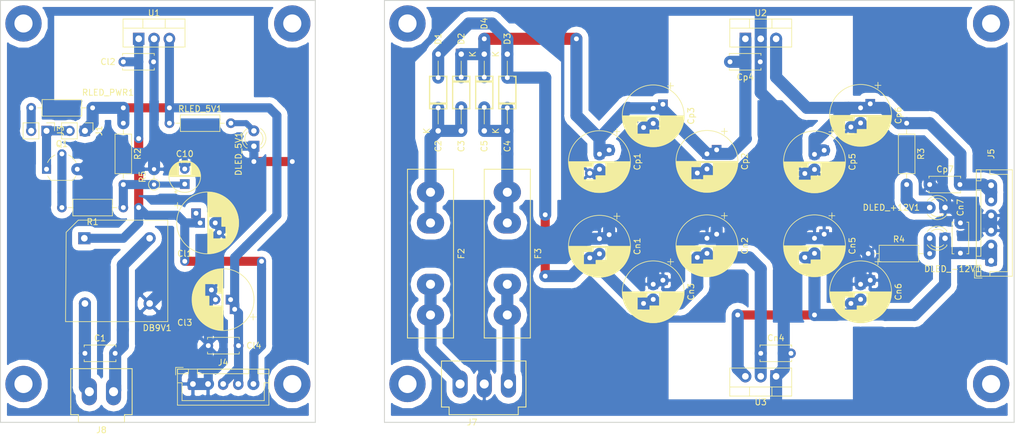
<source format=kicad_pcb>
(kicad_pcb (version 20171130) (host pcbnew 5.0.2-bee76a0~70~ubuntu16.04.1)

  (general
    (thickness 1.6)
    (drawings 12)
    (tracks 322)
    (zones 0)
    (modules 51)
    (nets 22)
  )

  (page A4)
  (title_block
    (title Mixersupply)
    (date 2018-10-19)
    (rev 1)
  )

  (layers
    (0 F.Cu signal)
    (31 B.Cu signal)
    (32 B.Adhes user)
    (33 F.Adhes user)
    (34 B.Paste user)
    (35 F.Paste user)
    (36 B.SilkS user)
    (37 F.SilkS user)
    (38 B.Mask user)
    (39 F.Mask user)
    (40 Dwgs.User user)
    (41 Cmts.User user)
    (42 Eco1.User user)
    (43 Eco2.User user)
    (44 Edge.Cuts user)
    (45 Margin user)
    (46 B.CrtYd user)
    (47 F.CrtYd user)
    (48 B.Fab user)
    (49 F.Fab user)
  )

  (setup
    (last_trace_width 1.5)
    (trace_clearance 0.2)
    (zone_clearance 1)
    (zone_45_only no)
    (trace_min 0.2)
    (segment_width 0.2)
    (edge_width 0.15)
    (via_size 1)
    (via_drill 0.8)
    (via_min_size 0.4)
    (via_min_drill 0.3)
    (uvia_size 0.3)
    (uvia_drill 0.1)
    (uvias_allowed no)
    (uvia_min_size 0.2)
    (uvia_min_drill 0.1)
    (pcb_text_width 0.3)
    (pcb_text_size 1.5 1.5)
    (mod_edge_width 0.15)
    (mod_text_size 1 1)
    (mod_text_width 0.15)
    (pad_size 1.524 1.524)
    (pad_drill 0.762)
    (pad_to_mask_clearance 0.2)
    (solder_mask_min_width 0.25)
    (aux_axis_origin 0 0)
    (visible_elements FFFFFF7F)
    (pcbplotparams
      (layerselection 0x010fc_ffffffff)
      (usegerberextensions false)
      (usegerberattributes false)
      (usegerberadvancedattributes false)
      (creategerberjobfile false)
      (excludeedgelayer true)
      (linewidth 0.100000)
      (plotframeref false)
      (viasonmask false)
      (mode 1)
      (useauxorigin false)
      (hpglpennumber 1)
      (hpglpenspeed 20)
      (hpglpendiameter 15.000000)
      (psnegative false)
      (psa4output false)
      (plotreference true)
      (plotvalue true)
      (plotinvisibletext false)
      (padsonsilk false)
      (subtractmaskfromsilk false)
      (outputformat 1)
      (mirror false)
      (drillshape 1)
      (scaleselection 1)
      (outputdirectory ""))
  )

  (net 0 "")
  (net 1 "Net-(C2-Pad1)")
  (net 2 "Net-(C2-Pad2)")
  (net 3 GNDD)
  (net 4 GNDA)
  (net 5 "Net-(C10-Pad1)")
  (net 6 +5V)
  (net 7 "Net-(DLED_+12V1-Pad2)")
  (net 8 "Net-(DLED_-12V1-Pad2)")
  (net 9 "Net-(DLED_5V1-Pad2)")
  (net 10 "Net-(F2-Pad2)")
  (net 11 "Net-(F3-Pad2)")
  (net 12 "Net-(J1-Pad2)")
  (net 13 "Net-(J3-Pad2)")
  (net 14 "Net-(Q1-Pad2)")
  (net 15 "Net-(C3-Pad1)")
  (net 16 "Net-(C4-Pad1)")
  (net 17 -15V)
  (net 18 +15V)
  (net 19 /9VAC_1)
  (net 20 /9VAC_2)
  (net 21 /9V)

  (net_class Default "This is the default net class."
    (clearance 0.2)
    (trace_width 1.5)
    (via_dia 1)
    (via_drill 0.8)
    (uvia_dia 0.3)
    (uvia_drill 0.1)
    (add_net +15V)
    (add_net -15V)
    (add_net /9V)
    (add_net /9VAC_1)
    (add_net /9VAC_2)
    (add_net "Net-(C10-Pad1)")
    (add_net "Net-(C2-Pad1)")
    (add_net "Net-(C2-Pad2)")
    (add_net "Net-(C3-Pad1)")
    (add_net "Net-(C4-Pad1)")
    (add_net "Net-(DLED_+12V1-Pad2)")
    (add_net "Net-(DLED_-12V1-Pad2)")
    (add_net "Net-(DLED_5V1-Pad2)")
    (add_net "Net-(F2-Pad2)")
    (add_net "Net-(F3-Pad2)")
    (add_net "Net-(J1-Pad2)")
    (add_net "Net-(J3-Pad2)")
    (add_net "Net-(Q1-Pad2)")
  )

  (net_class Power ""
    (clearance 0.5)
    (trace_width 2)
    (via_dia 1)
    (via_drill 0.8)
    (uvia_dia 0.3)
    (uvia_drill 0.1)
    (add_net +5V)
    (add_net GNDA)
    (add_net GNDD)
  )

  (module Capacitor_THT:C_Disc_D5.0mm_W2.5mm_P5.00mm (layer F.Cu) (tedit 5AE50EF0) (tstamp 5CFC4D9B)
    (at 26.67 71.12)
    (descr "C, Disc series, Radial, pin pitch=5.00mm, , diameter*width=5*2.5mm^2, Capacitor, http://cdn-reichelt.de/documents/datenblatt/B300/DS_KERKO_TC.pdf")
    (tags "C Disc series Radial pin pitch 5.00mm  diameter 5mm width 2.5mm Capacitor")
    (path /5BD527B0)
    (fp_text reference C1 (at 2.5 -2.5) (layer F.SilkS)
      (effects (font (size 1 1) (thickness 0.15)))
    )
    (fp_text value 10n (at 2.5 2.5) (layer F.Fab)
      (effects (font (size 1 1) (thickness 0.15)))
    )
    (fp_text user %R (at 2.5 0) (layer F.Fab)
      (effects (font (size 1 1) (thickness 0.15)))
    )
    (fp_line (start 6.05 -1.5) (end -1.05 -1.5) (layer F.CrtYd) (width 0.05))
    (fp_line (start 6.05 1.5) (end 6.05 -1.5) (layer F.CrtYd) (width 0.05))
    (fp_line (start -1.05 1.5) (end 6.05 1.5) (layer F.CrtYd) (width 0.05))
    (fp_line (start -1.05 -1.5) (end -1.05 1.5) (layer F.CrtYd) (width 0.05))
    (fp_line (start 5.12 1.055) (end 5.12 1.37) (layer F.SilkS) (width 0.12))
    (fp_line (start 5.12 -1.37) (end 5.12 -1.055) (layer F.SilkS) (width 0.12))
    (fp_line (start -0.12 1.055) (end -0.12 1.37) (layer F.SilkS) (width 0.12))
    (fp_line (start -0.12 -1.37) (end -0.12 -1.055) (layer F.SilkS) (width 0.12))
    (fp_line (start -0.12 1.37) (end 5.12 1.37) (layer F.SilkS) (width 0.12))
    (fp_line (start -0.12 -1.37) (end 5.12 -1.37) (layer F.SilkS) (width 0.12))
    (fp_line (start 5 -1.25) (end 0 -1.25) (layer F.Fab) (width 0.1))
    (fp_line (start 5 1.25) (end 5 -1.25) (layer F.Fab) (width 0.1))
    (fp_line (start 0 1.25) (end 5 1.25) (layer F.Fab) (width 0.1))
    (fp_line (start 0 -1.25) (end 0 1.25) (layer F.Fab) (width 0.1))
    (pad 2 thru_hole circle (at 5 0) (size 1.6 1.6) (drill 0.8) (layers *.Cu *.Mask)
      (net 19 /9VAC_1))
    (pad 1 thru_hole circle (at 0 0) (size 1.6 1.6) (drill 0.8) (layers *.Cu *.Mask)
      (net 20 /9VAC_2))
    (model ${KISYS3DMOD}/Capacitor_THT.3dshapes/C_Disc_D5.0mm_W2.5mm_P5.00mm.wrl
      (at (xyz 0 0 0))
      (scale (xyz 1 1 1))
      (rotate (xyz 0 0 0))
    )
  )

  (module Capacitor_THT:C_Disc_D5.0mm_W2.5mm_P5.00mm (layer F.Cu) (tedit 5AE50EF0) (tstamp 5BE8A85A)
    (at 85.09 30.48 90)
    (descr "C, Disc series, Radial, pin pitch=5.00mm, , diameter*width=5*2.5mm^2, Capacitor, http://cdn-reichelt.de/documents/datenblatt/B300/DS_KERKO_TC.pdf")
    (tags "C Disc series Radial pin pitch 5.00mm  diameter 5mm width 2.5mm Capacitor")
    (path /5BC7C4B3)
    (fp_text reference C2 (at -6.35 0 90) (layer F.SilkS)
      (effects (font (size 1 1) (thickness 0.15)))
    )
    (fp_text value 10n (at 2.5 2.5 90) (layer F.Fab)
      (effects (font (size 1 1) (thickness 0.15)))
    )
    (fp_line (start 0 -1.25) (end 0 1.25) (layer F.Fab) (width 0.1))
    (fp_line (start 0 1.25) (end 5 1.25) (layer F.Fab) (width 0.1))
    (fp_line (start 5 1.25) (end 5 -1.25) (layer F.Fab) (width 0.1))
    (fp_line (start 5 -1.25) (end 0 -1.25) (layer F.Fab) (width 0.1))
    (fp_line (start -0.12 -1.37) (end 5.12 -1.37) (layer F.SilkS) (width 0.12))
    (fp_line (start -0.12 1.37) (end 5.12 1.37) (layer F.SilkS) (width 0.12))
    (fp_line (start -0.12 -1.37) (end -0.12 -1.055) (layer F.SilkS) (width 0.12))
    (fp_line (start -0.12 1.055) (end -0.12 1.37) (layer F.SilkS) (width 0.12))
    (fp_line (start 5.12 -1.37) (end 5.12 -1.055) (layer F.SilkS) (width 0.12))
    (fp_line (start 5.12 1.055) (end 5.12 1.37) (layer F.SilkS) (width 0.12))
    (fp_line (start -1.05 -1.5) (end -1.05 1.5) (layer F.CrtYd) (width 0.05))
    (fp_line (start -1.05 1.5) (end 6.05 1.5) (layer F.CrtYd) (width 0.05))
    (fp_line (start 6.05 1.5) (end 6.05 -1.5) (layer F.CrtYd) (width 0.05))
    (fp_line (start 6.05 -1.5) (end -1.05 -1.5) (layer F.CrtYd) (width 0.05))
    (fp_text user %R (at 2.5 0 90) (layer F.Fab)
      (effects (font (size 1 1) (thickness 0.15)))
    )
    (pad 1 thru_hole circle (at 0 0 90) (size 1.6 1.6) (drill 0.8) (layers *.Cu *.Mask)
      (net 1 "Net-(C2-Pad1)"))
    (pad 2 thru_hole circle (at 5 0 90) (size 1.6 1.6) (drill 0.8) (layers *.Cu *.Mask)
      (net 2 "Net-(C2-Pad2)"))
    (model ${KISYS3DMOD}/Capacitor_THT.3dshapes/C_Disc_D5.0mm_W2.5mm_P5.00mm.wrl
      (at (xyz 0 0 0))
      (scale (xyz 1 1 1))
      (rotate (xyz 0 0 0))
    )
  )

  (module Capacitor_THT:C_Disc_D5.0mm_W2.5mm_P5.00mm (layer F.Cu) (tedit 5AE50EF0) (tstamp 5BE8A86F)
    (at 88.9 25.4 270)
    (descr "C, Disc series, Radial, pin pitch=5.00mm, , diameter*width=5*2.5mm^2, Capacitor, http://cdn-reichelt.de/documents/datenblatt/B300/DS_KERKO_TC.pdf")
    (tags "C Disc series Radial pin pitch 5.00mm  diameter 5mm width 2.5mm Capacitor")
    (path /5BC7C541)
    (fp_text reference C3 (at 11.43 0 270) (layer F.SilkS)
      (effects (font (size 1 1) (thickness 0.15)))
    )
    (fp_text value 10n (at 2.5 2.5 270) (layer F.Fab)
      (effects (font (size 1 1) (thickness 0.15)))
    )
    (fp_text user %R (at 2.5 0 270) (layer F.Fab)
      (effects (font (size 1 1) (thickness 0.15)))
    )
    (fp_line (start 6.05 -1.5) (end -1.05 -1.5) (layer F.CrtYd) (width 0.05))
    (fp_line (start 6.05 1.5) (end 6.05 -1.5) (layer F.CrtYd) (width 0.05))
    (fp_line (start -1.05 1.5) (end 6.05 1.5) (layer F.CrtYd) (width 0.05))
    (fp_line (start -1.05 -1.5) (end -1.05 1.5) (layer F.CrtYd) (width 0.05))
    (fp_line (start 5.12 1.055) (end 5.12 1.37) (layer F.SilkS) (width 0.12))
    (fp_line (start 5.12 -1.37) (end 5.12 -1.055) (layer F.SilkS) (width 0.12))
    (fp_line (start -0.12 1.055) (end -0.12 1.37) (layer F.SilkS) (width 0.12))
    (fp_line (start -0.12 -1.37) (end -0.12 -1.055) (layer F.SilkS) (width 0.12))
    (fp_line (start -0.12 1.37) (end 5.12 1.37) (layer F.SilkS) (width 0.12))
    (fp_line (start -0.12 -1.37) (end 5.12 -1.37) (layer F.SilkS) (width 0.12))
    (fp_line (start 5 -1.25) (end 0 -1.25) (layer F.Fab) (width 0.1))
    (fp_line (start 5 1.25) (end 5 -1.25) (layer F.Fab) (width 0.1))
    (fp_line (start 0 1.25) (end 5 1.25) (layer F.Fab) (width 0.1))
    (fp_line (start 0 -1.25) (end 0 1.25) (layer F.Fab) (width 0.1))
    (pad 2 thru_hole circle (at 5 0 270) (size 1.6 1.6) (drill 0.8) (layers *.Cu *.Mask)
      (net 1 "Net-(C2-Pad1)"))
    (pad 1 thru_hole circle (at 0 0 270) (size 1.6 1.6) (drill 0.8) (layers *.Cu *.Mask)
      (net 15 "Net-(C3-Pad1)"))
    (model ${KISYS3DMOD}/Capacitor_THT.3dshapes/C_Disc_D5.0mm_W2.5mm_P5.00mm.wrl
      (at (xyz 0 0 0))
      (scale (xyz 1 1 1))
      (rotate (xyz 0 0 0))
    )
  )

  (module Capacitor_THT:C_Disc_D5.0mm_W2.5mm_P5.00mm (layer F.Cu) (tedit 5AE50EF0) (tstamp 5BD35A37)
    (at 96.52 30.48 90)
    (descr "C, Disc series, Radial, pin pitch=5.00mm, , diameter*width=5*2.5mm^2, Capacitor, http://cdn-reichelt.de/documents/datenblatt/B300/DS_KERKO_TC.pdf")
    (tags "C Disc series Radial pin pitch 5.00mm  diameter 5mm width 2.5mm Capacitor")
    (path /5BC7C617)
    (fp_text reference C4 (at -6.35 0 90) (layer F.SilkS)
      (effects (font (size 1 1) (thickness 0.15)))
    )
    (fp_text value 10n (at 2.5 2.5 90) (layer F.Fab)
      (effects (font (size 1 1) (thickness 0.15)))
    )
    (fp_line (start 0 -1.25) (end 0 1.25) (layer F.Fab) (width 0.1))
    (fp_line (start 0 1.25) (end 5 1.25) (layer F.Fab) (width 0.1))
    (fp_line (start 5 1.25) (end 5 -1.25) (layer F.Fab) (width 0.1))
    (fp_line (start 5 -1.25) (end 0 -1.25) (layer F.Fab) (width 0.1))
    (fp_line (start -0.12 -1.37) (end 5.12 -1.37) (layer F.SilkS) (width 0.12))
    (fp_line (start -0.12 1.37) (end 5.12 1.37) (layer F.SilkS) (width 0.12))
    (fp_line (start -0.12 -1.37) (end -0.12 -1.055) (layer F.SilkS) (width 0.12))
    (fp_line (start -0.12 1.055) (end -0.12 1.37) (layer F.SilkS) (width 0.12))
    (fp_line (start 5.12 -1.37) (end 5.12 -1.055) (layer F.SilkS) (width 0.12))
    (fp_line (start 5.12 1.055) (end 5.12 1.37) (layer F.SilkS) (width 0.12))
    (fp_line (start -1.05 -1.5) (end -1.05 1.5) (layer F.CrtYd) (width 0.05))
    (fp_line (start -1.05 1.5) (end 6.05 1.5) (layer F.CrtYd) (width 0.05))
    (fp_line (start 6.05 1.5) (end 6.05 -1.5) (layer F.CrtYd) (width 0.05))
    (fp_line (start 6.05 -1.5) (end -1.05 -1.5) (layer F.CrtYd) (width 0.05))
    (fp_text user %R (at 2.5 0 90) (layer F.Fab)
      (effects (font (size 1 1) (thickness 0.15)))
    )
    (pad 1 thru_hole circle (at 0 0 90) (size 1.6 1.6) (drill 0.8) (layers *.Cu *.Mask)
      (net 16 "Net-(C4-Pad1)"))
    (pad 2 thru_hole circle (at 5 0 90) (size 1.6 1.6) (drill 0.8) (layers *.Cu *.Mask)
      (net 2 "Net-(C2-Pad2)"))
    (model ${KISYS3DMOD}/Capacitor_THT.3dshapes/C_Disc_D5.0mm_W2.5mm_P5.00mm.wrl
      (at (xyz 0 0 0))
      (scale (xyz 1 1 1))
      (rotate (xyz 0 0 0))
    )
  )

  (module Capacitor_THT:C_Disc_D5.0mm_W2.5mm_P5.00mm (layer F.Cu) (tedit 5AE50EF0) (tstamp 5BE8A899)
    (at 92.71 25.4 270)
    (descr "C, Disc series, Radial, pin pitch=5.00mm, , diameter*width=5*2.5mm^2, Capacitor, http://cdn-reichelt.de/documents/datenblatt/B300/DS_KERKO_TC.pdf")
    (tags "C Disc series Radial pin pitch 5.00mm  diameter 5mm width 2.5mm Capacitor")
    (path /5BC7C419)
    (fp_text reference C5 (at 11.43 0 270) (layer F.SilkS)
      (effects (font (size 1 1) (thickness 0.15)))
    )
    (fp_text value 10n (at 2.5 2.5 270) (layer F.Fab)
      (effects (font (size 1 1) (thickness 0.15)))
    )
    (fp_text user %R (at 2.5 0 270) (layer F.Fab)
      (effects (font (size 1 1) (thickness 0.15)))
    )
    (fp_line (start 6.05 -1.5) (end -1.05 -1.5) (layer F.CrtYd) (width 0.05))
    (fp_line (start 6.05 1.5) (end 6.05 -1.5) (layer F.CrtYd) (width 0.05))
    (fp_line (start -1.05 1.5) (end 6.05 1.5) (layer F.CrtYd) (width 0.05))
    (fp_line (start -1.05 -1.5) (end -1.05 1.5) (layer F.CrtYd) (width 0.05))
    (fp_line (start 5.12 1.055) (end 5.12 1.37) (layer F.SilkS) (width 0.12))
    (fp_line (start 5.12 -1.37) (end 5.12 -1.055) (layer F.SilkS) (width 0.12))
    (fp_line (start -0.12 1.055) (end -0.12 1.37) (layer F.SilkS) (width 0.12))
    (fp_line (start -0.12 -1.37) (end -0.12 -1.055) (layer F.SilkS) (width 0.12))
    (fp_line (start -0.12 1.37) (end 5.12 1.37) (layer F.SilkS) (width 0.12))
    (fp_line (start -0.12 -1.37) (end 5.12 -1.37) (layer F.SilkS) (width 0.12))
    (fp_line (start 5 -1.25) (end 0 -1.25) (layer F.Fab) (width 0.1))
    (fp_line (start 5 1.25) (end 5 -1.25) (layer F.Fab) (width 0.1))
    (fp_line (start 0 1.25) (end 5 1.25) (layer F.Fab) (width 0.1))
    (fp_line (start 0 -1.25) (end 0 1.25) (layer F.Fab) (width 0.1))
    (pad 2 thru_hole circle (at 5 0 270) (size 1.6 1.6) (drill 0.8) (layers *.Cu *.Mask)
      (net 16 "Net-(C4-Pad1)"))
    (pad 1 thru_hole circle (at 0 0 270) (size 1.6 1.6) (drill 0.8) (layers *.Cu *.Mask)
      (net 15 "Net-(C3-Pad1)"))
    (model ${KISYS3DMOD}/Capacitor_THT.3dshapes/C_Disc_D5.0mm_W2.5mm_P5.00mm.wrl
      (at (xyz 0 0 0))
      (scale (xyz 1 1 1))
      (rotate (xyz 0 0 0))
    )
  )

  (module Diode_THT:D_A-405_P12.70mm_Horizontal (layer F.Cu) (tedit 5AE50CD5) (tstamp 5BE8B3A5)
    (at 85.09 34.29 90)
    (descr "Diode, A-405 series, Axial, Horizontal, pin pitch=12.7mm, , length*diameter=5.2*2.7mm^2, , http://www.diodes.com/_files/packages/A-405.pdf")
    (tags "Diode A-405 series Axial Horizontal pin pitch 12.7mm  length 5.2mm diameter 2.7mm")
    (path /5BC2762F)
    (fp_text reference D1 (at 15.24 0 90) (layer F.SilkS)
      (effects (font (size 1 1) (thickness 0.15)))
    )
    (fp_text value 1N4001 (at 6.35 2.47 90) (layer F.Fab)
      (effects (font (size 1 1) (thickness 0.15)))
    )
    (fp_text user K (at 0 -1.9 90) (layer F.SilkS)
      (effects (font (size 1 1) (thickness 0.15)))
    )
    (fp_text user K (at 0 -1.9 90) (layer F.Fab)
      (effects (font (size 1 1) (thickness 0.15)))
    )
    (fp_text user %R (at 6.74 0 90) (layer F.Fab)
      (effects (font (size 1 1) (thickness 0.15)))
    )
    (fp_line (start 13.85 -1.6) (end -1.15 -1.6) (layer F.CrtYd) (width 0.05))
    (fp_line (start 13.85 1.6) (end 13.85 -1.6) (layer F.CrtYd) (width 0.05))
    (fp_line (start -1.15 1.6) (end 13.85 1.6) (layer F.CrtYd) (width 0.05))
    (fp_line (start -1.15 -1.6) (end -1.15 1.6) (layer F.CrtYd) (width 0.05))
    (fp_line (start 4.41 -1.47) (end 4.41 1.47) (layer F.SilkS) (width 0.12))
    (fp_line (start 4.65 -1.47) (end 4.65 1.47) (layer F.SilkS) (width 0.12))
    (fp_line (start 4.53 -1.47) (end 4.53 1.47) (layer F.SilkS) (width 0.12))
    (fp_line (start 11.56 0) (end 9.07 0) (layer F.SilkS) (width 0.12))
    (fp_line (start 1.14 0) (end 3.63 0) (layer F.SilkS) (width 0.12))
    (fp_line (start 9.07 -1.47) (end 3.63 -1.47) (layer F.SilkS) (width 0.12))
    (fp_line (start 9.07 1.47) (end 9.07 -1.47) (layer F.SilkS) (width 0.12))
    (fp_line (start 3.63 1.47) (end 9.07 1.47) (layer F.SilkS) (width 0.12))
    (fp_line (start 3.63 -1.47) (end 3.63 1.47) (layer F.SilkS) (width 0.12))
    (fp_line (start 4.43 -1.35) (end 4.43 1.35) (layer F.Fab) (width 0.1))
    (fp_line (start 4.63 -1.35) (end 4.63 1.35) (layer F.Fab) (width 0.1))
    (fp_line (start 4.53 -1.35) (end 4.53 1.35) (layer F.Fab) (width 0.1))
    (fp_line (start 12.7 0) (end 8.95 0) (layer F.Fab) (width 0.1))
    (fp_line (start 0 0) (end 3.75 0) (layer F.Fab) (width 0.1))
    (fp_line (start 8.95 -1.35) (end 3.75 -1.35) (layer F.Fab) (width 0.1))
    (fp_line (start 8.95 1.35) (end 8.95 -1.35) (layer F.Fab) (width 0.1))
    (fp_line (start 3.75 1.35) (end 8.95 1.35) (layer F.Fab) (width 0.1))
    (fp_line (start 3.75 -1.35) (end 3.75 1.35) (layer F.Fab) (width 0.1))
    (pad 2 thru_hole oval (at 12.7 0 90) (size 1.8 1.8) (drill 0.9) (layers *.Cu *.Mask)
      (net 2 "Net-(C2-Pad2)"))
    (pad 1 thru_hole rect (at 0 0 90) (size 1.8 1.8) (drill 0.9) (layers *.Cu *.Mask)
      (net 1 "Net-(C2-Pad1)"))
    (model ${KISYS3DMOD}/Diode_THT.3dshapes/D_A-405_P12.70mm_Horizontal.wrl
      (at (xyz 0 0 0))
      (scale (xyz 1 1 1))
      (rotate (xyz 0 0 0))
    )
  )

  (module Diode_THT:D_A-405_P12.70mm_Horizontal (layer F.Cu) (tedit 5AE50CD5) (tstamp 5BE8B3C4)
    (at 88.9 21.59 270)
    (descr "Diode, A-405 series, Axial, Horizontal, pin pitch=12.7mm, , length*diameter=5.2*2.7mm^2, , http://www.diodes.com/_files/packages/A-405.pdf")
    (tags "Diode A-405 series Axial Horizontal pin pitch 12.7mm  length 5.2mm diameter 2.7mm")
    (path /5BC27385)
    (fp_text reference D2 (at -2.54 0 270) (layer F.SilkS)
      (effects (font (size 1 1) (thickness 0.15)))
    )
    (fp_text value 1N4001 (at 6.35 2.47 270) (layer F.Fab)
      (effects (font (size 1 1) (thickness 0.15)))
    )
    (fp_text user K (at 0 -1.9 270) (layer F.SilkS)
      (effects (font (size 1 1) (thickness 0.15)))
    )
    (fp_text user K (at 0 -1.9 270) (layer F.Fab)
      (effects (font (size 1 1) (thickness 0.15)))
    )
    (fp_text user %R (at 6.74 0 270) (layer F.Fab)
      (effects (font (size 1 1) (thickness 0.15)))
    )
    (fp_line (start 13.85 -1.6) (end -1.15 -1.6) (layer F.CrtYd) (width 0.05))
    (fp_line (start 13.85 1.6) (end 13.85 -1.6) (layer F.CrtYd) (width 0.05))
    (fp_line (start -1.15 1.6) (end 13.85 1.6) (layer F.CrtYd) (width 0.05))
    (fp_line (start -1.15 -1.6) (end -1.15 1.6) (layer F.CrtYd) (width 0.05))
    (fp_line (start 4.41 -1.47) (end 4.41 1.47) (layer F.SilkS) (width 0.12))
    (fp_line (start 4.65 -1.47) (end 4.65 1.47) (layer F.SilkS) (width 0.12))
    (fp_line (start 4.53 -1.47) (end 4.53 1.47) (layer F.SilkS) (width 0.12))
    (fp_line (start 11.56 0) (end 9.07 0) (layer F.SilkS) (width 0.12))
    (fp_line (start 1.14 0) (end 3.63 0) (layer F.SilkS) (width 0.12))
    (fp_line (start 9.07 -1.47) (end 3.63 -1.47) (layer F.SilkS) (width 0.12))
    (fp_line (start 9.07 1.47) (end 9.07 -1.47) (layer F.SilkS) (width 0.12))
    (fp_line (start 3.63 1.47) (end 9.07 1.47) (layer F.SilkS) (width 0.12))
    (fp_line (start 3.63 -1.47) (end 3.63 1.47) (layer F.SilkS) (width 0.12))
    (fp_line (start 4.43 -1.35) (end 4.43 1.35) (layer F.Fab) (width 0.1))
    (fp_line (start 4.63 -1.35) (end 4.63 1.35) (layer F.Fab) (width 0.1))
    (fp_line (start 4.53 -1.35) (end 4.53 1.35) (layer F.Fab) (width 0.1))
    (fp_line (start 12.7 0) (end 8.95 0) (layer F.Fab) (width 0.1))
    (fp_line (start 0 0) (end 3.75 0) (layer F.Fab) (width 0.1))
    (fp_line (start 8.95 -1.35) (end 3.75 -1.35) (layer F.Fab) (width 0.1))
    (fp_line (start 8.95 1.35) (end 8.95 -1.35) (layer F.Fab) (width 0.1))
    (fp_line (start 3.75 1.35) (end 8.95 1.35) (layer F.Fab) (width 0.1))
    (fp_line (start 3.75 -1.35) (end 3.75 1.35) (layer F.Fab) (width 0.1))
    (pad 2 thru_hole oval (at 12.7 0 270) (size 1.8 1.8) (drill 0.9) (layers *.Cu *.Mask)
      (net 1 "Net-(C2-Pad1)"))
    (pad 1 thru_hole rect (at 0 0 270) (size 1.8 1.8) (drill 0.9) (layers *.Cu *.Mask)
      (net 15 "Net-(C3-Pad1)"))
    (model ${KISYS3DMOD}/Diode_THT.3dshapes/D_A-405_P12.70mm_Horizontal.wrl
      (at (xyz 0 0 0))
      (scale (xyz 1 1 1))
      (rotate (xyz 0 0 0))
    )
  )

  (module Diode_THT:D_A-405_P12.70mm_Horizontal (layer F.Cu) (tedit 5AE50CD5) (tstamp 5BE8B3E3)
    (at 96.52 34.29 90)
    (descr "Diode, A-405 series, Axial, Horizontal, pin pitch=12.7mm, , length*diameter=5.2*2.7mm^2, , http://www.diodes.com/_files/packages/A-405.pdf")
    (tags "Diode A-405 series Axial Horizontal pin pitch 12.7mm  length 5.2mm diameter 2.7mm")
    (path /5BC2778D)
    (fp_text reference D3 (at 15.24 0 90) (layer F.SilkS)
      (effects (font (size 1 1) (thickness 0.15)))
    )
    (fp_text value 1N4001 (at 6.35 2.47 90) (layer F.Fab)
      (effects (font (size 1 1) (thickness 0.15)))
    )
    (fp_line (start 3.75 -1.35) (end 3.75 1.35) (layer F.Fab) (width 0.1))
    (fp_line (start 3.75 1.35) (end 8.95 1.35) (layer F.Fab) (width 0.1))
    (fp_line (start 8.95 1.35) (end 8.95 -1.35) (layer F.Fab) (width 0.1))
    (fp_line (start 8.95 -1.35) (end 3.75 -1.35) (layer F.Fab) (width 0.1))
    (fp_line (start 0 0) (end 3.75 0) (layer F.Fab) (width 0.1))
    (fp_line (start 12.7 0) (end 8.95 0) (layer F.Fab) (width 0.1))
    (fp_line (start 4.53 -1.35) (end 4.53 1.35) (layer F.Fab) (width 0.1))
    (fp_line (start 4.63 -1.35) (end 4.63 1.35) (layer F.Fab) (width 0.1))
    (fp_line (start 4.43 -1.35) (end 4.43 1.35) (layer F.Fab) (width 0.1))
    (fp_line (start 3.63 -1.47) (end 3.63 1.47) (layer F.SilkS) (width 0.12))
    (fp_line (start 3.63 1.47) (end 9.07 1.47) (layer F.SilkS) (width 0.12))
    (fp_line (start 9.07 1.47) (end 9.07 -1.47) (layer F.SilkS) (width 0.12))
    (fp_line (start 9.07 -1.47) (end 3.63 -1.47) (layer F.SilkS) (width 0.12))
    (fp_line (start 1.14 0) (end 3.63 0) (layer F.SilkS) (width 0.12))
    (fp_line (start 11.56 0) (end 9.07 0) (layer F.SilkS) (width 0.12))
    (fp_line (start 4.53 -1.47) (end 4.53 1.47) (layer F.SilkS) (width 0.12))
    (fp_line (start 4.65 -1.47) (end 4.65 1.47) (layer F.SilkS) (width 0.12))
    (fp_line (start 4.41 -1.47) (end 4.41 1.47) (layer F.SilkS) (width 0.12))
    (fp_line (start -1.15 -1.6) (end -1.15 1.6) (layer F.CrtYd) (width 0.05))
    (fp_line (start -1.15 1.6) (end 13.85 1.6) (layer F.CrtYd) (width 0.05))
    (fp_line (start 13.85 1.6) (end 13.85 -1.6) (layer F.CrtYd) (width 0.05))
    (fp_line (start 13.85 -1.6) (end -1.15 -1.6) (layer F.CrtYd) (width 0.05))
    (fp_text user %R (at 6.74 0 90) (layer F.Fab)
      (effects (font (size 1 1) (thickness 0.15)))
    )
    (fp_text user K (at 0 -1.9 90) (layer F.Fab)
      (effects (font (size 1 1) (thickness 0.15)))
    )
    (fp_text user K (at 0 -1.9 90) (layer F.SilkS)
      (effects (font (size 1 1) (thickness 0.15)))
    )
    (pad 1 thru_hole rect (at 0 0 90) (size 1.8 1.8) (drill 0.9) (layers *.Cu *.Mask)
      (net 16 "Net-(C4-Pad1)"))
    (pad 2 thru_hole oval (at 12.7 0 90) (size 1.8 1.8) (drill 0.9) (layers *.Cu *.Mask)
      (net 2 "Net-(C2-Pad2)"))
    (model ${KISYS3DMOD}/Diode_THT.3dshapes/D_A-405_P12.70mm_Horizontal.wrl
      (at (xyz 0 0 0))
      (scale (xyz 1 1 1))
      (rotate (xyz 0 0 0))
    )
  )

  (module Diode_THT:D_A-405_P12.70mm_Horizontal (layer F.Cu) (tedit 5AE50CD5) (tstamp 5BE8B402)
    (at 92.71 21.59 270)
    (descr "Diode, A-405 series, Axial, Horizontal, pin pitch=12.7mm, , length*diameter=5.2*2.7mm^2, , http://www.diodes.com/_files/packages/A-405.pdf")
    (tags "Diode A-405 series Axial Horizontal pin pitch 12.7mm  length 5.2mm diameter 2.7mm")
    (path /5BC27515)
    (fp_text reference D4 (at -5.08 0 270) (layer F.SilkS)
      (effects (font (size 1 1) (thickness 0.15)))
    )
    (fp_text value 1N4001 (at 6.35 2.47 270) (layer F.Fab)
      (effects (font (size 1 1) (thickness 0.15)))
    )
    (fp_line (start 3.75 -1.35) (end 3.75 1.35) (layer F.Fab) (width 0.1))
    (fp_line (start 3.75 1.35) (end 8.95 1.35) (layer F.Fab) (width 0.1))
    (fp_line (start 8.95 1.35) (end 8.95 -1.35) (layer F.Fab) (width 0.1))
    (fp_line (start 8.95 -1.35) (end 3.75 -1.35) (layer F.Fab) (width 0.1))
    (fp_line (start 0 0) (end 3.75 0) (layer F.Fab) (width 0.1))
    (fp_line (start 12.7 0) (end 8.95 0) (layer F.Fab) (width 0.1))
    (fp_line (start 4.53 -1.35) (end 4.53 1.35) (layer F.Fab) (width 0.1))
    (fp_line (start 4.63 -1.35) (end 4.63 1.35) (layer F.Fab) (width 0.1))
    (fp_line (start 4.43 -1.35) (end 4.43 1.35) (layer F.Fab) (width 0.1))
    (fp_line (start 3.63 -1.47) (end 3.63 1.47) (layer F.SilkS) (width 0.12))
    (fp_line (start 3.63 1.47) (end 9.07 1.47) (layer F.SilkS) (width 0.12))
    (fp_line (start 9.07 1.47) (end 9.07 -1.47) (layer F.SilkS) (width 0.12))
    (fp_line (start 9.07 -1.47) (end 3.63 -1.47) (layer F.SilkS) (width 0.12))
    (fp_line (start 1.14 0) (end 3.63 0) (layer F.SilkS) (width 0.12))
    (fp_line (start 11.56 0) (end 9.07 0) (layer F.SilkS) (width 0.12))
    (fp_line (start 4.53 -1.47) (end 4.53 1.47) (layer F.SilkS) (width 0.12))
    (fp_line (start 4.65 -1.47) (end 4.65 1.47) (layer F.SilkS) (width 0.12))
    (fp_line (start 4.41 -1.47) (end 4.41 1.47) (layer F.SilkS) (width 0.12))
    (fp_line (start -1.15 -1.6) (end -1.15 1.6) (layer F.CrtYd) (width 0.05))
    (fp_line (start -1.15 1.6) (end 13.85 1.6) (layer F.CrtYd) (width 0.05))
    (fp_line (start 13.85 1.6) (end 13.85 -1.6) (layer F.CrtYd) (width 0.05))
    (fp_line (start 13.85 -1.6) (end -1.15 -1.6) (layer F.CrtYd) (width 0.05))
    (fp_text user %R (at 6.74 0 270) (layer F.Fab)
      (effects (font (size 1 1) (thickness 0.15)))
    )
    (fp_text user K (at 0 -1.9 270) (layer F.Fab)
      (effects (font (size 1 1) (thickness 0.15)))
    )
    (fp_text user K (at 0 -1.9 270) (layer F.SilkS)
      (effects (font (size 1 1) (thickness 0.15)))
    )
    (pad 1 thru_hole rect (at 0 0 270) (size 1.8 1.8) (drill 0.9) (layers *.Cu *.Mask)
      (net 15 "Net-(C3-Pad1)"))
    (pad 2 thru_hole oval (at 12.7 0 270) (size 1.8 1.8) (drill 0.9) (layers *.Cu *.Mask)
      (net 16 "Net-(C4-Pad1)"))
    (model ${KISYS3DMOD}/Diode_THT.3dshapes/D_A-405_P12.70mm_Horizontal.wrl
      (at (xyz 0 0 0))
      (scale (xyz 1 1 1))
      (rotate (xyz 0 0 0))
    )
  )

  (module Diode_THT:Diode_Bridge_16.7x16.7x6.3mm_P10.8mm (layer F.Cu) (tedit 5A50B9B1) (tstamp 5CFC4ADD)
    (at 26.57 52.07)
    (descr "Single phase bridge rectifier case 16.7x16.7")
    (tags "Diode Bridge")
    (path /5BA99D11)
    (fp_text reference DB9V1 (at 12.05 14.85 -180) (layer F.SilkS)
      (effects (font (size 1 1) (thickness 0.15)))
    )
    (fp_text value "Diode Bridge" (at 5.55 -4.15 -180) (layer F.Fab)
      (effects (font (size 1 1) (thickness 0.15)))
    )
    (fp_line (start -1.1 -3.2) (end 14 -3.2) (layer F.CrtYd) (width 0.05))
    (fp_line (start -3.2 -1.1) (end -1.1 -3.2) (layer F.CrtYd) (width 0.05))
    (fp_line (start -3.3 14) (end -3.2 -1.1) (layer F.CrtYd) (width 0.05))
    (fp_line (start 14 14) (end -3.3 14) (layer F.CrtYd) (width 0.05))
    (fp_line (start 14 -3.2) (end 14 14) (layer F.CrtYd) (width 0.05))
    (fp_line (start 13.8 13.8) (end 13.8 -3) (layer F.SilkS) (width 0.12))
    (fp_line (start -3.1 13.8) (end 13.8 13.8) (layer F.SilkS) (width 0.12))
    (fp_line (start -3 -1) (end -3.1 13.8) (layer F.SilkS) (width 0.12))
    (fp_line (start -1 -3) (end -3 -1) (layer F.SilkS) (width 0.12))
    (fp_line (start 13.8 -3) (end -1 -3) (layer F.SilkS) (width 0.12))
    (fp_line (start -3 13.75) (end -2.95 -0.95) (layer F.Fab) (width 0.12))
    (fp_line (start 13.75 13.75) (end -3 13.75) (layer F.Fab) (width 0.12))
    (fp_line (start 13.75 -2.95) (end 13.75 13.75) (layer F.Fab) (width 0.12))
    (fp_line (start -0.95 -2.95) (end 13.75 -2.95) (layer F.Fab) (width 0.12))
    (fp_line (start -2.95 -0.95) (end -0.95 -2.95) (layer F.Fab) (width 0.12))
    (fp_text user %R (at 5.2 5.415 -180) (layer F.Fab)
      (effects (font (size 1 1) (thickness 0.15)))
    )
    (pad 3 thru_hole circle (at 10.8 10.8 180) (size 2 2) (drill 1.1) (layers *.Cu *.Mask)
      (net 3 GNDD))
    (pad 4 thru_hole circle (at 10.8 0 180) (size 2 2) (drill 1.1) (layers *.Cu *.Mask)
      (net 19 /9VAC_1))
    (pad 1 thru_hole rect (at 0 0 180) (size 2 2) (drill 1.1) (layers *.Cu *.Mask)
      (net 21 /9V))
    (pad 2 thru_hole circle (at 0.1 10.8 180) (size 2 2) (drill 1.1) (layers *.Cu *.Mask)
      (net 20 /9VAC_2))
    (model ${KISYS3DMOD}/Diode_THT.3dshapes/Diode_Bridge_16.7x16.7x6.3mm_P10.8mm.wrl
      (at (xyz 0 0 0))
      (scale (xyz 1 1 1))
      (rotate (xyz 0 0 0))
    )
  )

  (module LED_THT:LED_D3.0mm_Clear (layer F.Cu) (tedit 5A6C9BC0) (tstamp 5BD3A586)
    (at 168.91 46.99 180)
    (descr "IR-LED, diameter 3.0mm, 2 pins, color: clear")
    (tags "IR infrared LED diameter 3.0mm 2 pins clear")
    (path /5BB079C7)
    (fp_text reference DLED_+12V1 (at 8.89 0 180) (layer F.SilkS)
      (effects (font (size 1 1) (thickness 0.15)))
    )
    (fp_text value LED (at 1.27 2.96 180) (layer F.Fab)
      (effects (font (size 1 1) (thickness 0.15)))
    )
    (fp_text user %R (at 1.47 0 180) (layer F.Fab)
      (effects (font (size 0.8 0.8) (thickness 0.12)))
    )
    (fp_line (start -0.23 -1.16619) (end -0.23 1.16619) (layer F.Fab) (width 0.1))
    (fp_line (start -0.29 -1.236) (end -0.29 -1.08) (layer F.SilkS) (width 0.12))
    (fp_line (start -0.29 1.08) (end -0.29 1.236) (layer F.SilkS) (width 0.12))
    (fp_line (start -1.15 -2.25) (end -1.15 2.25) (layer F.CrtYd) (width 0.05))
    (fp_line (start -1.15 2.25) (end 3.7 2.25) (layer F.CrtYd) (width 0.05))
    (fp_line (start 3.7 2.25) (end 3.7 -2.25) (layer F.CrtYd) (width 0.05))
    (fp_line (start 3.7 -2.25) (end -1.15 -2.25) (layer F.CrtYd) (width 0.05))
    (fp_circle (center 1.27 0) (end 2.77 0) (layer F.Fab) (width 0.1))
    (fp_arc (start 1.27 0) (end -0.23 -1.16619) (angle 284.3) (layer F.Fab) (width 0.1))
    (fp_arc (start 1.27 0) (end -0.29 -1.235516) (angle 108.8) (layer F.SilkS) (width 0.12))
    (fp_arc (start 1.27 0) (end -0.29 1.235516) (angle -108.8) (layer F.SilkS) (width 0.12))
    (fp_arc (start 1.27 0) (end 0.229039 -1.08) (angle 87.9) (layer F.SilkS) (width 0.12))
    (fp_arc (start 1.27 0) (end 0.229039 1.08) (angle -87.9) (layer F.SilkS) (width 0.12))
    (pad 1 thru_hole rect (at 0 0 180) (size 1.8 1.8) (drill 0.9) (layers *.Cu *.Mask)
      (net 4 GNDA))
    (pad 2 thru_hole circle (at 2.54 0 180) (size 1.8 1.8) (drill 0.9) (layers *.Cu *.Mask)
      (net 7 "Net-(DLED_+12V1-Pad2)"))
    (model ${KISYS3DMOD}/LED_THT.3dshapes/LED_D3.0mm_Clear.wrl
      (at (xyz 0 0 0))
      (scale (xyz 1 1 1))
      (rotate (xyz 0 0 0))
    )
  )

  (module LED_THT:LED_D3.0mm_Clear (layer F.Cu) (tedit 5A6C9BC0) (tstamp 5BC61E41)
    (at 168.91 52.07 180)
    (descr "IR-LED, diameter 3.0mm, 2 pins, color: clear")
    (tags "IR infrared LED diameter 3.0mm 2 pins clear")
    (path /5BB07DFF)
    (fp_text reference DLED_-12V1 (at -1.27 -5.08 180) (layer F.SilkS)
      (effects (font (size 1 1) (thickness 0.15)))
    )
    (fp_text value LED (at 1.27 2.96 180) (layer F.Fab)
      (effects (font (size 1 1) (thickness 0.15)))
    )
    (fp_arc (start 1.27 0) (end 0.229039 1.08) (angle -87.9) (layer F.SilkS) (width 0.12))
    (fp_arc (start 1.27 0) (end 0.229039 -1.08) (angle 87.9) (layer F.SilkS) (width 0.12))
    (fp_arc (start 1.27 0) (end -0.29 1.235516) (angle -108.8) (layer F.SilkS) (width 0.12))
    (fp_arc (start 1.27 0) (end -0.29 -1.235516) (angle 108.8) (layer F.SilkS) (width 0.12))
    (fp_arc (start 1.27 0) (end -0.23 -1.16619) (angle 284.3) (layer F.Fab) (width 0.1))
    (fp_circle (center 1.27 0) (end 2.77 0) (layer F.Fab) (width 0.1))
    (fp_line (start 3.7 -2.25) (end -1.15 -2.25) (layer F.CrtYd) (width 0.05))
    (fp_line (start 3.7 2.25) (end 3.7 -2.25) (layer F.CrtYd) (width 0.05))
    (fp_line (start -1.15 2.25) (end 3.7 2.25) (layer F.CrtYd) (width 0.05))
    (fp_line (start -1.15 -2.25) (end -1.15 2.25) (layer F.CrtYd) (width 0.05))
    (fp_line (start -0.29 1.08) (end -0.29 1.236) (layer F.SilkS) (width 0.12))
    (fp_line (start -0.29 -1.236) (end -0.29 -1.08) (layer F.SilkS) (width 0.12))
    (fp_line (start -0.23 -1.16619) (end -0.23 1.16619) (layer F.Fab) (width 0.1))
    (fp_text user %R (at 1.47 0 180) (layer F.Fab)
      (effects (font (size 0.8 0.8) (thickness 0.12)))
    )
    (pad 2 thru_hole circle (at 2.54 0 180) (size 1.8 1.8) (drill 0.9) (layers *.Cu *.Mask)
      (net 8 "Net-(DLED_-12V1-Pad2)"))
    (pad 1 thru_hole rect (at 0 0 180) (size 1.8 1.8) (drill 0.9) (layers *.Cu *.Mask)
      (net 17 -15V))
    (model ${KISYS3DMOD}/LED_THT.3dshapes/LED_D3.0mm_Clear.wrl
      (at (xyz 0 0 0))
      (scale (xyz 1 1 1))
      (rotate (xyz 0 0 0))
    )
  )

  (module LED_THT:LED_D3.0mm_Clear (layer F.Cu) (tedit 5A6C9BC0) (tstamp 5BD34B12)
    (at 54.61 36.83 90)
    (descr "IR-LED, diameter 3.0mm, 2 pins, color: clear")
    (tags "IR infrared LED diameter 3.0mm 2 pins clear")
    (path /5BB23554)
    (fp_text reference DLED_5V1 (at -1.27 -2.54 90) (layer F.SilkS)
      (effects (font (size 1 1) (thickness 0.15)))
    )
    (fp_text value LED (at 1.27 2.96 90) (layer F.Fab)
      (effects (font (size 1 1) (thickness 0.15)))
    )
    (fp_text user %R (at 1.47 0 90) (layer F.Fab)
      (effects (font (size 0.8 0.8) (thickness 0.12)))
    )
    (fp_line (start -0.23 -1.16619) (end -0.23 1.16619) (layer F.Fab) (width 0.1))
    (fp_line (start -0.29 -1.236) (end -0.29 -1.08) (layer F.SilkS) (width 0.12))
    (fp_line (start -0.29 1.08) (end -0.29 1.236) (layer F.SilkS) (width 0.12))
    (fp_line (start -1.15 -2.25) (end -1.15 2.25) (layer F.CrtYd) (width 0.05))
    (fp_line (start -1.15 2.25) (end 3.7 2.25) (layer F.CrtYd) (width 0.05))
    (fp_line (start 3.7 2.25) (end 3.7 -2.25) (layer F.CrtYd) (width 0.05))
    (fp_line (start 3.7 -2.25) (end -1.15 -2.25) (layer F.CrtYd) (width 0.05))
    (fp_circle (center 1.27 0) (end 2.77 0) (layer F.Fab) (width 0.1))
    (fp_arc (start 1.27 0) (end -0.23 -1.16619) (angle 284.3) (layer F.Fab) (width 0.1))
    (fp_arc (start 1.27 0) (end -0.29 -1.235516) (angle 108.8) (layer F.SilkS) (width 0.12))
    (fp_arc (start 1.27 0) (end -0.29 1.235516) (angle -108.8) (layer F.SilkS) (width 0.12))
    (fp_arc (start 1.27 0) (end 0.229039 -1.08) (angle 87.9) (layer F.SilkS) (width 0.12))
    (fp_arc (start 1.27 0) (end 0.229039 1.08) (angle -87.9) (layer F.SilkS) (width 0.12))
    (pad 1 thru_hole rect (at 0 0 90) (size 1.8 1.8) (drill 0.9) (layers *.Cu *.Mask)
      (net 3 GNDD))
    (pad 2 thru_hole circle (at 2.54 0 90) (size 1.8 1.8) (drill 0.9) (layers *.Cu *.Mask)
      (net 9 "Net-(DLED_5V1-Pad2)"))
    (model ${KISYS3DMOD}/LED_THT.3dshapes/LED_D3.0mm_Clear.wrl
      (at (xyz 0 0 0))
      (scale (xyz 1 1 1))
      (rotate (xyz 0 0 0))
    )
  )

  (module mixersupply_fuse:Fuseholder0520 (layer F.Cu) (tedit 5BC4A14C) (tstamp 5BE8D261)
    (at 83.82 54.61 270)
    (path /5BAEC65A)
    (fp_text reference F2 (at 0 -5.08 270) (layer F.SilkS)
      (effects (font (size 1 1) (thickness 0.15)))
    )
    (fp_text value "1A T" (at 0 -6.35 270) (layer F.Fab)
      (effects (font (size 1 1) (thickness 0.15)))
    )
    (fp_line (start -13.97 -3.81) (end 13.97 -3.81) (layer F.SilkS) (width 0.15))
    (fp_line (start -13.97 3.81) (end -13.97 -3.81) (layer F.SilkS) (width 0.15))
    (fp_line (start 13.97 3.81) (end -13.97 3.81) (layer F.SilkS) (width 0.15))
    (fp_line (start 13.97 -3.81) (end 13.97 3.81) (layer F.SilkS) (width 0.15))
    (pad 1 thru_hole oval (at -10.16 0) (size 4.5 3.5) (drill 1.5) (layers *.Cu *.Mask)
      (net 1 "Net-(C2-Pad1)"))
    (pad 1 thru_hole oval (at -5.08 0) (size 4.5 3.5) (drill 1.5) (layers *.Cu *.Mask)
      (net 1 "Net-(C2-Pad1)"))
    (pad 2 thru_hole oval (at 5.08 0) (size 4.5 3.5) (drill 1.5) (layers *.Cu *.Mask)
      (net 10 "Net-(F2-Pad2)"))
    (pad 2 thru_hole oval (at 10.16 0) (size 4.5 3.5) (drill 1.5) (layers *.Cu *.Mask)
      (net 10 "Net-(F2-Pad2)"))
  )

  (module mixersupply_fuse:Fuseholder0520 (layer F.Cu) (tedit 5BC4A14C) (tstamp 5BE8B490)
    (at 96.52 54.61 270)
    (path /5BAEC8A6)
    (fp_text reference F3 (at 0 -5.08 270) (layer F.SilkS)
      (effects (font (size 1 1) (thickness 0.15)))
    )
    (fp_text value "1A T" (at 0 -6.35 270) (layer F.Fab)
      (effects (font (size 1 1) (thickness 0.15)))
    )
    (fp_line (start 13.97 -3.81) (end 13.97 3.81) (layer F.SilkS) (width 0.15))
    (fp_line (start 13.97 3.81) (end -13.97 3.81) (layer F.SilkS) (width 0.15))
    (fp_line (start -13.97 3.81) (end -13.97 -3.81) (layer F.SilkS) (width 0.15))
    (fp_line (start -13.97 -3.81) (end 13.97 -3.81) (layer F.SilkS) (width 0.15))
    (pad 2 thru_hole oval (at 10.16 0) (size 4.5 3.5) (drill 1.5) (layers *.Cu *.Mask)
      (net 11 "Net-(F3-Pad2)"))
    (pad 2 thru_hole oval (at 5.08 0) (size 4.5 3.5) (drill 1.5) (layers *.Cu *.Mask)
      (net 11 "Net-(F3-Pad2)"))
    (pad 1 thru_hole oval (at -5.08 0) (size 4.5 3.5) (drill 1.5) (layers *.Cu *.Mask)
      (net 16 "Net-(C4-Pad1)"))
    (pad 1 thru_hole oval (at -10.16 0) (size 4.5 3.5) (drill 1.5) (layers *.Cu *.Mask)
      (net 16 "Net-(C4-Pad1)"))
  )

  (module Connector_PinHeader_2.54mm:PinHeader_1x02_P2.54mm_Vertical (layer F.Cu) (tedit 59FED5CC) (tstamp 5CFC351F)
    (at 20.32 34.29 270)
    (descr "Through hole straight pin header, 1x02, 2.54mm pitch, single row")
    (tags "Through hole pin header THT 1x02 2.54mm single row")
    (path /5BAAAD4C)
    (fp_text reference J3 (at 0 -2.33 270) (layer F.SilkS)
      (effects (font (size 1 1) (thickness 0.15)))
    )
    (fp_text value "Conn Front Power LED" (at 0 4.87 270) (layer F.Fab)
      (effects (font (size 1 1) (thickness 0.15)))
    )
    (fp_line (start -0.635 -1.27) (end 1.27 -1.27) (layer F.Fab) (width 0.1))
    (fp_line (start 1.27 -1.27) (end 1.27 3.81) (layer F.Fab) (width 0.1))
    (fp_line (start 1.27 3.81) (end -1.27 3.81) (layer F.Fab) (width 0.1))
    (fp_line (start -1.27 3.81) (end -1.27 -0.635) (layer F.Fab) (width 0.1))
    (fp_line (start -1.27 -0.635) (end -0.635 -1.27) (layer F.Fab) (width 0.1))
    (fp_line (start -1.33 3.87) (end 1.33 3.87) (layer F.SilkS) (width 0.12))
    (fp_line (start -1.33 1.27) (end -1.33 3.87) (layer F.SilkS) (width 0.12))
    (fp_line (start 1.33 1.27) (end 1.33 3.87) (layer F.SilkS) (width 0.12))
    (fp_line (start -1.33 1.27) (end 1.33 1.27) (layer F.SilkS) (width 0.12))
    (fp_line (start -1.33 0) (end -1.33 -1.33) (layer F.SilkS) (width 0.12))
    (fp_line (start -1.33 -1.33) (end 0 -1.33) (layer F.SilkS) (width 0.12))
    (fp_line (start -1.8 -1.8) (end -1.8 4.35) (layer F.CrtYd) (width 0.05))
    (fp_line (start -1.8 4.35) (end 1.8 4.35) (layer F.CrtYd) (width 0.05))
    (fp_line (start 1.8 4.35) (end 1.8 -1.8) (layer F.CrtYd) (width 0.05))
    (fp_line (start 1.8 -1.8) (end -1.8 -1.8) (layer F.CrtYd) (width 0.05))
    (fp_text user %R (at 0 1.27) (layer F.Fab)
      (effects (font (size 1 1) (thickness 0.15)))
    )
    (pad 1 thru_hole rect (at 0 0 270) (size 1.7 1.7) (drill 1) (layers *.Cu *.Mask)
      (net 12 "Net-(J1-Pad2)"))
    (pad 2 thru_hole oval (at 0 2.54 270) (size 1.7 1.7) (drill 1) (layers *.Cu *.Mask)
      (net 13 "Net-(J3-Pad2)"))
    (model ${KISYS3DMOD}/Connector_PinHeader_2.54mm.3dshapes/PinHeader_1x02_P2.54mm_Vertical.wrl
      (at (xyz 0 0 0))
      (scale (xyz 1 1 1))
      (rotate (xyz 0 0 0))
    )
  )

  (module mixersupply_connectors:3Pin_4mm_w_clipconnector (layer F.Cu) (tedit 5BC4A459) (tstamp 5BE8B50F)
    (at 90.71 76.2 180)
    (path /5BC8CF2E)
    (fp_text reference J7 (at 0 -6.35 180) (layer F.SilkS)
      (effects (font (size 1 1) (thickness 0.15)))
    )
    (fp_text value Transforer_15VAC (at 0 -7.62 180) (layer F.Fab)
      (effects (font (size 1 1) (thickness 0.15)))
    )
    (fp_line (start 5.08 -2.54) (end 5.08 3.81) (layer F.SilkS) (width 0.15))
    (fp_line (start 5.08 3.81) (end -8.89 3.81) (layer F.SilkS) (width 0.15))
    (fp_line (start -8.89 3.81) (end -8.89 -2.54) (layer F.SilkS) (width 0.15))
    (fp_line (start -8.89 -2.54) (end -8.89 -3.81) (layer F.SilkS) (width 0.15))
    (fp_line (start -8.89 -3.81) (end -7.62 -3.81) (layer F.SilkS) (width 0.15))
    (fp_line (start -7.62 -3.81) (end -7.62 -5.08) (layer F.SilkS) (width 0.15))
    (fp_line (start -7.62 -5.08) (end 3.81 -5.08) (layer F.SilkS) (width 0.15))
    (fp_line (start 3.81 -5.08) (end 3.81 -3.81) (layer F.SilkS) (width 0.15))
    (fp_line (start 3.81 -3.81) (end 5.08 -3.81) (layer F.SilkS) (width 0.15))
    (fp_line (start 5.08 -3.81) (end 5.08 -2.54) (layer F.SilkS) (width 0.15))
    (pad 1 thru_hole oval (at 2 0 270) (size 4.5 2.5) (drill 1.5) (layers *.Cu *.Mask)
      (net 10 "Net-(F2-Pad2)"))
    (pad 2 thru_hole oval (at -2 0 270) (size 4.5 2.5) (drill 1.5) (layers *.Cu *.Mask)
      (net 4 GNDA))
    (pad 3 thru_hole oval (at -6 0 270) (size 4.5 2.5) (drill 1.5) (layers *.Cu *.Mask)
      (net 11 "Net-(F3-Pad2)"))
  )

  (module Package_TO_SOT_THT:TO-92_Wide (layer F.Cu) (tedit 5A2795B7) (tstamp 5CFC3583)
    (at 20.32 40.64)
    (descr "TO-92 leads molded, wide, drill 0.75mm (see NXP sot054_po.pdf)")
    (tags "to-92 sc-43 sc-43a sot54 PA33 transistor")
    (path /5BAB4103)
    (fp_text reference Q1 (at 2.55 -4.19) (layer F.SilkS)
      (effects (font (size 1 1) (thickness 0.15)))
    )
    (fp_text value BC337 (at 2.54 2.79) (layer F.Fab)
      (effects (font (size 1 1) (thickness 0.15)))
    )
    (fp_text user %R (at 2.54 0) (layer F.Fab)
      (effects (font (size 1 1) (thickness 0.15)))
    )
    (fp_line (start 0.74 1.85) (end 4.34 1.85) (layer F.SilkS) (width 0.12))
    (fp_line (start 0.8 1.75) (end 4.3 1.75) (layer F.Fab) (width 0.1))
    (fp_line (start -1.01 -3.55) (end 6.09 -3.55) (layer F.CrtYd) (width 0.05))
    (fp_line (start -1.01 -3.55) (end -1.01 2.01) (layer F.CrtYd) (width 0.05))
    (fp_line (start 6.09 2.01) (end 6.09 -3.55) (layer F.CrtYd) (width 0.05))
    (fp_line (start 6.09 2.01) (end -1.01 2.01) (layer F.CrtYd) (width 0.05))
    (fp_arc (start 2.54 0) (end 0.74 1.85) (angle 20) (layer F.SilkS) (width 0.12))
    (fp_arc (start 2.54 0) (end 1.4 -2.35) (angle -39.12170074) (layer F.SilkS) (width 0.12))
    (fp_arc (start 2.54 0) (end 3.65 -2.35) (angle 39.71668247) (layer F.SilkS) (width 0.12))
    (fp_arc (start 2.54 0) (end 2.54 -2.48) (angle 135) (layer F.Fab) (width 0.1))
    (fp_arc (start 2.54 0) (end 2.54 -2.48) (angle -135) (layer F.Fab) (width 0.1))
    (fp_arc (start 2.54 0) (end 4.34 1.85) (angle -20) (layer F.SilkS) (width 0.12))
    (pad 2 thru_hole circle (at 2.54 -2.54 90) (size 1.5 1.5) (drill 0.8) (layers *.Cu *.Mask)
      (net 14 "Net-(Q1-Pad2)"))
    (pad 3 thru_hole circle (at 5.08 0 90) (size 1.5 1.5) (drill 0.8) (layers *.Cu *.Mask)
      (net 3 GNDD))
    (pad 1 thru_hole rect (at 0 0 90) (size 1.5 1.5) (drill 0.8) (layers *.Cu *.Mask)
      (net 12 "Net-(J1-Pad2)"))
    (model ${KISYS3DMOD}/Package_TO_SOT_THT.3dshapes/TO-92_Wide.wrl
      (at (xyz 0 0 0))
      (scale (xyz 1 1 1))
      (rotate (xyz 0 0 0))
    )
  )

  (module Resistor_THT:R_Axial_DIN0207_L6.3mm_D2.5mm_P10.16mm_Horizontal (layer F.Cu) (tedit 5AE5139B) (tstamp 5CFC313B)
    (at 33.02 46.99 180)
    (descr "Resistor, Axial_DIN0207 series, Axial, Horizontal, pin pitch=10.16mm, 0.25W = 1/4W, length*diameter=6.3*2.5mm^2, http://cdn-reichelt.de/documents/datenblatt/B400/1_4W%23YAG.pdf")
    (tags "Resistor Axial_DIN0207 series Axial Horizontal pin pitch 10.16mm 0.25W = 1/4W length 6.3mm diameter 2.5mm")
    (path /5BCC3BD9)
    (fp_text reference R1 (at 5.08 -2.37 180) (layer F.SilkS)
      (effects (font (size 1 1) (thickness 0.15)))
    )
    (fp_text value 1k (at 5.08 2.37 180) (layer F.Fab)
      (effects (font (size 1 1) (thickness 0.15)))
    )
    (fp_line (start 1.93 -1.25) (end 1.93 1.25) (layer F.Fab) (width 0.1))
    (fp_line (start 1.93 1.25) (end 8.23 1.25) (layer F.Fab) (width 0.1))
    (fp_line (start 8.23 1.25) (end 8.23 -1.25) (layer F.Fab) (width 0.1))
    (fp_line (start 8.23 -1.25) (end 1.93 -1.25) (layer F.Fab) (width 0.1))
    (fp_line (start 0 0) (end 1.93 0) (layer F.Fab) (width 0.1))
    (fp_line (start 10.16 0) (end 8.23 0) (layer F.Fab) (width 0.1))
    (fp_line (start 1.81 -1.37) (end 1.81 1.37) (layer F.SilkS) (width 0.12))
    (fp_line (start 1.81 1.37) (end 8.35 1.37) (layer F.SilkS) (width 0.12))
    (fp_line (start 8.35 1.37) (end 8.35 -1.37) (layer F.SilkS) (width 0.12))
    (fp_line (start 8.35 -1.37) (end 1.81 -1.37) (layer F.SilkS) (width 0.12))
    (fp_line (start 1.04 0) (end 1.81 0) (layer F.SilkS) (width 0.12))
    (fp_line (start 9.12 0) (end 8.35 0) (layer F.SilkS) (width 0.12))
    (fp_line (start -1.05 -1.5) (end -1.05 1.5) (layer F.CrtYd) (width 0.05))
    (fp_line (start -1.05 1.5) (end 11.21 1.5) (layer F.CrtYd) (width 0.05))
    (fp_line (start 11.21 1.5) (end 11.21 -1.5) (layer F.CrtYd) (width 0.05))
    (fp_line (start 11.21 -1.5) (end -1.05 -1.5) (layer F.CrtYd) (width 0.05))
    (fp_text user %R (at 5.08 0 180) (layer F.Fab)
      (effects (font (size 1 1) (thickness 0.15)))
    )
    (pad 1 thru_hole circle (at 0 0 180) (size 1.6 1.6) (drill 0.8) (layers *.Cu *.Mask)
      (net 5 "Net-(C10-Pad1)"))
    (pad 2 thru_hole oval (at 10.16 0 180) (size 1.6 1.6) (drill 0.8) (layers *.Cu *.Mask)
      (net 14 "Net-(Q1-Pad2)"))
    (model ${KISYS3DMOD}/Resistor_THT.3dshapes/R_Axial_DIN0207_L6.3mm_D2.5mm_P10.16mm_Horizontal.wrl
      (at (xyz 0 0 0))
      (scale (xyz 1 1 1))
      (rotate (xyz 0 0 0))
    )
  )

  (module Resistor_THT:R_Axial_DIN0207_L6.3mm_D2.5mm_P10.16mm_Horizontal (layer F.Cu) (tedit 5AE5139B) (tstamp 5BE8B57C)
    (at 33.02 33.02 270)
    (descr "Resistor, Axial_DIN0207 series, Axial, Horizontal, pin pitch=10.16mm, 0.25W = 1/4W, length*diameter=6.3*2.5mm^2, http://cdn-reichelt.de/documents/datenblatt/B400/1_4W%23YAG.pdf")
    (tags "Resistor Axial_DIN0207 series Axial Horizontal pin pitch 10.16mm 0.25W = 1/4W length 6.3mm diameter 2.5mm")
    (path /5BAC5B2A)
    (fp_text reference R2 (at 5.08 -2.37 270) (layer F.SilkS)
      (effects (font (size 1 1) (thickness 0.15)))
    )
    (fp_text value 10k (at 5.08 2.37 270) (layer F.Fab)
      (effects (font (size 1 1) (thickness 0.15)))
    )
    (fp_line (start 1.93 -1.25) (end 1.93 1.25) (layer F.Fab) (width 0.1))
    (fp_line (start 1.93 1.25) (end 8.23 1.25) (layer F.Fab) (width 0.1))
    (fp_line (start 8.23 1.25) (end 8.23 -1.25) (layer F.Fab) (width 0.1))
    (fp_line (start 8.23 -1.25) (end 1.93 -1.25) (layer F.Fab) (width 0.1))
    (fp_line (start 0 0) (end 1.93 0) (layer F.Fab) (width 0.1))
    (fp_line (start 10.16 0) (end 8.23 0) (layer F.Fab) (width 0.1))
    (fp_line (start 1.81 -1.37) (end 1.81 1.37) (layer F.SilkS) (width 0.12))
    (fp_line (start 1.81 1.37) (end 8.35 1.37) (layer F.SilkS) (width 0.12))
    (fp_line (start 8.35 1.37) (end 8.35 -1.37) (layer F.SilkS) (width 0.12))
    (fp_line (start 8.35 -1.37) (end 1.81 -1.37) (layer F.SilkS) (width 0.12))
    (fp_line (start 1.04 0) (end 1.81 0) (layer F.SilkS) (width 0.12))
    (fp_line (start 9.12 0) (end 8.35 0) (layer F.SilkS) (width 0.12))
    (fp_line (start -1.05 -1.5) (end -1.05 1.5) (layer F.CrtYd) (width 0.05))
    (fp_line (start -1.05 1.5) (end 11.21 1.5) (layer F.CrtYd) (width 0.05))
    (fp_line (start 11.21 1.5) (end 11.21 -1.5) (layer F.CrtYd) (width 0.05))
    (fp_line (start 11.21 -1.5) (end -1.05 -1.5) (layer F.CrtYd) (width 0.05))
    (fp_text user %R (at 5.08 0 270) (layer F.Fab)
      (effects (font (size 1 1) (thickness 0.15)))
    )
    (pad 1 thru_hole circle (at 0 0 270) (size 1.6 1.6) (drill 0.8) (layers *.Cu *.Mask)
      (net 6 +5V))
    (pad 2 thru_hole oval (at 10.16 0 270) (size 1.6 1.6) (drill 0.8) (layers *.Cu *.Mask)
      (net 5 "Net-(C10-Pad1)"))
    (model ${KISYS3DMOD}/Resistor_THT.3dshapes/R_Axial_DIN0207_L6.3mm_D2.5mm_P10.16mm_Horizontal.wrl
      (at (xyz 0 0 0))
      (scale (xyz 1 1 1))
      (rotate (xyz 0 0 0))
    )
  )

  (module Resistor_THT:R_Axial_DIN0207_L6.3mm_D2.5mm_P10.16mm_Horizontal (layer F.Cu) (tedit 5AE5139B) (tstamp 5BD4524B)
    (at 162.56 33.02 270)
    (descr "Resistor, Axial_DIN0207 series, Axial, Horizontal, pin pitch=10.16mm, 0.25W = 1/4W, length*diameter=6.3*2.5mm^2, http://cdn-reichelt.de/documents/datenblatt/B400/1_4W%23YAG.pdf")
    (tags "Resistor Axial_DIN0207 series Axial Horizontal pin pitch 10.16mm 0.25W = 1/4W length 6.3mm diameter 2.5mm")
    (path /5BAEC912)
    (fp_text reference R3 (at 5.08 -2.37 270) (layer F.SilkS)
      (effects (font (size 1 1) (thickness 0.15)))
    )
    (fp_text value 820 (at 5.08 2.37 270) (layer F.Fab)
      (effects (font (size 1 1) (thickness 0.15)))
    )
    (fp_text user %R (at 5.08 0 270) (layer F.Fab)
      (effects (font (size 1 1) (thickness 0.15)))
    )
    (fp_line (start 11.21 -1.5) (end -1.05 -1.5) (layer F.CrtYd) (width 0.05))
    (fp_line (start 11.21 1.5) (end 11.21 -1.5) (layer F.CrtYd) (width 0.05))
    (fp_line (start -1.05 1.5) (end 11.21 1.5) (layer F.CrtYd) (width 0.05))
    (fp_line (start -1.05 -1.5) (end -1.05 1.5) (layer F.CrtYd) (width 0.05))
    (fp_line (start 9.12 0) (end 8.35 0) (layer F.SilkS) (width 0.12))
    (fp_line (start 1.04 0) (end 1.81 0) (layer F.SilkS) (width 0.12))
    (fp_line (start 8.35 -1.37) (end 1.81 -1.37) (layer F.SilkS) (width 0.12))
    (fp_line (start 8.35 1.37) (end 8.35 -1.37) (layer F.SilkS) (width 0.12))
    (fp_line (start 1.81 1.37) (end 8.35 1.37) (layer F.SilkS) (width 0.12))
    (fp_line (start 1.81 -1.37) (end 1.81 1.37) (layer F.SilkS) (width 0.12))
    (fp_line (start 10.16 0) (end 8.23 0) (layer F.Fab) (width 0.1))
    (fp_line (start 0 0) (end 1.93 0) (layer F.Fab) (width 0.1))
    (fp_line (start 8.23 -1.25) (end 1.93 -1.25) (layer F.Fab) (width 0.1))
    (fp_line (start 8.23 1.25) (end 8.23 -1.25) (layer F.Fab) (width 0.1))
    (fp_line (start 1.93 1.25) (end 8.23 1.25) (layer F.Fab) (width 0.1))
    (fp_line (start 1.93 -1.25) (end 1.93 1.25) (layer F.Fab) (width 0.1))
    (pad 2 thru_hole oval (at 10.16 0 270) (size 1.6 1.6) (drill 0.8) (layers *.Cu *.Mask)
      (net 7 "Net-(DLED_+12V1-Pad2)"))
    (pad 1 thru_hole circle (at 0 0 270) (size 1.6 1.6) (drill 0.8) (layers *.Cu *.Mask)
      (net 18 +15V))
    (model ${KISYS3DMOD}/Resistor_THT.3dshapes/R_Axial_DIN0207_L6.3mm_D2.5mm_P10.16mm_Horizontal.wrl
      (at (xyz 0 0 0))
      (scale (xyz 1 1 1))
      (rotate (xyz 0 0 0))
    )
  )

  (module Resistor_THT:R_Axial_DIN0207_L6.3mm_D2.5mm_P10.16mm_Horizontal (layer F.Cu) (tedit 5AE5139B) (tstamp 5BE8B5AA)
    (at 156.21 54.61)
    (descr "Resistor, Axial_DIN0207 series, Axial, Horizontal, pin pitch=10.16mm, 0.25W = 1/4W, length*diameter=6.3*2.5mm^2, http://cdn-reichelt.de/documents/datenblatt/B400/1_4W%23YAG.pdf")
    (tags "Resistor Axial_DIN0207 series Axial Horizontal pin pitch 10.16mm 0.25W = 1/4W length 6.3mm diameter 2.5mm")
    (path /5BB078D6)
    (fp_text reference R4 (at 5.08 -2.37) (layer F.SilkS)
      (effects (font (size 1 1) (thickness 0.15)))
    )
    (fp_text value 820 (at 5.08 2.37) (layer F.Fab)
      (effects (font (size 1 1) (thickness 0.15)))
    )
    (fp_line (start 1.93 -1.25) (end 1.93 1.25) (layer F.Fab) (width 0.1))
    (fp_line (start 1.93 1.25) (end 8.23 1.25) (layer F.Fab) (width 0.1))
    (fp_line (start 8.23 1.25) (end 8.23 -1.25) (layer F.Fab) (width 0.1))
    (fp_line (start 8.23 -1.25) (end 1.93 -1.25) (layer F.Fab) (width 0.1))
    (fp_line (start 0 0) (end 1.93 0) (layer F.Fab) (width 0.1))
    (fp_line (start 10.16 0) (end 8.23 0) (layer F.Fab) (width 0.1))
    (fp_line (start 1.81 -1.37) (end 1.81 1.37) (layer F.SilkS) (width 0.12))
    (fp_line (start 1.81 1.37) (end 8.35 1.37) (layer F.SilkS) (width 0.12))
    (fp_line (start 8.35 1.37) (end 8.35 -1.37) (layer F.SilkS) (width 0.12))
    (fp_line (start 8.35 -1.37) (end 1.81 -1.37) (layer F.SilkS) (width 0.12))
    (fp_line (start 1.04 0) (end 1.81 0) (layer F.SilkS) (width 0.12))
    (fp_line (start 9.12 0) (end 8.35 0) (layer F.SilkS) (width 0.12))
    (fp_line (start -1.05 -1.5) (end -1.05 1.5) (layer F.CrtYd) (width 0.05))
    (fp_line (start -1.05 1.5) (end 11.21 1.5) (layer F.CrtYd) (width 0.05))
    (fp_line (start 11.21 1.5) (end 11.21 -1.5) (layer F.CrtYd) (width 0.05))
    (fp_line (start 11.21 -1.5) (end -1.05 -1.5) (layer F.CrtYd) (width 0.05))
    (fp_text user %R (at 5.08 0) (layer F.Fab)
      (effects (font (size 1 1) (thickness 0.15)))
    )
    (pad 1 thru_hole circle (at 0 0) (size 1.6 1.6) (drill 0.8) (layers *.Cu *.Mask)
      (net 4 GNDA))
    (pad 2 thru_hole oval (at 10.16 0) (size 1.6 1.6) (drill 0.8) (layers *.Cu *.Mask)
      (net 8 "Net-(DLED_-12V1-Pad2)"))
    (model ${KISYS3DMOD}/Resistor_THT.3dshapes/R_Axial_DIN0207_L6.3mm_D2.5mm_P10.16mm_Horizontal.wrl
      (at (xyz 0 0 0))
      (scale (xyz 1 1 1))
      (rotate (xyz 0 0 0))
    )
  )

  (module Resistor_THT:R_Axial_DIN0207_L6.3mm_D2.5mm_P10.16mm_Horizontal (layer F.Cu) (tedit 5AE5139B) (tstamp 5BE8B5C1)
    (at 40.64 33.02)
    (descr "Resistor, Axial_DIN0207 series, Axial, Horizontal, pin pitch=10.16mm, 0.25W = 1/4W, length*diameter=6.3*2.5mm^2, http://cdn-reichelt.de/documents/datenblatt/B400/1_4W%23YAG.pdf")
    (tags "Resistor Axial_DIN0207 series Axial Horizontal pin pitch 10.16mm 0.25W = 1/4W length 6.3mm diameter 2.5mm")
    (path /5BB2349E)
    (fp_text reference RLED_5V1 (at 5.08 -2.37) (layer F.SilkS)
      (effects (font (size 1 1) (thickness 0.15)))
    )
    (fp_text value 220 (at 5.08 2.37) (layer F.Fab)
      (effects (font (size 1 1) (thickness 0.15)))
    )
    (fp_text user %R (at 5.08 0) (layer F.Fab)
      (effects (font (size 1 1) (thickness 0.15)))
    )
    (fp_line (start 11.21 -1.5) (end -1.05 -1.5) (layer F.CrtYd) (width 0.05))
    (fp_line (start 11.21 1.5) (end 11.21 -1.5) (layer F.CrtYd) (width 0.05))
    (fp_line (start -1.05 1.5) (end 11.21 1.5) (layer F.CrtYd) (width 0.05))
    (fp_line (start -1.05 -1.5) (end -1.05 1.5) (layer F.CrtYd) (width 0.05))
    (fp_line (start 9.12 0) (end 8.35 0) (layer F.SilkS) (width 0.12))
    (fp_line (start 1.04 0) (end 1.81 0) (layer F.SilkS) (width 0.12))
    (fp_line (start 8.35 -1.37) (end 1.81 -1.37) (layer F.SilkS) (width 0.12))
    (fp_line (start 8.35 1.37) (end 8.35 -1.37) (layer F.SilkS) (width 0.12))
    (fp_line (start 1.81 1.37) (end 8.35 1.37) (layer F.SilkS) (width 0.12))
    (fp_line (start 1.81 -1.37) (end 1.81 1.37) (layer F.SilkS) (width 0.12))
    (fp_line (start 10.16 0) (end 8.23 0) (layer F.Fab) (width 0.1))
    (fp_line (start 0 0) (end 1.93 0) (layer F.Fab) (width 0.1))
    (fp_line (start 8.23 -1.25) (end 1.93 -1.25) (layer F.Fab) (width 0.1))
    (fp_line (start 8.23 1.25) (end 8.23 -1.25) (layer F.Fab) (width 0.1))
    (fp_line (start 1.93 1.25) (end 8.23 1.25) (layer F.Fab) (width 0.1))
    (fp_line (start 1.93 -1.25) (end 1.93 1.25) (layer F.Fab) (width 0.1))
    (pad 2 thru_hole oval (at 10.16 0) (size 1.6 1.6) (drill 0.8) (layers *.Cu *.Mask)
      (net 9 "Net-(DLED_5V1-Pad2)"))
    (pad 1 thru_hole circle (at 0 0) (size 1.6 1.6) (drill 0.8) (layers *.Cu *.Mask)
      (net 6 +5V))
    (model ${KISYS3DMOD}/Resistor_THT.3dshapes/R_Axial_DIN0207_L6.3mm_D2.5mm_P10.16mm_Horizontal.wrl
      (at (xyz 0 0 0))
      (scale (xyz 1 1 1))
      (rotate (xyz 0 0 0))
    )
  )

  (module Resistor_THT:R_Axial_DIN0207_L6.3mm_D2.5mm_P10.16mm_Horizontal (layer F.Cu) (tedit 5AE5139B) (tstamp 5CFC349E)
    (at 17.78 30.48)
    (descr "Resistor, Axial_DIN0207 series, Axial, Horizontal, pin pitch=10.16mm, 0.25W = 1/4W, length*diameter=6.3*2.5mm^2, http://cdn-reichelt.de/documents/datenblatt/B400/1_4W%23YAG.pdf")
    (tags "Resistor Axial_DIN0207 series Axial Horizontal pin pitch 10.16mm 0.25W = 1/4W length 6.3mm diameter 2.5mm")
    (path /5BAAAFB0)
    (fp_text reference RLED_PWR1 (at 12.7 -2.54) (layer F.SilkS)
      (effects (font (size 1 1) (thickness 0.15)))
    )
    (fp_text value 220 (at 5.08 2.37) (layer F.Fab)
      (effects (font (size 1 1) (thickness 0.15)))
    )
    (fp_text user %R (at 5.08 0) (layer F.Fab)
      (effects (font (size 1 1) (thickness 0.15)))
    )
    (fp_line (start 11.21 -1.5) (end -1.05 -1.5) (layer F.CrtYd) (width 0.05))
    (fp_line (start 11.21 1.5) (end 11.21 -1.5) (layer F.CrtYd) (width 0.05))
    (fp_line (start -1.05 1.5) (end 11.21 1.5) (layer F.CrtYd) (width 0.05))
    (fp_line (start -1.05 -1.5) (end -1.05 1.5) (layer F.CrtYd) (width 0.05))
    (fp_line (start 9.12 0) (end 8.35 0) (layer F.SilkS) (width 0.12))
    (fp_line (start 1.04 0) (end 1.81 0) (layer F.SilkS) (width 0.12))
    (fp_line (start 8.35 -1.37) (end 1.81 -1.37) (layer F.SilkS) (width 0.12))
    (fp_line (start 8.35 1.37) (end 8.35 -1.37) (layer F.SilkS) (width 0.12))
    (fp_line (start 1.81 1.37) (end 8.35 1.37) (layer F.SilkS) (width 0.12))
    (fp_line (start 1.81 -1.37) (end 1.81 1.37) (layer F.SilkS) (width 0.12))
    (fp_line (start 10.16 0) (end 8.23 0) (layer F.Fab) (width 0.1))
    (fp_line (start 0 0) (end 1.93 0) (layer F.Fab) (width 0.1))
    (fp_line (start 8.23 -1.25) (end 1.93 -1.25) (layer F.Fab) (width 0.1))
    (fp_line (start 8.23 1.25) (end 8.23 -1.25) (layer F.Fab) (width 0.1))
    (fp_line (start 1.93 1.25) (end 8.23 1.25) (layer F.Fab) (width 0.1))
    (fp_line (start 1.93 -1.25) (end 1.93 1.25) (layer F.Fab) (width 0.1))
    (pad 2 thru_hole oval (at 10.16 0) (size 1.6 1.6) (drill 0.8) (layers *.Cu *.Mask)
      (net 6 +5V))
    (pad 1 thru_hole circle (at 0 0) (size 1.6 1.6) (drill 0.8) (layers *.Cu *.Mask)
      (net 13 "Net-(J3-Pad2)"))
    (model ${KISYS3DMOD}/Resistor_THT.3dshapes/R_Axial_DIN0207_L6.3mm_D2.5mm_P10.16mm_Horizontal.wrl
      (at (xyz 0 0 0))
      (scale (xyz 1 1 1))
      (rotate (xyz 0 0 0))
    )
  )

  (module Package_TO_SOT_THT:TO-220-3_Vertical (layer F.Cu) (tedit 5AC8BA0D) (tstamp 5BE8B605)
    (at 35.56 19.05)
    (descr "TO-220-3, Vertical, RM 2.54mm, see https://www.vishay.com/docs/66542/to-220-1.pdf")
    (tags "TO-220-3 Vertical RM 2.54mm")
    (path /5BA9BAA4)
    (fp_text reference U1 (at 2.54 -4.27) (layer F.SilkS)
      (effects (font (size 1 1) (thickness 0.15)))
    )
    (fp_text value LM7805_TO220 (at 2.54 2.5) (layer F.Fab)
      (effects (font (size 1 1) (thickness 0.15)))
    )
    (fp_line (start -2.46 -3.15) (end -2.46 1.25) (layer F.Fab) (width 0.1))
    (fp_line (start -2.46 1.25) (end 7.54 1.25) (layer F.Fab) (width 0.1))
    (fp_line (start 7.54 1.25) (end 7.54 -3.15) (layer F.Fab) (width 0.1))
    (fp_line (start 7.54 -3.15) (end -2.46 -3.15) (layer F.Fab) (width 0.1))
    (fp_line (start -2.46 -1.88) (end 7.54 -1.88) (layer F.Fab) (width 0.1))
    (fp_line (start 0.69 -3.15) (end 0.69 -1.88) (layer F.Fab) (width 0.1))
    (fp_line (start 4.39 -3.15) (end 4.39 -1.88) (layer F.Fab) (width 0.1))
    (fp_line (start -2.58 -3.27) (end 7.66 -3.27) (layer F.SilkS) (width 0.12))
    (fp_line (start -2.58 1.371) (end 7.66 1.371) (layer F.SilkS) (width 0.12))
    (fp_line (start -2.58 -3.27) (end -2.58 1.371) (layer F.SilkS) (width 0.12))
    (fp_line (start 7.66 -3.27) (end 7.66 1.371) (layer F.SilkS) (width 0.12))
    (fp_line (start -2.58 -1.76) (end 7.66 -1.76) (layer F.SilkS) (width 0.12))
    (fp_line (start 0.69 -3.27) (end 0.69 -1.76) (layer F.SilkS) (width 0.12))
    (fp_line (start 4.391 -3.27) (end 4.391 -1.76) (layer F.SilkS) (width 0.12))
    (fp_line (start -2.71 -3.4) (end -2.71 1.51) (layer F.CrtYd) (width 0.05))
    (fp_line (start -2.71 1.51) (end 7.79 1.51) (layer F.CrtYd) (width 0.05))
    (fp_line (start 7.79 1.51) (end 7.79 -3.4) (layer F.CrtYd) (width 0.05))
    (fp_line (start 7.79 -3.4) (end -2.71 -3.4) (layer F.CrtYd) (width 0.05))
    (fp_text user %R (at 2.54 -4.27) (layer F.Fab)
      (effects (font (size 1 1) (thickness 0.15)))
    )
    (pad 1 thru_hole rect (at 0 0) (size 1.905 2) (drill 1.1) (layers *.Cu *.Mask)
      (net 21 /9V))
    (pad 2 thru_hole oval (at 2.54 0) (size 1.905 2) (drill 1.1) (layers *.Cu *.Mask)
      (net 3 GNDD))
    (pad 3 thru_hole oval (at 5.08 0) (size 1.905 2) (drill 1.1) (layers *.Cu *.Mask)
      (net 6 +5V))
    (model ${KISYS3DMOD}/Package_TO_SOT_THT.3dshapes/TO-220-3_Vertical.wrl
      (at (xyz 0 0 0))
      (scale (xyz 1 1 1))
      (rotate (xyz 0 0 0))
    )
  )

  (module Package_TO_SOT_THT:TO-220-3_Vertical (layer F.Cu) (tedit 5AC8BA0D) (tstamp 5BE8B61F)
    (at 135.89 19.05)
    (descr "TO-220-3, Vertical, RM 2.54mm, see https://www.vishay.com/docs/66542/to-220-1.pdf")
    (tags "TO-220-3 Vertical RM 2.54mm")
    (path /5BD031A3)
    (fp_text reference U2 (at 2.54 -4.27) (layer F.SilkS)
      (effects (font (size 1 1) (thickness 0.15)))
    )
    (fp_text value LM7815_TO220 (at 2.54 2.5) (layer F.Fab)
      (effects (font (size 1 1) (thickness 0.15)))
    )
    (fp_text user %R (at 2.54 -4.27) (layer F.Fab)
      (effects (font (size 1 1) (thickness 0.15)))
    )
    (fp_line (start 7.79 -3.4) (end -2.71 -3.4) (layer F.CrtYd) (width 0.05))
    (fp_line (start 7.79 1.51) (end 7.79 -3.4) (layer F.CrtYd) (width 0.05))
    (fp_line (start -2.71 1.51) (end 7.79 1.51) (layer F.CrtYd) (width 0.05))
    (fp_line (start -2.71 -3.4) (end -2.71 1.51) (layer F.CrtYd) (width 0.05))
    (fp_line (start 4.391 -3.27) (end 4.391 -1.76) (layer F.SilkS) (width 0.12))
    (fp_line (start 0.69 -3.27) (end 0.69 -1.76) (layer F.SilkS) (width 0.12))
    (fp_line (start -2.58 -1.76) (end 7.66 -1.76) (layer F.SilkS) (width 0.12))
    (fp_line (start 7.66 -3.27) (end 7.66 1.371) (layer F.SilkS) (width 0.12))
    (fp_line (start -2.58 -3.27) (end -2.58 1.371) (layer F.SilkS) (width 0.12))
    (fp_line (start -2.58 1.371) (end 7.66 1.371) (layer F.SilkS) (width 0.12))
    (fp_line (start -2.58 -3.27) (end 7.66 -3.27) (layer F.SilkS) (width 0.12))
    (fp_line (start 4.39 -3.15) (end 4.39 -1.88) (layer F.Fab) (width 0.1))
    (fp_line (start 0.69 -3.15) (end 0.69 -1.88) (layer F.Fab) (width 0.1))
    (fp_line (start -2.46 -1.88) (end 7.54 -1.88) (layer F.Fab) (width 0.1))
    (fp_line (start 7.54 -3.15) (end -2.46 -3.15) (layer F.Fab) (width 0.1))
    (fp_line (start 7.54 1.25) (end 7.54 -3.15) (layer F.Fab) (width 0.1))
    (fp_line (start -2.46 1.25) (end 7.54 1.25) (layer F.Fab) (width 0.1))
    (fp_line (start -2.46 -3.15) (end -2.46 1.25) (layer F.Fab) (width 0.1))
    (pad 3 thru_hole oval (at 5.08 0) (size 1.905 2) (drill 1.1) (layers *.Cu *.Mask)
      (net 18 +15V))
    (pad 2 thru_hole oval (at 2.54 0) (size 1.905 2) (drill 1.1) (layers *.Cu *.Mask)
      (net 4 GNDA))
    (pad 1 thru_hole rect (at 0 0) (size 1.905 2) (drill 1.1) (layers *.Cu *.Mask)
      (net 15 "Net-(C3-Pad1)"))
    (model ${KISYS3DMOD}/Package_TO_SOT_THT.3dshapes/TO-220-3_Vertical.wrl
      (at (xyz 0 0 0))
      (scale (xyz 1 1 1))
      (rotate (xyz 0 0 0))
    )
  )

  (module Package_TO_SOT_THT:TO-220-3_Vertical (layer F.Cu) (tedit 5AC8BA0D) (tstamp 5BE8B639)
    (at 140.97 74.93 180)
    (descr "TO-220-3, Vertical, RM 2.54mm, see https://www.vishay.com/docs/66542/to-220-1.pdf")
    (tags "TO-220-3 Vertical RM 2.54mm")
    (path /5BD0330F)
    (fp_text reference U3 (at 2.54 -4.27 180) (layer F.SilkS)
      (effects (font (size 1 1) (thickness 0.15)))
    )
    (fp_text value LM7915_TO220 (at 2.54 2.5 180) (layer F.Fab)
      (effects (font (size 1 1) (thickness 0.15)))
    )
    (fp_line (start -2.46 -3.15) (end -2.46 1.25) (layer F.Fab) (width 0.1))
    (fp_line (start -2.46 1.25) (end 7.54 1.25) (layer F.Fab) (width 0.1))
    (fp_line (start 7.54 1.25) (end 7.54 -3.15) (layer F.Fab) (width 0.1))
    (fp_line (start 7.54 -3.15) (end -2.46 -3.15) (layer F.Fab) (width 0.1))
    (fp_line (start -2.46 -1.88) (end 7.54 -1.88) (layer F.Fab) (width 0.1))
    (fp_line (start 0.69 -3.15) (end 0.69 -1.88) (layer F.Fab) (width 0.1))
    (fp_line (start 4.39 -3.15) (end 4.39 -1.88) (layer F.Fab) (width 0.1))
    (fp_line (start -2.58 -3.27) (end 7.66 -3.27) (layer F.SilkS) (width 0.12))
    (fp_line (start -2.58 1.371) (end 7.66 1.371) (layer F.SilkS) (width 0.12))
    (fp_line (start -2.58 -3.27) (end -2.58 1.371) (layer F.SilkS) (width 0.12))
    (fp_line (start 7.66 -3.27) (end 7.66 1.371) (layer F.SilkS) (width 0.12))
    (fp_line (start -2.58 -1.76) (end 7.66 -1.76) (layer F.SilkS) (width 0.12))
    (fp_line (start 0.69 -3.27) (end 0.69 -1.76) (layer F.SilkS) (width 0.12))
    (fp_line (start 4.391 -3.27) (end 4.391 -1.76) (layer F.SilkS) (width 0.12))
    (fp_line (start -2.71 -3.4) (end -2.71 1.51) (layer F.CrtYd) (width 0.05))
    (fp_line (start -2.71 1.51) (end 7.79 1.51) (layer F.CrtYd) (width 0.05))
    (fp_line (start 7.79 1.51) (end 7.79 -3.4) (layer F.CrtYd) (width 0.05))
    (fp_line (start 7.79 -3.4) (end -2.71 -3.4) (layer F.CrtYd) (width 0.05))
    (fp_text user %R (at 2.54 -4.27 180) (layer F.Fab)
      (effects (font (size 1 1) (thickness 0.15)))
    )
    (pad 1 thru_hole rect (at 0 0 180) (size 1.905 2) (drill 1.1) (layers *.Cu *.Mask)
      (net 4 GNDA))
    (pad 2 thru_hole oval (at 2.54 0 180) (size 1.905 2) (drill 1.1) (layers *.Cu *.Mask)
      (net 2 "Net-(C2-Pad2)"))
    (pad 3 thru_hole oval (at 5.08 0 180) (size 1.905 2) (drill 1.1) (layers *.Cu *.Mask)
      (net 17 -15V))
    (model ${KISYS3DMOD}/Package_TO_SOT_THT.3dshapes/TO-220-3_Vertical.wrl
      (at (xyz 0 0 0))
      (scale (xyz 1 1 1))
      (rotate (xyz 0 0 0))
    )
  )

  (module Capacitor_THT:C_Disc_D5.0mm_W2.5mm_P5.00mm (layer F.Cu) (tedit 5BC61281) (tstamp 5BD67685)
    (at 33.02 22.86)
    (descr "C, Disc series, Radial, pin pitch=5.00mm, , diameter*width=5*2.5mm^2, Capacitor, http://cdn-reichelt.de/documents/datenblatt/B300/DS_KERKO_TC.pdf")
    (tags "C Disc series Radial pin pitch 5.00mm  diameter 5mm width 2.5mm Capacitor")
    (path /5BD62732)
    (fp_text reference Cl2 (at -2.54 0) (layer F.SilkS)
      (effects (font (size 1 1) (thickness 0.15)))
    )
    (fp_text value 100n (at 2.5 2.5) (layer F.Fab)
      (effects (font (size 1 1) (thickness 0.15)))
    )
    (fp_line (start 0 -1.25) (end 0 1.25) (layer F.Fab) (width 0.1))
    (fp_line (start 0 1.25) (end 5 1.25) (layer F.Fab) (width 0.1))
    (fp_line (start 5 1.25) (end 5 -1.25) (layer F.Fab) (width 0.1))
    (fp_line (start 5 -1.25) (end 0 -1.25) (layer F.Fab) (width 0.1))
    (fp_line (start -0.12 -1.37) (end 5.12 -1.37) (layer F.SilkS) (width 0.12))
    (fp_line (start -0.12 1.37) (end 5.12 1.37) (layer F.SilkS) (width 0.12))
    (fp_line (start -0.12 -1.37) (end -0.12 -1.055) (layer F.SilkS) (width 0.12))
    (fp_line (start -0.12 1.055) (end -0.12 1.37) (layer F.SilkS) (width 0.12))
    (fp_line (start 5.12 -1.37) (end 5.12 -1.055) (layer F.SilkS) (width 0.12))
    (fp_line (start 5.12 1.055) (end 5.12 1.37) (layer F.SilkS) (width 0.12))
    (fp_line (start -1.05 -1.5) (end -1.05 1.5) (layer F.CrtYd) (width 0.05))
    (fp_line (start -1.05 1.5) (end 6.05 1.5) (layer F.CrtYd) (width 0.05))
    (fp_line (start 6.05 1.5) (end 6.05 -1.5) (layer F.CrtYd) (width 0.05))
    (fp_line (start 6.05 -1.5) (end -1.05 -1.5) (layer F.CrtYd) (width 0.05))
    (fp_text user %R (at 2.5 0) (layer F.Fab)
      (effects (font (size 1 1) (thickness 0.15)))
    )
    (pad 1 thru_hole circle (at 0 0) (size 1.6 1.6) (drill 0.8) (layers *.Cu *.Mask)
      (net 21 /9V))
    (pad 2 thru_hole circle (at 5 0) (size 1.6 1.6) (drill 0.8) (layers *.Cu *.Mask)
      (net 3 GNDD))
    (model ${KISYS3DMOD}/Capacitor_THT.3dshapes/C_Disc_D5.0mm_W2.5mm_P5.00mm.wrl
      (at (xyz 0 0 0))
      (scale (xyz 1 1 1))
      (rotate (xyz 0 0 0))
    )
  )

  (module Capacitor_THT:C_Disc_D5.0mm_W2.5mm_P5.00mm (layer F.Cu) (tedit 5AE50EF0) (tstamp 5CFC4E61)
    (at 52.07 69.85 180)
    (descr "C, Disc series, Radial, pin pitch=5.00mm, , diameter*width=5*2.5mm^2, Capacitor, http://cdn-reichelt.de/documents/datenblatt/B300/DS_KERKO_TC.pdf")
    (tags "C Disc series Radial pin pitch 5.00mm  diameter 5mm width 2.5mm Capacitor")
    (path /5BD8B775)
    (fp_text reference Cl4 (at -2.54 0 180) (layer F.SilkS)
      (effects (font (size 1 1) (thickness 0.15)))
    )
    (fp_text value 100n (at 2.5 2.5 180) (layer F.Fab)
      (effects (font (size 1 1) (thickness 0.15)))
    )
    (fp_text user %R (at 2.5 0 180) (layer F.Fab)
      (effects (font (size 1 1) (thickness 0.15)))
    )
    (fp_line (start 6.05 -1.5) (end -1.05 -1.5) (layer F.CrtYd) (width 0.05))
    (fp_line (start 6.05 1.5) (end 6.05 -1.5) (layer F.CrtYd) (width 0.05))
    (fp_line (start -1.05 1.5) (end 6.05 1.5) (layer F.CrtYd) (width 0.05))
    (fp_line (start -1.05 -1.5) (end -1.05 1.5) (layer F.CrtYd) (width 0.05))
    (fp_line (start 5.12 1.055) (end 5.12 1.37) (layer F.SilkS) (width 0.12))
    (fp_line (start 5.12 -1.37) (end 5.12 -1.055) (layer F.SilkS) (width 0.12))
    (fp_line (start -0.12 1.055) (end -0.12 1.37) (layer F.SilkS) (width 0.12))
    (fp_line (start -0.12 -1.37) (end -0.12 -1.055) (layer F.SilkS) (width 0.12))
    (fp_line (start -0.12 1.37) (end 5.12 1.37) (layer F.SilkS) (width 0.12))
    (fp_line (start -0.12 -1.37) (end 5.12 -1.37) (layer F.SilkS) (width 0.12))
    (fp_line (start 5 -1.25) (end 0 -1.25) (layer F.Fab) (width 0.1))
    (fp_line (start 5 1.25) (end 5 -1.25) (layer F.Fab) (width 0.1))
    (fp_line (start 0 1.25) (end 5 1.25) (layer F.Fab) (width 0.1))
    (fp_line (start 0 -1.25) (end 0 1.25) (layer F.Fab) (width 0.1))
    (pad 2 thru_hole circle (at 5 0 180) (size 1.6 1.6) (drill 0.8) (layers *.Cu *.Mask)
      (net 3 GNDD))
    (pad 1 thru_hole circle (at 0 0 180) (size 1.6 1.6) (drill 0.8) (layers *.Cu *.Mask)
      (net 6 +5V))
    (model ${KISYS3DMOD}/Capacitor_THT.3dshapes/C_Disc_D5.0mm_W2.5mm_P5.00mm.wrl
      (at (xyz 0 0 0))
      (scale (xyz 1 1 1))
      (rotate (xyz 0 0 0))
    )
  )

  (module Capacitor_THT:C_Disc_D5.0mm_W2.5mm_P5.00mm (layer F.Cu) (tedit 5AE50EF0) (tstamp 5BD2C6C4)
    (at 143.43 71.12 180)
    (descr "C, Disc series, Radial, pin pitch=5.00mm, , diameter*width=5*2.5mm^2, Capacitor, http://cdn-reichelt.de/documents/datenblatt/B300/DS_KERKO_TC.pdf")
    (tags "C Disc series Radial pin pitch 5.00mm  diameter 5mm width 2.5mm Capacitor")
    (path /5BAF961B)
    (fp_text reference Cn4 (at 2.5 2.54 180) (layer F.SilkS)
      (effects (font (size 1 1) (thickness 0.15)))
    )
    (fp_text value 100n (at 2.5 2.5 180) (layer F.Fab)
      (effects (font (size 1 1) (thickness 0.15)))
    )
    (fp_line (start 0 -1.25) (end 0 1.25) (layer F.Fab) (width 0.1))
    (fp_line (start 0 1.25) (end 5 1.25) (layer F.Fab) (width 0.1))
    (fp_line (start 5 1.25) (end 5 -1.25) (layer F.Fab) (width 0.1))
    (fp_line (start 5 -1.25) (end 0 -1.25) (layer F.Fab) (width 0.1))
    (fp_line (start -0.12 -1.37) (end 5.12 -1.37) (layer F.SilkS) (width 0.12))
    (fp_line (start -0.12 1.37) (end 5.12 1.37) (layer F.SilkS) (width 0.12))
    (fp_line (start -0.12 -1.37) (end -0.12 -1.055) (layer F.SilkS) (width 0.12))
    (fp_line (start -0.12 1.055) (end -0.12 1.37) (layer F.SilkS) (width 0.12))
    (fp_line (start 5.12 -1.37) (end 5.12 -1.055) (layer F.SilkS) (width 0.12))
    (fp_line (start 5.12 1.055) (end 5.12 1.37) (layer F.SilkS) (width 0.12))
    (fp_line (start -1.05 -1.5) (end -1.05 1.5) (layer F.CrtYd) (width 0.05))
    (fp_line (start -1.05 1.5) (end 6.05 1.5) (layer F.CrtYd) (width 0.05))
    (fp_line (start 6.05 1.5) (end 6.05 -1.5) (layer F.CrtYd) (width 0.05))
    (fp_line (start 6.05 -1.5) (end -1.05 -1.5) (layer F.CrtYd) (width 0.05))
    (fp_text user %R (at 2.5 0 180) (layer F.Fab)
      (effects (font (size 1 1) (thickness 0.15)))
    )
    (pad 1 thru_hole circle (at 0 0 180) (size 1.6 1.6) (drill 0.8) (layers *.Cu *.Mask)
      (net 4 GNDA))
    (pad 2 thru_hole circle (at 5 0 180) (size 1.6 1.6) (drill 0.8) (layers *.Cu *.Mask)
      (net 2 "Net-(C2-Pad2)"))
    (model ${KISYS3DMOD}/Capacitor_THT.3dshapes/C_Disc_D5.0mm_W2.5mm_P5.00mm.wrl
      (at (xyz 0 0 0))
      (scale (xyz 1 1 1))
      (rotate (xyz 0 0 0))
    )
  )

  (module Capacitor_THT:C_Disc_D5.0mm_W2.5mm_P5.00mm (layer F.Cu) (tedit 5AE50EF0) (tstamp 5BD2C871)
    (at 171.45 49.53 270)
    (descr "C, Disc series, Radial, pin pitch=5.00mm, , diameter*width=5*2.5mm^2, Capacitor, http://cdn-reichelt.de/documents/datenblatt/B300/DS_KERKO_TC.pdf")
    (tags "C Disc series Radial pin pitch 5.00mm  diameter 5mm width 2.5mm Capacitor")
    (path /5BAF978F)
    (fp_text reference Cn7 (at -2.54 0 270) (layer F.SilkS)
      (effects (font (size 1 1) (thickness 0.15)))
    )
    (fp_text value 100n (at 2.5 2.5 270) (layer F.Fab)
      (effects (font (size 1 1) (thickness 0.15)))
    )
    (fp_text user %R (at 2.5 0 90) (layer F.Fab)
      (effects (font (size 1 1) (thickness 0.15)))
    )
    (fp_line (start 6.05 -1.5) (end -1.05 -1.5) (layer F.CrtYd) (width 0.05))
    (fp_line (start 6.05 1.5) (end 6.05 -1.5) (layer F.CrtYd) (width 0.05))
    (fp_line (start -1.05 1.5) (end 6.05 1.5) (layer F.CrtYd) (width 0.05))
    (fp_line (start -1.05 -1.5) (end -1.05 1.5) (layer F.CrtYd) (width 0.05))
    (fp_line (start 5.12 1.055) (end 5.12 1.37) (layer F.SilkS) (width 0.12))
    (fp_line (start 5.12 -1.37) (end 5.12 -1.055) (layer F.SilkS) (width 0.12))
    (fp_line (start -0.12 1.055) (end -0.12 1.37) (layer F.SilkS) (width 0.12))
    (fp_line (start -0.12 -1.37) (end -0.12 -1.055) (layer F.SilkS) (width 0.12))
    (fp_line (start -0.12 1.37) (end 5.12 1.37) (layer F.SilkS) (width 0.12))
    (fp_line (start -0.12 -1.37) (end 5.12 -1.37) (layer F.SilkS) (width 0.12))
    (fp_line (start 5 -1.25) (end 0 -1.25) (layer F.Fab) (width 0.1))
    (fp_line (start 5 1.25) (end 5 -1.25) (layer F.Fab) (width 0.1))
    (fp_line (start 0 1.25) (end 5 1.25) (layer F.Fab) (width 0.1))
    (fp_line (start 0 -1.25) (end 0 1.25) (layer F.Fab) (width 0.1))
    (pad 2 thru_hole circle (at 5 0 270) (size 1.6 1.6) (drill 0.8) (layers *.Cu *.Mask)
      (net 17 -15V))
    (pad 1 thru_hole circle (at 0 0 270) (size 1.6 1.6) (drill 0.8) (layers *.Cu *.Mask)
      (net 4 GNDA))
    (model ${KISYS3DMOD}/Capacitor_THT.3dshapes/C_Disc_D5.0mm_W2.5mm_P5.00mm.wrl
      (at (xyz 0 0 0))
      (scale (xyz 1 1 1))
      (rotate (xyz 0 0 0))
    )
  )

  (module Capacitor_THT:C_Disc_D5.0mm_W2.5mm_P5.00mm (layer F.Cu) (tedit 5AE50EF0) (tstamp 5BC6F000)
    (at 133.35 22.86)
    (descr "C, Disc series, Radial, pin pitch=5.00mm, , diameter*width=5*2.5mm^2, Capacitor, http://cdn-reichelt.de/documents/datenblatt/B300/DS_KERKO_TC.pdf")
    (tags "C Disc series Radial pin pitch 5.00mm  diameter 5mm width 2.5mm Capacitor")
    (path /5BAF9575)
    (fp_text reference Cp4 (at 2.54 2.54) (layer F.SilkS)
      (effects (font (size 1 1) (thickness 0.15)))
    )
    (fp_text value 100n (at 2.5 2.5) (layer F.Fab)
      (effects (font (size 1 1) (thickness 0.15)))
    )
    (fp_text user %R (at 2.5 0) (layer F.Fab)
      (effects (font (size 1 1) (thickness 0.15)))
    )
    (fp_line (start 6.05 -1.5) (end -1.05 -1.5) (layer F.CrtYd) (width 0.05))
    (fp_line (start 6.05 1.5) (end 6.05 -1.5) (layer F.CrtYd) (width 0.05))
    (fp_line (start -1.05 1.5) (end 6.05 1.5) (layer F.CrtYd) (width 0.05))
    (fp_line (start -1.05 -1.5) (end -1.05 1.5) (layer F.CrtYd) (width 0.05))
    (fp_line (start 5.12 1.055) (end 5.12 1.37) (layer F.SilkS) (width 0.12))
    (fp_line (start 5.12 -1.37) (end 5.12 -1.055) (layer F.SilkS) (width 0.12))
    (fp_line (start -0.12 1.055) (end -0.12 1.37) (layer F.SilkS) (width 0.12))
    (fp_line (start -0.12 -1.37) (end -0.12 -1.055) (layer F.SilkS) (width 0.12))
    (fp_line (start -0.12 1.37) (end 5.12 1.37) (layer F.SilkS) (width 0.12))
    (fp_line (start -0.12 -1.37) (end 5.12 -1.37) (layer F.SilkS) (width 0.12))
    (fp_line (start 5 -1.25) (end 0 -1.25) (layer F.Fab) (width 0.1))
    (fp_line (start 5 1.25) (end 5 -1.25) (layer F.Fab) (width 0.1))
    (fp_line (start 0 1.25) (end 5 1.25) (layer F.Fab) (width 0.1))
    (fp_line (start 0 -1.25) (end 0 1.25) (layer F.Fab) (width 0.1))
    (pad 2 thru_hole circle (at 5 0) (size 1.6 1.6) (drill 0.8) (layers *.Cu *.Mask)
      (net 4 GNDA))
    (pad 1 thru_hole circle (at 0 0) (size 1.6 1.6) (drill 0.8) (layers *.Cu *.Mask)
      (net 15 "Net-(C3-Pad1)"))
    (model ${KISYS3DMOD}/Capacitor_THT.3dshapes/C_Disc_D5.0mm_W2.5mm_P5.00mm.wrl
      (at (xyz 0 0 0))
      (scale (xyz 1 1 1))
      (rotate (xyz 0 0 0))
    )
  )

  (module Capacitor_THT:C_Disc_D5.0mm_W2.5mm_P5.00mm (layer F.Cu) (tedit 5AE50EF0) (tstamp 5BD2CC97)
    (at 171.37 43.18 180)
    (descr "C, Disc series, Radial, pin pitch=5.00mm, , diameter*width=5*2.5mm^2, Capacitor, http://cdn-reichelt.de/documents/datenblatt/B300/DS_KERKO_TC.pdf")
    (tags "C Disc series Radial pin pitch 5.00mm  diameter 5mm width 2.5mm Capacitor")
    (path /5BAF9689)
    (fp_text reference Cp7 (at 2.46 2.54 180) (layer F.SilkS)
      (effects (font (size 1 1) (thickness 0.15)))
    )
    (fp_text value 100n (at 2.5 2.5 180) (layer F.Fab)
      (effects (font (size 1 1) (thickness 0.15)))
    )
    (fp_line (start 0 -1.25) (end 0 1.25) (layer F.Fab) (width 0.1))
    (fp_line (start 0 1.25) (end 5 1.25) (layer F.Fab) (width 0.1))
    (fp_line (start 5 1.25) (end 5 -1.25) (layer F.Fab) (width 0.1))
    (fp_line (start 5 -1.25) (end 0 -1.25) (layer F.Fab) (width 0.1))
    (fp_line (start -0.12 -1.37) (end 5.12 -1.37) (layer F.SilkS) (width 0.12))
    (fp_line (start -0.12 1.37) (end 5.12 1.37) (layer F.SilkS) (width 0.12))
    (fp_line (start -0.12 -1.37) (end -0.12 -1.055) (layer F.SilkS) (width 0.12))
    (fp_line (start -0.12 1.055) (end -0.12 1.37) (layer F.SilkS) (width 0.12))
    (fp_line (start 5.12 -1.37) (end 5.12 -1.055) (layer F.SilkS) (width 0.12))
    (fp_line (start 5.12 1.055) (end 5.12 1.37) (layer F.SilkS) (width 0.12))
    (fp_line (start -1.05 -1.5) (end -1.05 1.5) (layer F.CrtYd) (width 0.05))
    (fp_line (start -1.05 1.5) (end 6.05 1.5) (layer F.CrtYd) (width 0.05))
    (fp_line (start 6.05 1.5) (end 6.05 -1.5) (layer F.CrtYd) (width 0.05))
    (fp_line (start 6.05 -1.5) (end -1.05 -1.5) (layer F.CrtYd) (width 0.05))
    (fp_text user %R (at 2.5 0 180) (layer F.Fab)
      (effects (font (size 1 1) (thickness 0.15)))
    )
    (pad 1 thru_hole circle (at 0 0 180) (size 1.6 1.6) (drill 0.8) (layers *.Cu *.Mask)
      (net 18 +15V))
    (pad 2 thru_hole circle (at 5 0 180) (size 1.6 1.6) (drill 0.8) (layers *.Cu *.Mask)
      (net 4 GNDA))
    (model ${KISYS3DMOD}/Capacitor_THT.3dshapes/C_Disc_D5.0mm_W2.5mm_P5.00mm.wrl
      (at (xyz 0 0 0))
      (scale (xyz 1 1 1))
      (rotate (xyz 0 0 0))
    )
  )

  (module Capacitor_THT:CP_Radial_D10.0mm_P2.50mm_P5.00mm (layer F.Cu) (tedit 5AE50EF1) (tstamp 5BD659F6)
    (at 45.72 49.53)
    (descr "CP, Radial series, Radial, pin pitch=2.50mm 5.00mm, , diameter=10mm, Electrolytic Capacitor")
    (tags "CP Radial series Radial pin pitch 2.50mm 5.00mm  diameter 10mm Electrolytic Capacitor")
    (path /5BA9DCA8)
    (fp_text reference Cl1 (at -2.54 5.08) (layer F.SilkS)
      (effects (font (size 1 1) (thickness 0.15)))
    )
    (fp_text value CP (at 1.25 6.25) (layer F.Fab)
      (effects (font (size 1 1) (thickness 0.15)))
    )
    (fp_text user %R (at 1.25 0) (layer F.Fab)
      (effects (font (size 1 1) (thickness 0.15)))
    )
    (fp_line (start -3.729646 -3.375) (end -3.729646 -2.375) (layer F.SilkS) (width 0.12))
    (fp_line (start -4.229646 -2.875) (end -3.229646 -2.875) (layer F.SilkS) (width 0.12))
    (fp_line (start 6.331 -0.599) (end 6.331 0.599) (layer F.SilkS) (width 0.12))
    (fp_line (start 6.291 -0.862) (end 6.291 0.862) (layer F.SilkS) (width 0.12))
    (fp_line (start 6.251 -1.062) (end 6.251 1.062) (layer F.SilkS) (width 0.12))
    (fp_line (start 6.211 -1.23) (end 6.211 1.23) (layer F.SilkS) (width 0.12))
    (fp_line (start 6.171 -1.378) (end 6.171 1.378) (layer F.SilkS) (width 0.12))
    (fp_line (start 6.131 -1.51) (end 6.131 1.51) (layer F.SilkS) (width 0.12))
    (fp_line (start 6.091 -1.63) (end 6.091 1.63) (layer F.SilkS) (width 0.12))
    (fp_line (start 6.051 -1.742) (end 6.051 1.742) (layer F.SilkS) (width 0.12))
    (fp_line (start 6.011 -1.846) (end 6.011 1.846) (layer F.SilkS) (width 0.12))
    (fp_line (start 5.971 -1.944) (end 5.971 1.944) (layer F.SilkS) (width 0.12))
    (fp_line (start 5.931 -2.037) (end 5.931 2.037) (layer F.SilkS) (width 0.12))
    (fp_line (start 5.891 -2.125) (end 5.891 2.125) (layer F.SilkS) (width 0.12))
    (fp_line (start 5.851 -2.209) (end 5.851 2.209) (layer F.SilkS) (width 0.12))
    (fp_line (start 5.811 -2.289) (end 5.811 2.289) (layer F.SilkS) (width 0.12))
    (fp_line (start 5.771 -2.365) (end 5.771 2.365) (layer F.SilkS) (width 0.12))
    (fp_line (start 5.731 -2.439) (end 5.731 2.439) (layer F.SilkS) (width 0.12))
    (fp_line (start 5.691 -2.51) (end 5.691 2.51) (layer F.SilkS) (width 0.12))
    (fp_line (start 5.651 -2.579) (end 5.651 2.579) (layer F.SilkS) (width 0.12))
    (fp_line (start 5.611 -2.645) (end 5.611 2.645) (layer F.SilkS) (width 0.12))
    (fp_line (start 5.571 -2.709) (end 5.571 2.709) (layer F.SilkS) (width 0.12))
    (fp_line (start 5.531 -2.77) (end 5.531 2.77) (layer F.SilkS) (width 0.12))
    (fp_line (start 5.491 -2.83) (end 5.491 2.83) (layer F.SilkS) (width 0.12))
    (fp_line (start 5.451 -2.889) (end 5.451 2.889) (layer F.SilkS) (width 0.12))
    (fp_line (start 5.411 -2.945) (end 5.411 2.945) (layer F.SilkS) (width 0.12))
    (fp_line (start 5.371 -3) (end 5.371 3) (layer F.SilkS) (width 0.12))
    (fp_line (start 5.331 -3.054) (end 5.331 3.054) (layer F.SilkS) (width 0.12))
    (fp_line (start 5.291 -3.106) (end 5.291 3.106) (layer F.SilkS) (width 0.12))
    (fp_line (start 5.251 -3.156) (end 5.251 3.156) (layer F.SilkS) (width 0.12))
    (fp_line (start 5.211 -3.206) (end 5.211 3.206) (layer F.SilkS) (width 0.12))
    (fp_line (start 5.171 -3.254) (end 5.171 3.254) (layer F.SilkS) (width 0.12))
    (fp_line (start 5.131 -3.301) (end 5.131 3.301) (layer F.SilkS) (width 0.12))
    (fp_line (start 5.091 -3.347) (end 5.091 3.347) (layer F.SilkS) (width 0.12))
    (fp_line (start 5.051 -3.392) (end 5.051 3.392) (layer F.SilkS) (width 0.12))
    (fp_line (start 5.011 -3.436) (end 5.011 3.436) (layer F.SilkS) (width 0.12))
    (fp_line (start 4.971 -3.478) (end 4.971 3.478) (layer F.SilkS) (width 0.12))
    (fp_line (start 4.931 -3.52) (end 4.931 3.52) (layer F.SilkS) (width 0.12))
    (fp_line (start 4.891 -3.561) (end 4.891 3.561) (layer F.SilkS) (width 0.12))
    (fp_line (start 4.851 -3.601) (end 4.851 3.601) (layer F.SilkS) (width 0.12))
    (fp_line (start 4.811 -3.64) (end 4.811 3.64) (layer F.SilkS) (width 0.12))
    (fp_line (start 4.771 -3.679) (end 4.771 3.679) (layer F.SilkS) (width 0.12))
    (fp_line (start 4.731 -3.716) (end 4.731 3.716) (layer F.SilkS) (width 0.12))
    (fp_line (start 4.691 -3.753) (end 4.691 3.753) (layer F.SilkS) (width 0.12))
    (fp_line (start 4.651 -3.789) (end 4.651 3.789) (layer F.SilkS) (width 0.12))
    (fp_line (start 4.611 -3.824) (end 4.611 3.824) (layer F.SilkS) (width 0.12))
    (fp_line (start 4.571 -3.858) (end 4.571 3.858) (layer F.SilkS) (width 0.12))
    (fp_line (start 4.531 -3.892) (end 4.531 3.892) (layer F.SilkS) (width 0.12))
    (fp_line (start 4.491 -3.925) (end 4.491 3.925) (layer F.SilkS) (width 0.12))
    (fp_line (start 4.451 -3.957) (end 4.451 3.957) (layer F.SilkS) (width 0.12))
    (fp_line (start 4.411 -3.989) (end 4.411 3.989) (layer F.SilkS) (width 0.12))
    (fp_line (start 4.371 -4.02) (end 4.371 4.02) (layer F.SilkS) (width 0.12))
    (fp_line (start 4.331 -4.05) (end 4.331 4.05) (layer F.SilkS) (width 0.12))
    (fp_line (start 4.291 -4.08) (end 4.291 4.08) (layer F.SilkS) (width 0.12))
    (fp_line (start 4.251 -4.11) (end 4.251 4.11) (layer F.SilkS) (width 0.12))
    (fp_line (start 4.211 2.64) (end 4.211 4.138) (layer F.SilkS) (width 0.12))
    (fp_line (start 4.211 -4.138) (end 4.211 0.56) (layer F.SilkS) (width 0.12))
    (fp_line (start 4.171 2.64) (end 4.171 4.166) (layer F.SilkS) (width 0.12))
    (fp_line (start 4.171 -4.166) (end 4.171 0.56) (layer F.SilkS) (width 0.12))
    (fp_line (start 4.131 2.64) (end 4.131 4.194) (layer F.SilkS) (width 0.12))
    (fp_line (start 4.131 -4.194) (end 4.131 0.56) (layer F.SilkS) (width 0.12))
    (fp_line (start 4.091 2.64) (end 4.091 4.221) (layer F.SilkS) (width 0.12))
    (fp_line (start 4.091 -4.221) (end 4.091 0.56) (layer F.SilkS) (width 0.12))
    (fp_line (start 4.051 2.64) (end 4.051 4.247) (layer F.SilkS) (width 0.12))
    (fp_line (start 4.051 -4.247) (end 4.051 0.56) (layer F.SilkS) (width 0.12))
    (fp_line (start 4.011 2.64) (end 4.011 4.273) (layer F.SilkS) (width 0.12))
    (fp_line (start 4.011 -4.273) (end 4.011 0.56) (layer F.SilkS) (width 0.12))
    (fp_line (start 3.971 2.64) (end 3.971 4.298) (layer F.SilkS) (width 0.12))
    (fp_line (start 3.971 -4.298) (end 3.971 0.56) (layer F.SilkS) (width 0.12))
    (fp_line (start 3.931 2.64) (end 3.931 4.323) (layer F.SilkS) (width 0.12))
    (fp_line (start 3.931 -4.323) (end 3.931 0.56) (layer F.SilkS) (width 0.12))
    (fp_line (start 3.891 2.64) (end 3.891 4.347) (layer F.SilkS) (width 0.12))
    (fp_line (start 3.891 -4.347) (end 3.891 0.56) (layer F.SilkS) (width 0.12))
    (fp_line (start 3.851 2.64) (end 3.851 4.371) (layer F.SilkS) (width 0.12))
    (fp_line (start 3.851 -4.371) (end 3.851 0.56) (layer F.SilkS) (width 0.12))
    (fp_line (start 3.811 2.64) (end 3.811 4.395) (layer F.SilkS) (width 0.12))
    (fp_line (start 3.811 -4.395) (end 3.811 0.56) (layer F.SilkS) (width 0.12))
    (fp_line (start 3.771 2.64) (end 3.771 4.417) (layer F.SilkS) (width 0.12))
    (fp_line (start 3.771 -4.417) (end 3.771 0.56) (layer F.SilkS) (width 0.12))
    (fp_line (start 3.731 2.64) (end 3.731 4.44) (layer F.SilkS) (width 0.12))
    (fp_line (start 3.731 -4.44) (end 3.731 0.56) (layer F.SilkS) (width 0.12))
    (fp_line (start 3.691 2.64) (end 3.691 4.462) (layer F.SilkS) (width 0.12))
    (fp_line (start 3.691 -4.462) (end 3.691 0.56) (layer F.SilkS) (width 0.12))
    (fp_line (start 3.651 2.64) (end 3.651 4.483) (layer F.SilkS) (width 0.12))
    (fp_line (start 3.651 -4.483) (end 3.651 0.56) (layer F.SilkS) (width 0.12))
    (fp_line (start 3.611 2.64) (end 3.611 4.504) (layer F.SilkS) (width 0.12))
    (fp_line (start 3.611 -4.504) (end 3.611 0.56) (layer F.SilkS) (width 0.12))
    (fp_line (start 3.571 2.64) (end 3.571 4.525) (layer F.SilkS) (width 0.12))
    (fp_line (start 3.571 -4.525) (end 3.571 0.56) (layer F.SilkS) (width 0.12))
    (fp_line (start 3.531 2.64) (end 3.531 4.545) (layer F.SilkS) (width 0.12))
    (fp_line (start 3.531 -4.545) (end 3.531 -1.04) (layer F.SilkS) (width 0.12))
    (fp_line (start 3.491 2.64) (end 3.491 4.564) (layer F.SilkS) (width 0.12))
    (fp_line (start 3.491 -4.564) (end 3.491 -1.04) (layer F.SilkS) (width 0.12))
    (fp_line (start 3.451 2.64) (end 3.451 4.584) (layer F.SilkS) (width 0.12))
    (fp_line (start 3.451 -4.584) (end 3.451 -1.04) (layer F.SilkS) (width 0.12))
    (fp_line (start 3.411 2.64) (end 3.411 4.603) (layer F.SilkS) (width 0.12))
    (fp_line (start 3.411 -4.603) (end 3.411 -1.04) (layer F.SilkS) (width 0.12))
    (fp_line (start 3.371 2.64) (end 3.371 4.621) (layer F.SilkS) (width 0.12))
    (fp_line (start 3.371 -4.621) (end 3.371 -1.04) (layer F.SilkS) (width 0.12))
    (fp_line (start 3.331 2.64) (end 3.331 4.639) (layer F.SilkS) (width 0.12))
    (fp_line (start 3.331 -4.639) (end 3.331 -1.04) (layer F.SilkS) (width 0.12))
    (fp_line (start 3.291 2.64) (end 3.291 4.657) (layer F.SilkS) (width 0.12))
    (fp_line (start 3.291 -4.657) (end 3.291 -1.04) (layer F.SilkS) (width 0.12))
    (fp_line (start 3.251 2.64) (end 3.251 4.674) (layer F.SilkS) (width 0.12))
    (fp_line (start 3.251 -4.674) (end 3.251 -1.04) (layer F.SilkS) (width 0.12))
    (fp_line (start 3.211 2.64) (end 3.211 4.69) (layer F.SilkS) (width 0.12))
    (fp_line (start 3.211 -4.69) (end 3.211 -1.04) (layer F.SilkS) (width 0.12))
    (fp_line (start 3.171 2.64) (end 3.171 4.707) (layer F.SilkS) (width 0.12))
    (fp_line (start 3.171 -4.707) (end 3.171 -1.04) (layer F.SilkS) (width 0.12))
    (fp_line (start 3.131 2.64) (end 3.131 4.723) (layer F.SilkS) (width 0.12))
    (fp_line (start 3.131 -4.723) (end 3.131 -1.04) (layer F.SilkS) (width 0.12))
    (fp_line (start 3.091 2.64) (end 3.091 4.738) (layer F.SilkS) (width 0.12))
    (fp_line (start 3.091 -4.738) (end 3.091 -1.04) (layer F.SilkS) (width 0.12))
    (fp_line (start 3.051 2.64) (end 3.051 4.754) (layer F.SilkS) (width 0.12))
    (fp_line (start 3.051 -4.754) (end 3.051 -1.04) (layer F.SilkS) (width 0.12))
    (fp_line (start 3.011 2.64) (end 3.011 4.768) (layer F.SilkS) (width 0.12))
    (fp_line (start 3.011 -4.768) (end 3.011 -1.04) (layer F.SilkS) (width 0.12))
    (fp_line (start 2.971 2.64) (end 2.971 4.783) (layer F.SilkS) (width 0.12))
    (fp_line (start 2.971 -4.783) (end 2.971 -1.04) (layer F.SilkS) (width 0.12))
    (fp_line (start 2.931 2.64) (end 2.931 4.797) (layer F.SilkS) (width 0.12))
    (fp_line (start 2.931 -4.797) (end 2.931 -1.04) (layer F.SilkS) (width 0.12))
    (fp_line (start 2.891 2.64) (end 2.891 4.811) (layer F.SilkS) (width 0.12))
    (fp_line (start 2.891 -4.811) (end 2.891 -1.04) (layer F.SilkS) (width 0.12))
    (fp_line (start 2.851 2.64) (end 2.851 4.824) (layer F.SilkS) (width 0.12))
    (fp_line (start 2.851 -4.824) (end 2.851 -1.04) (layer F.SilkS) (width 0.12))
    (fp_line (start 2.811 2.64) (end 2.811 4.837) (layer F.SilkS) (width 0.12))
    (fp_line (start 2.811 -4.837) (end 2.811 -1.04) (layer F.SilkS) (width 0.12))
    (fp_line (start 2.771 2.64) (end 2.771 4.85) (layer F.SilkS) (width 0.12))
    (fp_line (start 2.771 -4.85) (end 2.771 -1.04) (layer F.SilkS) (width 0.12))
    (fp_line (start 2.731 2.64) (end 2.731 4.862) (layer F.SilkS) (width 0.12))
    (fp_line (start 2.731 -4.862) (end 2.731 -1.04) (layer F.SilkS) (width 0.12))
    (fp_line (start 2.691 2.64) (end 2.691 4.874) (layer F.SilkS) (width 0.12))
    (fp_line (start 2.691 -4.874) (end 2.691 -1.04) (layer F.SilkS) (width 0.12))
    (fp_line (start 2.651 2.64) (end 2.651 4.885) (layer F.SilkS) (width 0.12))
    (fp_line (start 2.651 -4.885) (end 2.651 -1.04) (layer F.SilkS) (width 0.12))
    (fp_line (start 2.611 2.64) (end 2.611 4.897) (layer F.SilkS) (width 0.12))
    (fp_line (start 2.611 -4.897) (end 2.611 -1.04) (layer F.SilkS) (width 0.12))
    (fp_line (start 2.571 2.64) (end 2.571 4.907) (layer F.SilkS) (width 0.12))
    (fp_line (start 2.571 -4.907) (end 2.571 -1.04) (layer F.SilkS) (width 0.12))
    (fp_line (start 2.531 2.64) (end 2.531 4.918) (layer F.SilkS) (width 0.12))
    (fp_line (start 2.531 -4.918) (end 2.531 -1.04) (layer F.SilkS) (width 0.12))
    (fp_line (start 2.491 2.64) (end 2.491 4.928) (layer F.SilkS) (width 0.12))
    (fp_line (start 2.491 -4.928) (end 2.491 -1.04) (layer F.SilkS) (width 0.12))
    (fp_line (start 2.451 2.64) (end 2.451 4.938) (layer F.SilkS) (width 0.12))
    (fp_line (start 2.451 -4.938) (end 2.451 -1.04) (layer F.SilkS) (width 0.12))
    (fp_line (start 2.411 2.64) (end 2.411 4.947) (layer F.SilkS) (width 0.12))
    (fp_line (start 2.411 -4.947) (end 2.411 -1.04) (layer F.SilkS) (width 0.12))
    (fp_line (start 2.371 2.64) (end 2.371 4.956) (layer F.SilkS) (width 0.12))
    (fp_line (start 2.371 -4.956) (end 2.371 -1.04) (layer F.SilkS) (width 0.12))
    (fp_line (start 2.331 2.64) (end 2.331 4.965) (layer F.SilkS) (width 0.12))
    (fp_line (start 2.331 -4.965) (end 2.331 -1.04) (layer F.SilkS) (width 0.12))
    (fp_line (start 2.291 2.64) (end 2.291 4.974) (layer F.SilkS) (width 0.12))
    (fp_line (start 2.291 -4.974) (end 2.291 -1.04) (layer F.SilkS) (width 0.12))
    (fp_line (start 2.251 2.64) (end 2.251 4.982) (layer F.SilkS) (width 0.12))
    (fp_line (start 2.251 -4.982) (end 2.251 -1.04) (layer F.SilkS) (width 0.12))
    (fp_line (start 2.211 2.64) (end 2.211 4.99) (layer F.SilkS) (width 0.12))
    (fp_line (start 2.211 -4.99) (end 2.211 -1.04) (layer F.SilkS) (width 0.12))
    (fp_line (start 2.171 2.64) (end 2.171 4.997) (layer F.SilkS) (width 0.12))
    (fp_line (start 2.171 -4.997) (end 2.171 -1.04) (layer F.SilkS) (width 0.12))
    (fp_line (start 2.131 1.04) (end 2.131 5.004) (layer F.SilkS) (width 0.12))
    (fp_line (start 2.131 -5.004) (end 2.131 -1.04) (layer F.SilkS) (width 0.12))
    (fp_line (start 2.091 1.04) (end 2.091 5.011) (layer F.SilkS) (width 0.12))
    (fp_line (start 2.091 -5.011) (end 2.091 -1.04) (layer F.SilkS) (width 0.12))
    (fp_line (start 2.051 1.04) (end 2.051 5.018) (layer F.SilkS) (width 0.12))
    (fp_line (start 2.051 -5.018) (end 2.051 -1.04) (layer F.SilkS) (width 0.12))
    (fp_line (start 2.011 1.04) (end 2.011 5.024) (layer F.SilkS) (width 0.12))
    (fp_line (start 2.011 -5.024) (end 2.011 -1.04) (layer F.SilkS) (width 0.12))
    (fp_line (start 1.971 1.04) (end 1.971 5.03) (layer F.SilkS) (width 0.12))
    (fp_line (start 1.971 -5.03) (end 1.971 -1.04) (layer F.SilkS) (width 0.12))
    (fp_line (start 1.93 1.04) (end 1.93 5.035) (layer F.SilkS) (width 0.12))
    (fp_line (start 1.93 -5.035) (end 1.93 -1.04) (layer F.SilkS) (width 0.12))
    (fp_line (start 1.89 1.04) (end 1.89 5.04) (layer F.SilkS) (width 0.12))
    (fp_line (start 1.89 -5.04) (end 1.89 -1.04) (layer F.SilkS) (width 0.12))
    (fp_line (start 1.85 1.04) (end 1.85 5.045) (layer F.SilkS) (width 0.12))
    (fp_line (start 1.85 -5.045) (end 1.85 -1.04) (layer F.SilkS) (width 0.12))
    (fp_line (start 1.81 1.04) (end 1.81 5.05) (layer F.SilkS) (width 0.12))
    (fp_line (start 1.81 -5.05) (end 1.81 -1.04) (layer F.SilkS) (width 0.12))
    (fp_line (start 1.77 1.04) (end 1.77 5.054) (layer F.SilkS) (width 0.12))
    (fp_line (start 1.77 -5.054) (end 1.77 -1.04) (layer F.SilkS) (width 0.12))
    (fp_line (start 1.73 1.04) (end 1.73 5.058) (layer F.SilkS) (width 0.12))
    (fp_line (start 1.73 -5.058) (end 1.73 -1.04) (layer F.SilkS) (width 0.12))
    (fp_line (start 1.69 1.04) (end 1.69 5.062) (layer F.SilkS) (width 0.12))
    (fp_line (start 1.69 -5.062) (end 1.69 -1.04) (layer F.SilkS) (width 0.12))
    (fp_line (start 1.65 1.04) (end 1.65 5.065) (layer F.SilkS) (width 0.12))
    (fp_line (start 1.65 -5.065) (end 1.65 -1.04) (layer F.SilkS) (width 0.12))
    (fp_line (start 1.61 1.04) (end 1.61 5.068) (layer F.SilkS) (width 0.12))
    (fp_line (start 1.61 -5.068) (end 1.61 -1.04) (layer F.SilkS) (width 0.12))
    (fp_line (start 1.57 1.04) (end 1.57 5.07) (layer F.SilkS) (width 0.12))
    (fp_line (start 1.57 -5.07) (end 1.57 -1.04) (layer F.SilkS) (width 0.12))
    (fp_line (start 1.53 1.04) (end 1.53 5.073) (layer F.SilkS) (width 0.12))
    (fp_line (start 1.53 -5.073) (end 1.53 -1.04) (layer F.SilkS) (width 0.12))
    (fp_line (start 1.49 1.04) (end 1.49 5.075) (layer F.SilkS) (width 0.12))
    (fp_line (start 1.49 -5.075) (end 1.49 -1.04) (layer F.SilkS) (width 0.12))
    (fp_line (start 1.45 -5.077) (end 1.45 5.077) (layer F.SilkS) (width 0.12))
    (fp_line (start 1.41 -5.078) (end 1.41 5.078) (layer F.SilkS) (width 0.12))
    (fp_line (start 1.37 -5.079) (end 1.37 5.079) (layer F.SilkS) (width 0.12))
    (fp_line (start 1.33 -5.08) (end 1.33 5.08) (layer F.SilkS) (width 0.12))
    (fp_line (start 1.29 -5.08) (end 1.29 5.08) (layer F.SilkS) (width 0.12))
    (fp_line (start 1.25 -5.08) (end 1.25 5.08) (layer F.SilkS) (width 0.12))
    (fp_line (start -2.538861 -2.6875) (end -2.538861 -1.6875) (layer F.Fab) (width 0.1))
    (fp_line (start -3.038861 -2.1875) (end -2.038861 -2.1875) (layer F.Fab) (width 0.1))
    (fp_circle (center 1.25 0) (end 6.5 0) (layer F.CrtYd) (width 0.05))
    (fp_circle (center 1.25 0) (end 6.37 0) (layer F.SilkS) (width 0.12))
    (fp_circle (center 1.25 0) (end 6.25 0) (layer F.Fab) (width 0.1))
    (pad 2 thru_hole circle (at 3.170937 1.6) (size 1.6 1.6) (drill 0.8) (layers *.Cu *.Mask)
      (net 3 GNDD))
    (pad 1 thru_hole rect (at -0.670937 -1.6) (size 1.6 1.6) (drill 0.8) (layers *.Cu *.Mask)
      (net 21 /9V))
    (pad 2 thru_hole circle (at 2.5 0) (size 1.6 1.6) (drill 0.8) (layers *.Cu *.Mask)
      (net 3 GNDD))
    (pad 1 thru_hole rect (at 0 0) (size 1.6 1.6) (drill 0.8) (layers *.Cu *.Mask)
      (net 21 /9V))
    (model ${KISYS3DMOD}/Capacitor_THT.3dshapes/CP_Radial_D10.0mm_P2.50mm_P5.00mm.wrl
      (at (xyz 0 0 0))
      (scale (xyz 1 1 1))
      (rotate (xyz 0 0 0))
    )
  )

  (module Capacitor_THT:CP_Radial_D10.0mm_P2.50mm_P5.00mm (layer F.Cu) (tedit 5AE50EF1) (tstamp 5CFC4BDF)
    (at 50.76 62.23 180)
    (descr "CP, Radial series, Radial, pin pitch=2.50mm 5.00mm, , diameter=10mm, Electrolytic Capacitor")
    (tags "CP Radial series Radial pin pitch 2.50mm 5.00mm  diameter 10mm Electrolytic Capacitor")
    (path /5BA9DCFE)
    (fp_text reference Cl3 (at 7.58 -3.81 180) (layer F.SilkS)
      (effects (font (size 1 1) (thickness 0.15)))
    )
    (fp_text value CP (at 1.25 6.25 180) (layer F.Fab)
      (effects (font (size 1 1) (thickness 0.15)))
    )
    (fp_circle (center 1.25 0) (end 6.25 0) (layer F.Fab) (width 0.1))
    (fp_circle (center 1.25 0) (end 6.37 0) (layer F.SilkS) (width 0.12))
    (fp_circle (center 1.25 0) (end 6.5 0) (layer F.CrtYd) (width 0.05))
    (fp_line (start -3.038861 -2.1875) (end -2.038861 -2.1875) (layer F.Fab) (width 0.1))
    (fp_line (start -2.538861 -2.6875) (end -2.538861 -1.6875) (layer F.Fab) (width 0.1))
    (fp_line (start 1.25 -5.08) (end 1.25 5.08) (layer F.SilkS) (width 0.12))
    (fp_line (start 1.29 -5.08) (end 1.29 5.08) (layer F.SilkS) (width 0.12))
    (fp_line (start 1.33 -5.08) (end 1.33 5.08) (layer F.SilkS) (width 0.12))
    (fp_line (start 1.37 -5.079) (end 1.37 5.079) (layer F.SilkS) (width 0.12))
    (fp_line (start 1.41 -5.078) (end 1.41 5.078) (layer F.SilkS) (width 0.12))
    (fp_line (start 1.45 -5.077) (end 1.45 5.077) (layer F.SilkS) (width 0.12))
    (fp_line (start 1.49 -5.075) (end 1.49 -1.04) (layer F.SilkS) (width 0.12))
    (fp_line (start 1.49 1.04) (end 1.49 5.075) (layer F.SilkS) (width 0.12))
    (fp_line (start 1.53 -5.073) (end 1.53 -1.04) (layer F.SilkS) (width 0.12))
    (fp_line (start 1.53 1.04) (end 1.53 5.073) (layer F.SilkS) (width 0.12))
    (fp_line (start 1.57 -5.07) (end 1.57 -1.04) (layer F.SilkS) (width 0.12))
    (fp_line (start 1.57 1.04) (end 1.57 5.07) (layer F.SilkS) (width 0.12))
    (fp_line (start 1.61 -5.068) (end 1.61 -1.04) (layer F.SilkS) (width 0.12))
    (fp_line (start 1.61 1.04) (end 1.61 5.068) (layer F.SilkS) (width 0.12))
    (fp_line (start 1.65 -5.065) (end 1.65 -1.04) (layer F.SilkS) (width 0.12))
    (fp_line (start 1.65 1.04) (end 1.65 5.065) (layer F.SilkS) (width 0.12))
    (fp_line (start 1.69 -5.062) (end 1.69 -1.04) (layer F.SilkS) (width 0.12))
    (fp_line (start 1.69 1.04) (end 1.69 5.062) (layer F.SilkS) (width 0.12))
    (fp_line (start 1.73 -5.058) (end 1.73 -1.04) (layer F.SilkS) (width 0.12))
    (fp_line (start 1.73 1.04) (end 1.73 5.058) (layer F.SilkS) (width 0.12))
    (fp_line (start 1.77 -5.054) (end 1.77 -1.04) (layer F.SilkS) (width 0.12))
    (fp_line (start 1.77 1.04) (end 1.77 5.054) (layer F.SilkS) (width 0.12))
    (fp_line (start 1.81 -5.05) (end 1.81 -1.04) (layer F.SilkS) (width 0.12))
    (fp_line (start 1.81 1.04) (end 1.81 5.05) (layer F.SilkS) (width 0.12))
    (fp_line (start 1.85 -5.045) (end 1.85 -1.04) (layer F.SilkS) (width 0.12))
    (fp_line (start 1.85 1.04) (end 1.85 5.045) (layer F.SilkS) (width 0.12))
    (fp_line (start 1.89 -5.04) (end 1.89 -1.04) (layer F.SilkS) (width 0.12))
    (fp_line (start 1.89 1.04) (end 1.89 5.04) (layer F.SilkS) (width 0.12))
    (fp_line (start 1.93 -5.035) (end 1.93 -1.04) (layer F.SilkS) (width 0.12))
    (fp_line (start 1.93 1.04) (end 1.93 5.035) (layer F.SilkS) (width 0.12))
    (fp_line (start 1.971 -5.03) (end 1.971 -1.04) (layer F.SilkS) (width 0.12))
    (fp_line (start 1.971 1.04) (end 1.971 5.03) (layer F.SilkS) (width 0.12))
    (fp_line (start 2.011 -5.024) (end 2.011 -1.04) (layer F.SilkS) (width 0.12))
    (fp_line (start 2.011 1.04) (end 2.011 5.024) (layer F.SilkS) (width 0.12))
    (fp_line (start 2.051 -5.018) (end 2.051 -1.04) (layer F.SilkS) (width 0.12))
    (fp_line (start 2.051 1.04) (end 2.051 5.018) (layer F.SilkS) (width 0.12))
    (fp_line (start 2.091 -5.011) (end 2.091 -1.04) (layer F.SilkS) (width 0.12))
    (fp_line (start 2.091 1.04) (end 2.091 5.011) (layer F.SilkS) (width 0.12))
    (fp_line (start 2.131 -5.004) (end 2.131 -1.04) (layer F.SilkS) (width 0.12))
    (fp_line (start 2.131 1.04) (end 2.131 5.004) (layer F.SilkS) (width 0.12))
    (fp_line (start 2.171 -4.997) (end 2.171 -1.04) (layer F.SilkS) (width 0.12))
    (fp_line (start 2.171 2.64) (end 2.171 4.997) (layer F.SilkS) (width 0.12))
    (fp_line (start 2.211 -4.99) (end 2.211 -1.04) (layer F.SilkS) (width 0.12))
    (fp_line (start 2.211 2.64) (end 2.211 4.99) (layer F.SilkS) (width 0.12))
    (fp_line (start 2.251 -4.982) (end 2.251 -1.04) (layer F.SilkS) (width 0.12))
    (fp_line (start 2.251 2.64) (end 2.251 4.982) (layer F.SilkS) (width 0.12))
    (fp_line (start 2.291 -4.974) (end 2.291 -1.04) (layer F.SilkS) (width 0.12))
    (fp_line (start 2.291 2.64) (end 2.291 4.974) (layer F.SilkS) (width 0.12))
    (fp_line (start 2.331 -4.965) (end 2.331 -1.04) (layer F.SilkS) (width 0.12))
    (fp_line (start 2.331 2.64) (end 2.331 4.965) (layer F.SilkS) (width 0.12))
    (fp_line (start 2.371 -4.956) (end 2.371 -1.04) (layer F.SilkS) (width 0.12))
    (fp_line (start 2.371 2.64) (end 2.371 4.956) (layer F.SilkS) (width 0.12))
    (fp_line (start 2.411 -4.947) (end 2.411 -1.04) (layer F.SilkS) (width 0.12))
    (fp_line (start 2.411 2.64) (end 2.411 4.947) (layer F.SilkS) (width 0.12))
    (fp_line (start 2.451 -4.938) (end 2.451 -1.04) (layer F.SilkS) (width 0.12))
    (fp_line (start 2.451 2.64) (end 2.451 4.938) (layer F.SilkS) (width 0.12))
    (fp_line (start 2.491 -4.928) (end 2.491 -1.04) (layer F.SilkS) (width 0.12))
    (fp_line (start 2.491 2.64) (end 2.491 4.928) (layer F.SilkS) (width 0.12))
    (fp_line (start 2.531 -4.918) (end 2.531 -1.04) (layer F.SilkS) (width 0.12))
    (fp_line (start 2.531 2.64) (end 2.531 4.918) (layer F.SilkS) (width 0.12))
    (fp_line (start 2.571 -4.907) (end 2.571 -1.04) (layer F.SilkS) (width 0.12))
    (fp_line (start 2.571 2.64) (end 2.571 4.907) (layer F.SilkS) (width 0.12))
    (fp_line (start 2.611 -4.897) (end 2.611 -1.04) (layer F.SilkS) (width 0.12))
    (fp_line (start 2.611 2.64) (end 2.611 4.897) (layer F.SilkS) (width 0.12))
    (fp_line (start 2.651 -4.885) (end 2.651 -1.04) (layer F.SilkS) (width 0.12))
    (fp_line (start 2.651 2.64) (end 2.651 4.885) (layer F.SilkS) (width 0.12))
    (fp_line (start 2.691 -4.874) (end 2.691 -1.04) (layer F.SilkS) (width 0.12))
    (fp_line (start 2.691 2.64) (end 2.691 4.874) (layer F.SilkS) (width 0.12))
    (fp_line (start 2.731 -4.862) (end 2.731 -1.04) (layer F.SilkS) (width 0.12))
    (fp_line (start 2.731 2.64) (end 2.731 4.862) (layer F.SilkS) (width 0.12))
    (fp_line (start 2.771 -4.85) (end 2.771 -1.04) (layer F.SilkS) (width 0.12))
    (fp_line (start 2.771 2.64) (end 2.771 4.85) (layer F.SilkS) (width 0.12))
    (fp_line (start 2.811 -4.837) (end 2.811 -1.04) (layer F.SilkS) (width 0.12))
    (fp_line (start 2.811 2.64) (end 2.811 4.837) (layer F.SilkS) (width 0.12))
    (fp_line (start 2.851 -4.824) (end 2.851 -1.04) (layer F.SilkS) (width 0.12))
    (fp_line (start 2.851 2.64) (end 2.851 4.824) (layer F.SilkS) (width 0.12))
    (fp_line (start 2.891 -4.811) (end 2.891 -1.04) (layer F.SilkS) (width 0.12))
    (fp_line (start 2.891 2.64) (end 2.891 4.811) (layer F.SilkS) (width 0.12))
    (fp_line (start 2.931 -4.797) (end 2.931 -1.04) (layer F.SilkS) (width 0.12))
    (fp_line (start 2.931 2.64) (end 2.931 4.797) (layer F.SilkS) (width 0.12))
    (fp_line (start 2.971 -4.783) (end 2.971 -1.04) (layer F.SilkS) (width 0.12))
    (fp_line (start 2.971 2.64) (end 2.971 4.783) (layer F.SilkS) (width 0.12))
    (fp_line (start 3.011 -4.768) (end 3.011 -1.04) (layer F.SilkS) (width 0.12))
    (fp_line (start 3.011 2.64) (end 3.011 4.768) (layer F.SilkS) (width 0.12))
    (fp_line (start 3.051 -4.754) (end 3.051 -1.04) (layer F.SilkS) (width 0.12))
    (fp_line (start 3.051 2.64) (end 3.051 4.754) (layer F.SilkS) (width 0.12))
    (fp_line (start 3.091 -4.738) (end 3.091 -1.04) (layer F.SilkS) (width 0.12))
    (fp_line (start 3.091 2.64) (end 3.091 4.738) (layer F.SilkS) (width 0.12))
    (fp_line (start 3.131 -4.723) (end 3.131 -1.04) (layer F.SilkS) (width 0.12))
    (fp_line (start 3.131 2.64) (end 3.131 4.723) (layer F.SilkS) (width 0.12))
    (fp_line (start 3.171 -4.707) (end 3.171 -1.04) (layer F.SilkS) (width 0.12))
    (fp_line (start 3.171 2.64) (end 3.171 4.707) (layer F.SilkS) (width 0.12))
    (fp_line (start 3.211 -4.69) (end 3.211 -1.04) (layer F.SilkS) (width 0.12))
    (fp_line (start 3.211 2.64) (end 3.211 4.69) (layer F.SilkS) (width 0.12))
    (fp_line (start 3.251 -4.674) (end 3.251 -1.04) (layer F.SilkS) (width 0.12))
    (fp_line (start 3.251 2.64) (end 3.251 4.674) (layer F.SilkS) (width 0.12))
    (fp_line (start 3.291 -4.657) (end 3.291 -1.04) (layer F.SilkS) (width 0.12))
    (fp_line (start 3.291 2.64) (end 3.291 4.657) (layer F.SilkS) (width 0.12))
    (fp_line (start 3.331 -4.639) (end 3.331 -1.04) (layer F.SilkS) (width 0.12))
    (fp_line (start 3.331 2.64) (end 3.331 4.639) (layer F.SilkS) (width 0.12))
    (fp_line (start 3.371 -4.621) (end 3.371 -1.04) (layer F.SilkS) (width 0.12))
    (fp_line (start 3.371 2.64) (end 3.371 4.621) (layer F.SilkS) (width 0.12))
    (fp_line (start 3.411 -4.603) (end 3.411 -1.04) (layer F.SilkS) (width 0.12))
    (fp_line (start 3.411 2.64) (end 3.411 4.603) (layer F.SilkS) (width 0.12))
    (fp_line (start 3.451 -4.584) (end 3.451 -1.04) (layer F.SilkS) (width 0.12))
    (fp_line (start 3.451 2.64) (end 3.451 4.584) (layer F.SilkS) (width 0.12))
    (fp_line (start 3.491 -4.564) (end 3.491 -1.04) (layer F.SilkS) (width 0.12))
    (fp_line (start 3.491 2.64) (end 3.491 4.564) (layer F.SilkS) (width 0.12))
    (fp_line (start 3.531 -4.545) (end 3.531 -1.04) (layer F.SilkS) (width 0.12))
    (fp_line (start 3.531 2.64) (end 3.531 4.545) (layer F.SilkS) (width 0.12))
    (fp_line (start 3.571 -4.525) (end 3.571 0.56) (layer F.SilkS) (width 0.12))
    (fp_line (start 3.571 2.64) (end 3.571 4.525) (layer F.SilkS) (width 0.12))
    (fp_line (start 3.611 -4.504) (end 3.611 0.56) (layer F.SilkS) (width 0.12))
    (fp_line (start 3.611 2.64) (end 3.611 4.504) (layer F.SilkS) (width 0.12))
    (fp_line (start 3.651 -4.483) (end 3.651 0.56) (layer F.SilkS) (width 0.12))
    (fp_line (start 3.651 2.64) (end 3.651 4.483) (layer F.SilkS) (width 0.12))
    (fp_line (start 3.691 -4.462) (end 3.691 0.56) (layer F.SilkS) (width 0.12))
    (fp_line (start 3.691 2.64) (end 3.691 4.462) (layer F.SilkS) (width 0.12))
    (fp_line (start 3.731 -4.44) (end 3.731 0.56) (layer F.SilkS) (width 0.12))
    (fp_line (start 3.731 2.64) (end 3.731 4.44) (layer F.SilkS) (width 0.12))
    (fp_line (start 3.771 -4.417) (end 3.771 0.56) (layer F.SilkS) (width 0.12))
    (fp_line (start 3.771 2.64) (end 3.771 4.417) (layer F.SilkS) (width 0.12))
    (fp_line (start 3.811 -4.395) (end 3.811 0.56) (layer F.SilkS) (width 0.12))
    (fp_line (start 3.811 2.64) (end 3.811 4.395) (layer F.SilkS) (width 0.12))
    (fp_line (start 3.851 -4.371) (end 3.851 0.56) (layer F.SilkS) (width 0.12))
    (fp_line (start 3.851 2.64) (end 3.851 4.371) (layer F.SilkS) (width 0.12))
    (fp_line (start 3.891 -4.347) (end 3.891 0.56) (layer F.SilkS) (width 0.12))
    (fp_line (start 3.891 2.64) (end 3.891 4.347) (layer F.SilkS) (width 0.12))
    (fp_line (start 3.931 -4.323) (end 3.931 0.56) (layer F.SilkS) (width 0.12))
    (fp_line (start 3.931 2.64) (end 3.931 4.323) (layer F.SilkS) (width 0.12))
    (fp_line (start 3.971 -4.298) (end 3.971 0.56) (layer F.SilkS) (width 0.12))
    (fp_line (start 3.971 2.64) (end 3.971 4.298) (layer F.SilkS) (width 0.12))
    (fp_line (start 4.011 -4.273) (end 4.011 0.56) (layer F.SilkS) (width 0.12))
    (fp_line (start 4.011 2.64) (end 4.011 4.273) (layer F.SilkS) (width 0.12))
    (fp_line (start 4.051 -4.247) (end 4.051 0.56) (layer F.SilkS) (width 0.12))
    (fp_line (start 4.051 2.64) (end 4.051 4.247) (layer F.SilkS) (width 0.12))
    (fp_line (start 4.091 -4.221) (end 4.091 0.56) (layer F.SilkS) (width 0.12))
    (fp_line (start 4.091 2.64) (end 4.091 4.221) (layer F.SilkS) (width 0.12))
    (fp_line (start 4.131 -4.194) (end 4.131 0.56) (layer F.SilkS) (width 0.12))
    (fp_line (start 4.131 2.64) (end 4.131 4.194) (layer F.SilkS) (width 0.12))
    (fp_line (start 4.171 -4.166) (end 4.171 0.56) (layer F.SilkS) (width 0.12))
    (fp_line (start 4.171 2.64) (end 4.171 4.166) (layer F.SilkS) (width 0.12))
    (fp_line (start 4.211 -4.138) (end 4.211 0.56) (layer F.SilkS) (width 0.12))
    (fp_line (start 4.211 2.64) (end 4.211 4.138) (layer F.SilkS) (width 0.12))
    (fp_line (start 4.251 -4.11) (end 4.251 4.11) (layer F.SilkS) (width 0.12))
    (fp_line (start 4.291 -4.08) (end 4.291 4.08) (layer F.SilkS) (width 0.12))
    (fp_line (start 4.331 -4.05) (end 4.331 4.05) (layer F.SilkS) (width 0.12))
    (fp_line (start 4.371 -4.02) (end 4.371 4.02) (layer F.SilkS) (width 0.12))
    (fp_line (start 4.411 -3.989) (end 4.411 3.989) (layer F.SilkS) (width 0.12))
    (fp_line (start 4.451 -3.957) (end 4.451 3.957) (layer F.SilkS) (width 0.12))
    (fp_line (start 4.491 -3.925) (end 4.491 3.925) (layer F.SilkS) (width 0.12))
    (fp_line (start 4.531 -3.892) (end 4.531 3.892) (layer F.SilkS) (width 0.12))
    (fp_line (start 4.571 -3.858) (end 4.571 3.858) (layer F.SilkS) (width 0.12))
    (fp_line (start 4.611 -3.824) (end 4.611 3.824) (layer F.SilkS) (width 0.12))
    (fp_line (start 4.651 -3.789) (end 4.651 3.789) (layer F.SilkS) (width 0.12))
    (fp_line (start 4.691 -3.753) (end 4.691 3.753) (layer F.SilkS) (width 0.12))
    (fp_line (start 4.731 -3.716) (end 4.731 3.716) (layer F.SilkS) (width 0.12))
    (fp_line (start 4.771 -3.679) (end 4.771 3.679) (layer F.SilkS) (width 0.12))
    (fp_line (start 4.811 -3.64) (end 4.811 3.64) (layer F.SilkS) (width 0.12))
    (fp_line (start 4.851 -3.601) (end 4.851 3.601) (layer F.SilkS) (width 0.12))
    (fp_line (start 4.891 -3.561) (end 4.891 3.561) (layer F.SilkS) (width 0.12))
    (fp_line (start 4.931 -3.52) (end 4.931 3.52) (layer F.SilkS) (width 0.12))
    (fp_line (start 4.971 -3.478) (end 4.971 3.478) (layer F.SilkS) (width 0.12))
    (fp_line (start 5.011 -3.436) (end 5.011 3.436) (layer F.SilkS) (width 0.12))
    (fp_line (start 5.051 -3.392) (end 5.051 3.392) (layer F.SilkS) (width 0.12))
    (fp_line (start 5.091 -3.347) (end 5.091 3.347) (layer F.SilkS) (width 0.12))
    (fp_line (start 5.131 -3.301) (end 5.131 3.301) (layer F.SilkS) (width 0.12))
    (fp_line (start 5.171 -3.254) (end 5.171 3.254) (layer F.SilkS) (width 0.12))
    (fp_line (start 5.211 -3.206) (end 5.211 3.206) (layer F.SilkS) (width 0.12))
    (fp_line (start 5.251 -3.156) (end 5.251 3.156) (layer F.SilkS) (width 0.12))
    (fp_line (start 5.291 -3.106) (end 5.291 3.106) (layer F.SilkS) (width 0.12))
    (fp_line (start 5.331 -3.054) (end 5.331 3.054) (layer F.SilkS) (width 0.12))
    (fp_line (start 5.371 -3) (end 5.371 3) (layer F.SilkS) (width 0.12))
    (fp_line (start 5.411 -2.945) (end 5.411 2.945) (layer F.SilkS) (width 0.12))
    (fp_line (start 5.451 -2.889) (end 5.451 2.889) (layer F.SilkS) (width 0.12))
    (fp_line (start 5.491 -2.83) (end 5.491 2.83) (layer F.SilkS) (width 0.12))
    (fp_line (start 5.531 -2.77) (end 5.531 2.77) (layer F.SilkS) (width 0.12))
    (fp_line (start 5.571 -2.709) (end 5.571 2.709) (layer F.SilkS) (width 0.12))
    (fp_line (start 5.611 -2.645) (end 5.611 2.645) (layer F.SilkS) (width 0.12))
    (fp_line (start 5.651 -2.579) (end 5.651 2.579) (layer F.SilkS) (width 0.12))
    (fp_line (start 5.691 -2.51) (end 5.691 2.51) (layer F.SilkS) (width 0.12))
    (fp_line (start 5.731 -2.439) (end 5.731 2.439) (layer F.SilkS) (width 0.12))
    (fp_line (start 5.771 -2.365) (end 5.771 2.365) (layer F.SilkS) (width 0.12))
    (fp_line (start 5.811 -2.289) (end 5.811 2.289) (layer F.SilkS) (width 0.12))
    (fp_line (start 5.851 -2.209) (end 5.851 2.209) (layer F.SilkS) (width 0.12))
    (fp_line (start 5.891 -2.125) (end 5.891 2.125) (layer F.SilkS) (width 0.12))
    (fp_line (start 5.931 -2.037) (end 5.931 2.037) (layer F.SilkS) (width 0.12))
    (fp_line (start 5.971 -1.944) (end 5.971 1.944) (layer F.SilkS) (width 0.12))
    (fp_line (start 6.011 -1.846) (end 6.011 1.846) (layer F.SilkS) (width 0.12))
    (fp_line (start 6.051 -1.742) (end 6.051 1.742) (layer F.SilkS) (width 0.12))
    (fp_line (start 6.091 -1.63) (end 6.091 1.63) (layer F.SilkS) (width 0.12))
    (fp_line (start 6.131 -1.51) (end 6.131 1.51) (layer F.SilkS) (width 0.12))
    (fp_line (start 6.171 -1.378) (end 6.171 1.378) (layer F.SilkS) (width 0.12))
    (fp_line (start 6.211 -1.23) (end 6.211 1.23) (layer F.SilkS) (width 0.12))
    (fp_line (start 6.251 -1.062) (end 6.251 1.062) (layer F.SilkS) (width 0.12))
    (fp_line (start 6.291 -0.862) (end 6.291 0.862) (layer F.SilkS) (width 0.12))
    (fp_line (start 6.331 -0.599) (end 6.331 0.599) (layer F.SilkS) (width 0.12))
    (fp_line (start -4.229646 -2.875) (end -3.229646 -2.875) (layer F.SilkS) (width 0.12))
    (fp_line (start -3.729646 -3.375) (end -3.729646 -2.375) (layer F.SilkS) (width 0.12))
    (fp_text user %R (at 1.25 0 180) (layer F.Fab)
      (effects (font (size 1 1) (thickness 0.15)))
    )
    (pad 1 thru_hole rect (at 0 0 180) (size 1.6 1.6) (drill 0.8) (layers *.Cu *.Mask)
      (net 6 +5V))
    (pad 2 thru_hole circle (at 2.5 0 180) (size 1.6 1.6) (drill 0.8) (layers *.Cu *.Mask)
      (net 3 GNDD))
    (pad 1 thru_hole rect (at -0.670937 -1.6 180) (size 1.6 1.6) (drill 0.8) (layers *.Cu *.Mask)
      (net 6 +5V))
    (pad 2 thru_hole circle (at 3.170937 1.6 180) (size 1.6 1.6) (drill 0.8) (layers *.Cu *.Mask)
      (net 3 GNDD))
    (model ${KISYS3DMOD}/Capacitor_THT.3dshapes/CP_Radial_D10.0mm_P2.50mm_P5.00mm.wrl
      (at (xyz 0 0 0))
      (scale (xyz 1 1 1))
      (rotate (xyz 0 0 0))
    )
  )

  (module Capacitor_THT:CP_Radial_D10.0mm_P2.50mm_P5.00mm (layer F.Cu) (tedit 5AE50EF1) (tstamp 5BD65B9E)
    (at 111.76 52.15 270)
    (descr "CP, Radial series, Radial, pin pitch=2.50mm 5.00mm, , diameter=10mm, Electrolytic Capacitor")
    (tags "CP Radial series Radial pin pitch 2.50mm 5.00mm  diameter 10mm Electrolytic Capacitor")
    (path /5BAD2240)
    (fp_text reference Cn1 (at 1.25 -6.25 270) (layer F.SilkS)
      (effects (font (size 1 1) (thickness 0.15)))
    )
    (fp_text value CP (at 1.25 6.25 270) (layer F.Fab)
      (effects (font (size 1 1) (thickness 0.15)))
    )
    (fp_circle (center 1.25 0) (end 6.25 0) (layer F.Fab) (width 0.1))
    (fp_circle (center 1.25 0) (end 6.37 0) (layer F.SilkS) (width 0.12))
    (fp_circle (center 1.25 0) (end 6.5 0) (layer F.CrtYd) (width 0.05))
    (fp_line (start -3.038861 -2.1875) (end -2.038861 -2.1875) (layer F.Fab) (width 0.1))
    (fp_line (start -2.538861 -2.6875) (end -2.538861 -1.6875) (layer F.Fab) (width 0.1))
    (fp_line (start 1.25 -5.08) (end 1.25 5.08) (layer F.SilkS) (width 0.12))
    (fp_line (start 1.29 -5.08) (end 1.29 5.08) (layer F.SilkS) (width 0.12))
    (fp_line (start 1.33 -5.08) (end 1.33 5.08) (layer F.SilkS) (width 0.12))
    (fp_line (start 1.37 -5.079) (end 1.37 5.079) (layer F.SilkS) (width 0.12))
    (fp_line (start 1.41 -5.078) (end 1.41 5.078) (layer F.SilkS) (width 0.12))
    (fp_line (start 1.45 -5.077) (end 1.45 5.077) (layer F.SilkS) (width 0.12))
    (fp_line (start 1.49 -5.075) (end 1.49 -1.04) (layer F.SilkS) (width 0.12))
    (fp_line (start 1.49 1.04) (end 1.49 5.075) (layer F.SilkS) (width 0.12))
    (fp_line (start 1.53 -5.073) (end 1.53 -1.04) (layer F.SilkS) (width 0.12))
    (fp_line (start 1.53 1.04) (end 1.53 5.073) (layer F.SilkS) (width 0.12))
    (fp_line (start 1.57 -5.07) (end 1.57 -1.04) (layer F.SilkS) (width 0.12))
    (fp_line (start 1.57 1.04) (end 1.57 5.07) (layer F.SilkS) (width 0.12))
    (fp_line (start 1.61 -5.068) (end 1.61 -1.04) (layer F.SilkS) (width 0.12))
    (fp_line (start 1.61 1.04) (end 1.61 5.068) (layer F.SilkS) (width 0.12))
    (fp_line (start 1.65 -5.065) (end 1.65 -1.04) (layer F.SilkS) (width 0.12))
    (fp_line (start 1.65 1.04) (end 1.65 5.065) (layer F.SilkS) (width 0.12))
    (fp_line (start 1.69 -5.062) (end 1.69 -1.04) (layer F.SilkS) (width 0.12))
    (fp_line (start 1.69 1.04) (end 1.69 5.062) (layer F.SilkS) (width 0.12))
    (fp_line (start 1.73 -5.058) (end 1.73 -1.04) (layer F.SilkS) (width 0.12))
    (fp_line (start 1.73 1.04) (end 1.73 5.058) (layer F.SilkS) (width 0.12))
    (fp_line (start 1.77 -5.054) (end 1.77 -1.04) (layer F.SilkS) (width 0.12))
    (fp_line (start 1.77 1.04) (end 1.77 5.054) (layer F.SilkS) (width 0.12))
    (fp_line (start 1.81 -5.05) (end 1.81 -1.04) (layer F.SilkS) (width 0.12))
    (fp_line (start 1.81 1.04) (end 1.81 5.05) (layer F.SilkS) (width 0.12))
    (fp_line (start 1.85 -5.045) (end 1.85 -1.04) (layer F.SilkS) (width 0.12))
    (fp_line (start 1.85 1.04) (end 1.85 5.045) (layer F.SilkS) (width 0.12))
    (fp_line (start 1.89 -5.04) (end 1.89 -1.04) (layer F.SilkS) (width 0.12))
    (fp_line (start 1.89 1.04) (end 1.89 5.04) (layer F.SilkS) (width 0.12))
    (fp_line (start 1.93 -5.035) (end 1.93 -1.04) (layer F.SilkS) (width 0.12))
    (fp_line (start 1.93 1.04) (end 1.93 5.035) (layer F.SilkS) (width 0.12))
    (fp_line (start 1.971 -5.03) (end 1.971 -1.04) (layer F.SilkS) (width 0.12))
    (fp_line (start 1.971 1.04) (end 1.971 5.03) (layer F.SilkS) (width 0.12))
    (fp_line (start 2.011 -5.024) (end 2.011 -1.04) (layer F.SilkS) (width 0.12))
    (fp_line (start 2.011 1.04) (end 2.011 5.024) (layer F.SilkS) (width 0.12))
    (fp_line (start 2.051 -5.018) (end 2.051 -1.04) (layer F.SilkS) (width 0.12))
    (fp_line (start 2.051 1.04) (end 2.051 5.018) (layer F.SilkS) (width 0.12))
    (fp_line (start 2.091 -5.011) (end 2.091 -1.04) (layer F.SilkS) (width 0.12))
    (fp_line (start 2.091 1.04) (end 2.091 5.011) (layer F.SilkS) (width 0.12))
    (fp_line (start 2.131 -5.004) (end 2.131 -1.04) (layer F.SilkS) (width 0.12))
    (fp_line (start 2.131 1.04) (end 2.131 5.004) (layer F.SilkS) (width 0.12))
    (fp_line (start 2.171 -4.997) (end 2.171 -1.04) (layer F.SilkS) (width 0.12))
    (fp_line (start 2.171 2.64) (end 2.171 4.997) (layer F.SilkS) (width 0.12))
    (fp_line (start 2.211 -4.99) (end 2.211 -1.04) (layer F.SilkS) (width 0.12))
    (fp_line (start 2.211 2.64) (end 2.211 4.99) (layer F.SilkS) (width 0.12))
    (fp_line (start 2.251 -4.982) (end 2.251 -1.04) (layer F.SilkS) (width 0.12))
    (fp_line (start 2.251 2.64) (end 2.251 4.982) (layer F.SilkS) (width 0.12))
    (fp_line (start 2.291 -4.974) (end 2.291 -1.04) (layer F.SilkS) (width 0.12))
    (fp_line (start 2.291 2.64) (end 2.291 4.974) (layer F.SilkS) (width 0.12))
    (fp_line (start 2.331 -4.965) (end 2.331 -1.04) (layer F.SilkS) (width 0.12))
    (fp_line (start 2.331 2.64) (end 2.331 4.965) (layer F.SilkS) (width 0.12))
    (fp_line (start 2.371 -4.956) (end 2.371 -1.04) (layer F.SilkS) (width 0.12))
    (fp_line (start 2.371 2.64) (end 2.371 4.956) (layer F.SilkS) (width 0.12))
    (fp_line (start 2.411 -4.947) (end 2.411 -1.04) (layer F.SilkS) (width 0.12))
    (fp_line (start 2.411 2.64) (end 2.411 4.947) (layer F.SilkS) (width 0.12))
    (fp_line (start 2.451 -4.938) (end 2.451 -1.04) (layer F.SilkS) (width 0.12))
    (fp_line (start 2.451 2.64) (end 2.451 4.938) (layer F.SilkS) (width 0.12))
    (fp_line (start 2.491 -4.928) (end 2.491 -1.04) (layer F.SilkS) (width 0.12))
    (fp_line (start 2.491 2.64) (end 2.491 4.928) (layer F.SilkS) (width 0.12))
    (fp_line (start 2.531 -4.918) (end 2.531 -1.04) (layer F.SilkS) (width 0.12))
    (fp_line (start 2.531 2.64) (end 2.531 4.918) (layer F.SilkS) (width 0.12))
    (fp_line (start 2.571 -4.907) (end 2.571 -1.04) (layer F.SilkS) (width 0.12))
    (fp_line (start 2.571 2.64) (end 2.571 4.907) (layer F.SilkS) (width 0.12))
    (fp_line (start 2.611 -4.897) (end 2.611 -1.04) (layer F.SilkS) (width 0.12))
    (fp_line (start 2.611 2.64) (end 2.611 4.897) (layer F.SilkS) (width 0.12))
    (fp_line (start 2.651 -4.885) (end 2.651 -1.04) (layer F.SilkS) (width 0.12))
    (fp_line (start 2.651 2.64) (end 2.651 4.885) (layer F.SilkS) (width 0.12))
    (fp_line (start 2.691 -4.874) (end 2.691 -1.04) (layer F.SilkS) (width 0.12))
    (fp_line (start 2.691 2.64) (end 2.691 4.874) (layer F.SilkS) (width 0.12))
    (fp_line (start 2.731 -4.862) (end 2.731 -1.04) (layer F.SilkS) (width 0.12))
    (fp_line (start 2.731 2.64) (end 2.731 4.862) (layer F.SilkS) (width 0.12))
    (fp_line (start 2.771 -4.85) (end 2.771 -1.04) (layer F.SilkS) (width 0.12))
    (fp_line (start 2.771 2.64) (end 2.771 4.85) (layer F.SilkS) (width 0.12))
    (fp_line (start 2.811 -4.837) (end 2.811 -1.04) (layer F.SilkS) (width 0.12))
    (fp_line (start 2.811 2.64) (end 2.811 4.837) (layer F.SilkS) (width 0.12))
    (fp_line (start 2.851 -4.824) (end 2.851 -1.04) (layer F.SilkS) (width 0.12))
    (fp_line (start 2.851 2.64) (end 2.851 4.824) (layer F.SilkS) (width 0.12))
    (fp_line (start 2.891 -4.811) (end 2.891 -1.04) (layer F.SilkS) (width 0.12))
    (fp_line (start 2.891 2.64) (end 2.891 4.811) (layer F.SilkS) (width 0.12))
    (fp_line (start 2.931 -4.797) (end 2.931 -1.04) (layer F.SilkS) (width 0.12))
    (fp_line (start 2.931 2.64) (end 2.931 4.797) (layer F.SilkS) (width 0.12))
    (fp_line (start 2.971 -4.783) (end 2.971 -1.04) (layer F.SilkS) (width 0.12))
    (fp_line (start 2.971 2.64) (end 2.971 4.783) (layer F.SilkS) (width 0.12))
    (fp_line (start 3.011 -4.768) (end 3.011 -1.04) (layer F.SilkS) (width 0.12))
    (fp_line (start 3.011 2.64) (end 3.011 4.768) (layer F.SilkS) (width 0.12))
    (fp_line (start 3.051 -4.754) (end 3.051 -1.04) (layer F.SilkS) (width 0.12))
    (fp_line (start 3.051 2.64) (end 3.051 4.754) (layer F.SilkS) (width 0.12))
    (fp_line (start 3.091 -4.738) (end 3.091 -1.04) (layer F.SilkS) (width 0.12))
    (fp_line (start 3.091 2.64) (end 3.091 4.738) (layer F.SilkS) (width 0.12))
    (fp_line (start 3.131 -4.723) (end 3.131 -1.04) (layer F.SilkS) (width 0.12))
    (fp_line (start 3.131 2.64) (end 3.131 4.723) (layer F.SilkS) (width 0.12))
    (fp_line (start 3.171 -4.707) (end 3.171 -1.04) (layer F.SilkS) (width 0.12))
    (fp_line (start 3.171 2.64) (end 3.171 4.707) (layer F.SilkS) (width 0.12))
    (fp_line (start 3.211 -4.69) (end 3.211 -1.04) (layer F.SilkS) (width 0.12))
    (fp_line (start 3.211 2.64) (end 3.211 4.69) (layer F.SilkS) (width 0.12))
    (fp_line (start 3.251 -4.674) (end 3.251 -1.04) (layer F.SilkS) (width 0.12))
    (fp_line (start 3.251 2.64) (end 3.251 4.674) (layer F.SilkS) (width 0.12))
    (fp_line (start 3.291 -4.657) (end 3.291 -1.04) (layer F.SilkS) (width 0.12))
    (fp_line (start 3.291 2.64) (end 3.291 4.657) (layer F.SilkS) (width 0.12))
    (fp_line (start 3.331 -4.639) (end 3.331 -1.04) (layer F.SilkS) (width 0.12))
    (fp_line (start 3.331 2.64) (end 3.331 4.639) (layer F.SilkS) (width 0.12))
    (fp_line (start 3.371 -4.621) (end 3.371 -1.04) (layer F.SilkS) (width 0.12))
    (fp_line (start 3.371 2.64) (end 3.371 4.621) (layer F.SilkS) (width 0.12))
    (fp_line (start 3.411 -4.603) (end 3.411 -1.04) (layer F.SilkS) (width 0.12))
    (fp_line (start 3.411 2.64) (end 3.411 4.603) (layer F.SilkS) (width 0.12))
    (fp_line (start 3.451 -4.584) (end 3.451 -1.04) (layer F.SilkS) (width 0.12))
    (fp_line (start 3.451 2.64) (end 3.451 4.584) (layer F.SilkS) (width 0.12))
    (fp_line (start 3.491 -4.564) (end 3.491 -1.04) (layer F.SilkS) (width 0.12))
    (fp_line (start 3.491 2.64) (end 3.491 4.564) (layer F.SilkS) (width 0.12))
    (fp_line (start 3.531 -4.545) (end 3.531 -1.04) (layer F.SilkS) (width 0.12))
    (fp_line (start 3.531 2.64) (end 3.531 4.545) (layer F.SilkS) (width 0.12))
    (fp_line (start 3.571 -4.525) (end 3.571 0.56) (layer F.SilkS) (width 0.12))
    (fp_line (start 3.571 2.64) (end 3.571 4.525) (layer F.SilkS) (width 0.12))
    (fp_line (start 3.611 -4.504) (end 3.611 0.56) (layer F.SilkS) (width 0.12))
    (fp_line (start 3.611 2.64) (end 3.611 4.504) (layer F.SilkS) (width 0.12))
    (fp_line (start 3.651 -4.483) (end 3.651 0.56) (layer F.SilkS) (width 0.12))
    (fp_line (start 3.651 2.64) (end 3.651 4.483) (layer F.SilkS) (width 0.12))
    (fp_line (start 3.691 -4.462) (end 3.691 0.56) (layer F.SilkS) (width 0.12))
    (fp_line (start 3.691 2.64) (end 3.691 4.462) (layer F.SilkS) (width 0.12))
    (fp_line (start 3.731 -4.44) (end 3.731 0.56) (layer F.SilkS) (width 0.12))
    (fp_line (start 3.731 2.64) (end 3.731 4.44) (layer F.SilkS) (width 0.12))
    (fp_line (start 3.771 -4.417) (end 3.771 0.56) (layer F.SilkS) (width 0.12))
    (fp_line (start 3.771 2.64) (end 3.771 4.417) (layer F.SilkS) (width 0.12))
    (fp_line (start 3.811 -4.395) (end 3.811 0.56) (layer F.SilkS) (width 0.12))
    (fp_line (start 3.811 2.64) (end 3.811 4.395) (layer F.SilkS) (width 0.12))
    (fp_line (start 3.851 -4.371) (end 3.851 0.56) (layer F.SilkS) (width 0.12))
    (fp_line (start 3.851 2.64) (end 3.851 4.371) (layer F.SilkS) (width 0.12))
    (fp_line (start 3.891 -4.347) (end 3.891 0.56) (layer F.SilkS) (width 0.12))
    (fp_line (start 3.891 2.64) (end 3.891 4.347) (layer F.SilkS) (width 0.12))
    (fp_line (start 3.931 -4.323) (end 3.931 0.56) (layer F.SilkS) (width 0.12))
    (fp_line (start 3.931 2.64) (end 3.931 4.323) (layer F.SilkS) (width 0.12))
    (fp_line (start 3.971 -4.298) (end 3.971 0.56) (layer F.SilkS) (width 0.12))
    (fp_line (start 3.971 2.64) (end 3.971 4.298) (layer F.SilkS) (width 0.12))
    (fp_line (start 4.011 -4.273) (end 4.011 0.56) (layer F.SilkS) (width 0.12))
    (fp_line (start 4.011 2.64) (end 4.011 4.273) (layer F.SilkS) (width 0.12))
    (fp_line (start 4.051 -4.247) (end 4.051 0.56) (layer F.SilkS) (width 0.12))
    (fp_line (start 4.051 2.64) (end 4.051 4.247) (layer F.SilkS) (width 0.12))
    (fp_line (start 4.091 -4.221) (end 4.091 0.56) (layer F.SilkS) (width 0.12))
    (fp_line (start 4.091 2.64) (end 4.091 4.221) (layer F.SilkS) (width 0.12))
    (fp_line (start 4.131 -4.194) (end 4.131 0.56) (layer F.SilkS) (width 0.12))
    (fp_line (start 4.131 2.64) (end 4.131 4.194) (layer F.SilkS) (width 0.12))
    (fp_line (start 4.171 -4.166) (end 4.171 0.56) (layer F.SilkS) (width 0.12))
    (fp_line (start 4.171 2.64) (end 4.171 4.166) (layer F.SilkS) (width 0.12))
    (fp_line (start 4.211 -4.138) (end 4.211 0.56) (layer F.SilkS) (width 0.12))
    (fp_line (start 4.211 2.64) (end 4.211 4.138) (layer F.SilkS) (width 0.12))
    (fp_line (start 4.251 -4.11) (end 4.251 4.11) (layer F.SilkS) (width 0.12))
    (fp_line (start 4.291 -4.08) (end 4.291 4.08) (layer F.SilkS) (width 0.12))
    (fp_line (start 4.331 -4.05) (end 4.331 4.05) (layer F.SilkS) (width 0.12))
    (fp_line (start 4.371 -4.02) (end 4.371 4.02) (layer F.SilkS) (width 0.12))
    (fp_line (start 4.411 -3.989) (end 4.411 3.989) (layer F.SilkS) (width 0.12))
    (fp_line (start 4.451 -3.957) (end 4.451 3.957) (layer F.SilkS) (width 0.12))
    (fp_line (start 4.491 -3.925) (end 4.491 3.925) (layer F.SilkS) (width 0.12))
    (fp_line (start 4.531 -3.892) (end 4.531 3.892) (layer F.SilkS) (width 0.12))
    (fp_line (start 4.571 -3.858) (end 4.571 3.858) (layer F.SilkS) (width 0.12))
    (fp_line (start 4.611 -3.824) (end 4.611 3.824) (layer F.SilkS) (width 0.12))
    (fp_line (start 4.651 -3.789) (end 4.651 3.789) (layer F.SilkS) (width 0.12))
    (fp_line (start 4.691 -3.753) (end 4.691 3.753) (layer F.SilkS) (width 0.12))
    (fp_line (start 4.731 -3.716) (end 4.731 3.716) (layer F.SilkS) (width 0.12))
    (fp_line (start 4.771 -3.679) (end 4.771 3.679) (layer F.SilkS) (width 0.12))
    (fp_line (start 4.811 -3.64) (end 4.811 3.64) (layer F.SilkS) (width 0.12))
    (fp_line (start 4.851 -3.601) (end 4.851 3.601) (layer F.SilkS) (width 0.12))
    (fp_line (start 4.891 -3.561) (end 4.891 3.561) (layer F.SilkS) (width 0.12))
    (fp_line (start 4.931 -3.52) (end 4.931 3.52) (layer F.SilkS) (width 0.12))
    (fp_line (start 4.971 -3.478) (end 4.971 3.478) (layer F.SilkS) (width 0.12))
    (fp_line (start 5.011 -3.436) (end 5.011 3.436) (layer F.SilkS) (width 0.12))
    (fp_line (start 5.051 -3.392) (end 5.051 3.392) (layer F.SilkS) (width 0.12))
    (fp_line (start 5.091 -3.347) (end 5.091 3.347) (layer F.SilkS) (width 0.12))
    (fp_line (start 5.131 -3.301) (end 5.131 3.301) (layer F.SilkS) (width 0.12))
    (fp_line (start 5.171 -3.254) (end 5.171 3.254) (layer F.SilkS) (width 0.12))
    (fp_line (start 5.211 -3.206) (end 5.211 3.206) (layer F.SilkS) (width 0.12))
    (fp_line (start 5.251 -3.156) (end 5.251 3.156) (layer F.SilkS) (width 0.12))
    (fp_line (start 5.291 -3.106) (end 5.291 3.106) (layer F.SilkS) (width 0.12))
    (fp_line (start 5.331 -3.054) (end 5.331 3.054) (layer F.SilkS) (width 0.12))
    (fp_line (start 5.371 -3) (end 5.371 3) (layer F.SilkS) (width 0.12))
    (fp_line (start 5.411 -2.945) (end 5.411 2.945) (layer F.SilkS) (width 0.12))
    (fp_line (start 5.451 -2.889) (end 5.451 2.889) (layer F.SilkS) (width 0.12))
    (fp_line (start 5.491 -2.83) (end 5.491 2.83) (layer F.SilkS) (width 0.12))
    (fp_line (start 5.531 -2.77) (end 5.531 2.77) (layer F.SilkS) (width 0.12))
    (fp_line (start 5.571 -2.709) (end 5.571 2.709) (layer F.SilkS) (width 0.12))
    (fp_line (start 5.611 -2.645) (end 5.611 2.645) (layer F.SilkS) (width 0.12))
    (fp_line (start 5.651 -2.579) (end 5.651 2.579) (layer F.SilkS) (width 0.12))
    (fp_line (start 5.691 -2.51) (end 5.691 2.51) (layer F.SilkS) (width 0.12))
    (fp_line (start 5.731 -2.439) (end 5.731 2.439) (layer F.SilkS) (width 0.12))
    (fp_line (start 5.771 -2.365) (end 5.771 2.365) (layer F.SilkS) (width 0.12))
    (fp_line (start 5.811 -2.289) (end 5.811 2.289) (layer F.SilkS) (width 0.12))
    (fp_line (start 5.851 -2.209) (end 5.851 2.209) (layer F.SilkS) (width 0.12))
    (fp_line (start 5.891 -2.125) (end 5.891 2.125) (layer F.SilkS) (width 0.12))
    (fp_line (start 5.931 -2.037) (end 5.931 2.037) (layer F.SilkS) (width 0.12))
    (fp_line (start 5.971 -1.944) (end 5.971 1.944) (layer F.SilkS) (width 0.12))
    (fp_line (start 6.011 -1.846) (end 6.011 1.846) (layer F.SilkS) (width 0.12))
    (fp_line (start 6.051 -1.742) (end 6.051 1.742) (layer F.SilkS) (width 0.12))
    (fp_line (start 6.091 -1.63) (end 6.091 1.63) (layer F.SilkS) (width 0.12))
    (fp_line (start 6.131 -1.51) (end 6.131 1.51) (layer F.SilkS) (width 0.12))
    (fp_line (start 6.171 -1.378) (end 6.171 1.378) (layer F.SilkS) (width 0.12))
    (fp_line (start 6.211 -1.23) (end 6.211 1.23) (layer F.SilkS) (width 0.12))
    (fp_line (start 6.251 -1.062) (end 6.251 1.062) (layer F.SilkS) (width 0.12))
    (fp_line (start 6.291 -0.862) (end 6.291 0.862) (layer F.SilkS) (width 0.12))
    (fp_line (start 6.331 -0.599) (end 6.331 0.599) (layer F.SilkS) (width 0.12))
    (fp_line (start -4.229646 -2.875) (end -3.229646 -2.875) (layer F.SilkS) (width 0.12))
    (fp_line (start -3.729646 -3.375) (end -3.729646 -2.375) (layer F.SilkS) (width 0.12))
    (fp_text user %R (at 1.25 0 270) (layer F.Fab)
      (effects (font (size 1 1) (thickness 0.15)))
    )
    (pad 1 thru_hole rect (at 0 0 270) (size 1.6 1.6) (drill 0.8) (layers *.Cu *.Mask)
      (net 4 GNDA))
    (pad 2 thru_hole circle (at 2.5 0 270) (size 1.6 1.6) (drill 0.8) (layers *.Cu *.Mask)
      (net 2 "Net-(C2-Pad2)"))
    (pad 1 thru_hole rect (at -0.670937 -1.6 270) (size 1.6 1.6) (drill 0.8) (layers *.Cu *.Mask)
      (net 4 GNDA))
    (pad 2 thru_hole circle (at 3.170937 1.6 270) (size 1.6 1.6) (drill 0.8) (layers *.Cu *.Mask)
      (net 2 "Net-(C2-Pad2)"))
    (model ${KISYS3DMOD}/Capacitor_THT.3dshapes/CP_Radial_D10.0mm_P2.50mm_P5.00mm.wrl
      (at (xyz 0 0 0))
      (scale (xyz 1 1 1))
      (rotate (xyz 0 0 0))
    )
  )

  (module Capacitor_THT:CP_Radial_D10.0mm_P2.50mm_P5.00mm (layer F.Cu) (tedit 5AE50EF1) (tstamp 5BD65C72)
    (at 129.54 52.07 270)
    (descr "CP, Radial series, Radial, pin pitch=2.50mm 5.00mm, , diameter=10mm, Electrolytic Capacitor")
    (tags "CP Radial series Radial pin pitch 2.50mm 5.00mm  diameter 10mm Electrolytic Capacitor")
    (path /5BA94683)
    (fp_text reference Cn2 (at 1.25 -6.25 270) (layer F.SilkS)
      (effects (font (size 1 1) (thickness 0.15)))
    )
    (fp_text value CP (at 1.25 6.25 270) (layer F.Fab)
      (effects (font (size 1 1) (thickness 0.15)))
    )
    (fp_circle (center 1.25 0) (end 6.25 0) (layer F.Fab) (width 0.1))
    (fp_circle (center 1.25 0) (end 6.37 0) (layer F.SilkS) (width 0.12))
    (fp_circle (center 1.25 0) (end 6.5 0) (layer F.CrtYd) (width 0.05))
    (fp_line (start -3.038861 -2.1875) (end -2.038861 -2.1875) (layer F.Fab) (width 0.1))
    (fp_line (start -2.538861 -2.6875) (end -2.538861 -1.6875) (layer F.Fab) (width 0.1))
    (fp_line (start 1.25 -5.08) (end 1.25 5.08) (layer F.SilkS) (width 0.12))
    (fp_line (start 1.29 -5.08) (end 1.29 5.08) (layer F.SilkS) (width 0.12))
    (fp_line (start 1.33 -5.08) (end 1.33 5.08) (layer F.SilkS) (width 0.12))
    (fp_line (start 1.37 -5.079) (end 1.37 5.079) (layer F.SilkS) (width 0.12))
    (fp_line (start 1.41 -5.078) (end 1.41 5.078) (layer F.SilkS) (width 0.12))
    (fp_line (start 1.45 -5.077) (end 1.45 5.077) (layer F.SilkS) (width 0.12))
    (fp_line (start 1.49 -5.075) (end 1.49 -1.04) (layer F.SilkS) (width 0.12))
    (fp_line (start 1.49 1.04) (end 1.49 5.075) (layer F.SilkS) (width 0.12))
    (fp_line (start 1.53 -5.073) (end 1.53 -1.04) (layer F.SilkS) (width 0.12))
    (fp_line (start 1.53 1.04) (end 1.53 5.073) (layer F.SilkS) (width 0.12))
    (fp_line (start 1.57 -5.07) (end 1.57 -1.04) (layer F.SilkS) (width 0.12))
    (fp_line (start 1.57 1.04) (end 1.57 5.07) (layer F.SilkS) (width 0.12))
    (fp_line (start 1.61 -5.068) (end 1.61 -1.04) (layer F.SilkS) (width 0.12))
    (fp_line (start 1.61 1.04) (end 1.61 5.068) (layer F.SilkS) (width 0.12))
    (fp_line (start 1.65 -5.065) (end 1.65 -1.04) (layer F.SilkS) (width 0.12))
    (fp_line (start 1.65 1.04) (end 1.65 5.065) (layer F.SilkS) (width 0.12))
    (fp_line (start 1.69 -5.062) (end 1.69 -1.04) (layer F.SilkS) (width 0.12))
    (fp_line (start 1.69 1.04) (end 1.69 5.062) (layer F.SilkS) (width 0.12))
    (fp_line (start 1.73 -5.058) (end 1.73 -1.04) (layer F.SilkS) (width 0.12))
    (fp_line (start 1.73 1.04) (end 1.73 5.058) (layer F.SilkS) (width 0.12))
    (fp_line (start 1.77 -5.054) (end 1.77 -1.04) (layer F.SilkS) (width 0.12))
    (fp_line (start 1.77 1.04) (end 1.77 5.054) (layer F.SilkS) (width 0.12))
    (fp_line (start 1.81 -5.05) (end 1.81 -1.04) (layer F.SilkS) (width 0.12))
    (fp_line (start 1.81 1.04) (end 1.81 5.05) (layer F.SilkS) (width 0.12))
    (fp_line (start 1.85 -5.045) (end 1.85 -1.04) (layer F.SilkS) (width 0.12))
    (fp_line (start 1.85 1.04) (end 1.85 5.045) (layer F.SilkS) (width 0.12))
    (fp_line (start 1.89 -5.04) (end 1.89 -1.04) (layer F.SilkS) (width 0.12))
    (fp_line (start 1.89 1.04) (end 1.89 5.04) (layer F.SilkS) (width 0.12))
    (fp_line (start 1.93 -5.035) (end 1.93 -1.04) (layer F.SilkS) (width 0.12))
    (fp_line (start 1.93 1.04) (end 1.93 5.035) (layer F.SilkS) (width 0.12))
    (fp_line (start 1.971 -5.03) (end 1.971 -1.04) (layer F.SilkS) (width 0.12))
    (fp_line (start 1.971 1.04) (end 1.971 5.03) (layer F.SilkS) (width 0.12))
    (fp_line (start 2.011 -5.024) (end 2.011 -1.04) (layer F.SilkS) (width 0.12))
    (fp_line (start 2.011 1.04) (end 2.011 5.024) (layer F.SilkS) (width 0.12))
    (fp_line (start 2.051 -5.018) (end 2.051 -1.04) (layer F.SilkS) (width 0.12))
    (fp_line (start 2.051 1.04) (end 2.051 5.018) (layer F.SilkS) (width 0.12))
    (fp_line (start 2.091 -5.011) (end 2.091 -1.04) (layer F.SilkS) (width 0.12))
    (fp_line (start 2.091 1.04) (end 2.091 5.011) (layer F.SilkS) (width 0.12))
    (fp_line (start 2.131 -5.004) (end 2.131 -1.04) (layer F.SilkS) (width 0.12))
    (fp_line (start 2.131 1.04) (end 2.131 5.004) (layer F.SilkS) (width 0.12))
    (fp_line (start 2.171 -4.997) (end 2.171 -1.04) (layer F.SilkS) (width 0.12))
    (fp_line (start 2.171 2.64) (end 2.171 4.997) (layer F.SilkS) (width 0.12))
    (fp_line (start 2.211 -4.99) (end 2.211 -1.04) (layer F.SilkS) (width 0.12))
    (fp_line (start 2.211 2.64) (end 2.211 4.99) (layer F.SilkS) (width 0.12))
    (fp_line (start 2.251 -4.982) (end 2.251 -1.04) (layer F.SilkS) (width 0.12))
    (fp_line (start 2.251 2.64) (end 2.251 4.982) (layer F.SilkS) (width 0.12))
    (fp_line (start 2.291 -4.974) (end 2.291 -1.04) (layer F.SilkS) (width 0.12))
    (fp_line (start 2.291 2.64) (end 2.291 4.974) (layer F.SilkS) (width 0.12))
    (fp_line (start 2.331 -4.965) (end 2.331 -1.04) (layer F.SilkS) (width 0.12))
    (fp_line (start 2.331 2.64) (end 2.331 4.965) (layer F.SilkS) (width 0.12))
    (fp_line (start 2.371 -4.956) (end 2.371 -1.04) (layer F.SilkS) (width 0.12))
    (fp_line (start 2.371 2.64) (end 2.371 4.956) (layer F.SilkS) (width 0.12))
    (fp_line (start 2.411 -4.947) (end 2.411 -1.04) (layer F.SilkS) (width 0.12))
    (fp_line (start 2.411 2.64) (end 2.411 4.947) (layer F.SilkS) (width 0.12))
    (fp_line (start 2.451 -4.938) (end 2.451 -1.04) (layer F.SilkS) (width 0.12))
    (fp_line (start 2.451 2.64) (end 2.451 4.938) (layer F.SilkS) (width 0.12))
    (fp_line (start 2.491 -4.928) (end 2.491 -1.04) (layer F.SilkS) (width 0.12))
    (fp_line (start 2.491 2.64) (end 2.491 4.928) (layer F.SilkS) (width 0.12))
    (fp_line (start 2.531 -4.918) (end 2.531 -1.04) (layer F.SilkS) (width 0.12))
    (fp_line (start 2.531 2.64) (end 2.531 4.918) (layer F.SilkS) (width 0.12))
    (fp_line (start 2.571 -4.907) (end 2.571 -1.04) (layer F.SilkS) (width 0.12))
    (fp_line (start 2.571 2.64) (end 2.571 4.907) (layer F.SilkS) (width 0.12))
    (fp_line (start 2.611 -4.897) (end 2.611 -1.04) (layer F.SilkS) (width 0.12))
    (fp_line (start 2.611 2.64) (end 2.611 4.897) (layer F.SilkS) (width 0.12))
    (fp_line (start 2.651 -4.885) (end 2.651 -1.04) (layer F.SilkS) (width 0.12))
    (fp_line (start 2.651 2.64) (end 2.651 4.885) (layer F.SilkS) (width 0.12))
    (fp_line (start 2.691 -4.874) (end 2.691 -1.04) (layer F.SilkS) (width 0.12))
    (fp_line (start 2.691 2.64) (end 2.691 4.874) (layer F.SilkS) (width 0.12))
    (fp_line (start 2.731 -4.862) (end 2.731 -1.04) (layer F.SilkS) (width 0.12))
    (fp_line (start 2.731 2.64) (end 2.731 4.862) (layer F.SilkS) (width 0.12))
    (fp_line (start 2.771 -4.85) (end 2.771 -1.04) (layer F.SilkS) (width 0.12))
    (fp_line (start 2.771 2.64) (end 2.771 4.85) (layer F.SilkS) (width 0.12))
    (fp_line (start 2.811 -4.837) (end 2.811 -1.04) (layer F.SilkS) (width 0.12))
    (fp_line (start 2.811 2.64) (end 2.811 4.837) (layer F.SilkS) (width 0.12))
    (fp_line (start 2.851 -4.824) (end 2.851 -1.04) (layer F.SilkS) (width 0.12))
    (fp_line (start 2.851 2.64) (end 2.851 4.824) (layer F.SilkS) (width 0.12))
    (fp_line (start 2.891 -4.811) (end 2.891 -1.04) (layer F.SilkS) (width 0.12))
    (fp_line (start 2.891 2.64) (end 2.891 4.811) (layer F.SilkS) (width 0.12))
    (fp_line (start 2.931 -4.797) (end 2.931 -1.04) (layer F.SilkS) (width 0.12))
    (fp_line (start 2.931 2.64) (end 2.931 4.797) (layer F.SilkS) (width 0.12))
    (fp_line (start 2.971 -4.783) (end 2.971 -1.04) (layer F.SilkS) (width 0.12))
    (fp_line (start 2.971 2.64) (end 2.971 4.783) (layer F.SilkS) (width 0.12))
    (fp_line (start 3.011 -4.768) (end 3.011 -1.04) (layer F.SilkS) (width 0.12))
    (fp_line (start 3.011 2.64) (end 3.011 4.768) (layer F.SilkS) (width 0.12))
    (fp_line (start 3.051 -4.754) (end 3.051 -1.04) (layer F.SilkS) (width 0.12))
    (fp_line (start 3.051 2.64) (end 3.051 4.754) (layer F.SilkS) (width 0.12))
    (fp_line (start 3.091 -4.738) (end 3.091 -1.04) (layer F.SilkS) (width 0.12))
    (fp_line (start 3.091 2.64) (end 3.091 4.738) (layer F.SilkS) (width 0.12))
    (fp_line (start 3.131 -4.723) (end 3.131 -1.04) (layer F.SilkS) (width 0.12))
    (fp_line (start 3.131 2.64) (end 3.131 4.723) (layer F.SilkS) (width 0.12))
    (fp_line (start 3.171 -4.707) (end 3.171 -1.04) (layer F.SilkS) (width 0.12))
    (fp_line (start 3.171 2.64) (end 3.171 4.707) (layer F.SilkS) (width 0.12))
    (fp_line (start 3.211 -4.69) (end 3.211 -1.04) (layer F.SilkS) (width 0.12))
    (fp_line (start 3.211 2.64) (end 3.211 4.69) (layer F.SilkS) (width 0.12))
    (fp_line (start 3.251 -4.674) (end 3.251 -1.04) (layer F.SilkS) (width 0.12))
    (fp_line (start 3.251 2.64) (end 3.251 4.674) (layer F.SilkS) (width 0.12))
    (fp_line (start 3.291 -4.657) (end 3.291 -1.04) (layer F.SilkS) (width 0.12))
    (fp_line (start 3.291 2.64) (end 3.291 4.657) (layer F.SilkS) (width 0.12))
    (fp_line (start 3.331 -4.639) (end 3.331 -1.04) (layer F.SilkS) (width 0.12))
    (fp_line (start 3.331 2.64) (end 3.331 4.639) (layer F.SilkS) (width 0.12))
    (fp_line (start 3.371 -4.621) (end 3.371 -1.04) (layer F.SilkS) (width 0.12))
    (fp_line (start 3.371 2.64) (end 3.371 4.621) (layer F.SilkS) (width 0.12))
    (fp_line (start 3.411 -4.603) (end 3.411 -1.04) (layer F.SilkS) (width 0.12))
    (fp_line (start 3.411 2.64) (end 3.411 4.603) (layer F.SilkS) (width 0.12))
    (fp_line (start 3.451 -4.584) (end 3.451 -1.04) (layer F.SilkS) (width 0.12))
    (fp_line (start 3.451 2.64) (end 3.451 4.584) (layer F.SilkS) (width 0.12))
    (fp_line (start 3.491 -4.564) (end 3.491 -1.04) (layer F.SilkS) (width 0.12))
    (fp_line (start 3.491 2.64) (end 3.491 4.564) (layer F.SilkS) (width 0.12))
    (fp_line (start 3.531 -4.545) (end 3.531 -1.04) (layer F.SilkS) (width 0.12))
    (fp_line (start 3.531 2.64) (end 3.531 4.545) (layer F.SilkS) (width 0.12))
    (fp_line (start 3.571 -4.525) (end 3.571 0.56) (layer F.SilkS) (width 0.12))
    (fp_line (start 3.571 2.64) (end 3.571 4.525) (layer F.SilkS) (width 0.12))
    (fp_line (start 3.611 -4.504) (end 3.611 0.56) (layer F.SilkS) (width 0.12))
    (fp_line (start 3.611 2.64) (end 3.611 4.504) (layer F.SilkS) (width 0.12))
    (fp_line (start 3.651 -4.483) (end 3.651 0.56) (layer F.SilkS) (width 0.12))
    (fp_line (start 3.651 2.64) (end 3.651 4.483) (layer F.SilkS) (width 0.12))
    (fp_line (start 3.691 -4.462) (end 3.691 0.56) (layer F.SilkS) (width 0.12))
    (fp_line (start 3.691 2.64) (end 3.691 4.462) (layer F.SilkS) (width 0.12))
    (fp_line (start 3.731 -4.44) (end 3.731 0.56) (layer F.SilkS) (width 0.12))
    (fp_line (start 3.731 2.64) (end 3.731 4.44) (layer F.SilkS) (width 0.12))
    (fp_line (start 3.771 -4.417) (end 3.771 0.56) (layer F.SilkS) (width 0.12))
    (fp_line (start 3.771 2.64) (end 3.771 4.417) (layer F.SilkS) (width 0.12))
    (fp_line (start 3.811 -4.395) (end 3.811 0.56) (layer F.SilkS) (width 0.12))
    (fp_line (start 3.811 2.64) (end 3.811 4.395) (layer F.SilkS) (width 0.12))
    (fp_line (start 3.851 -4.371) (end 3.851 0.56) (layer F.SilkS) (width 0.12))
    (fp_line (start 3.851 2.64) (end 3.851 4.371) (layer F.SilkS) (width 0.12))
    (fp_line (start 3.891 -4.347) (end 3.891 0.56) (layer F.SilkS) (width 0.12))
    (fp_line (start 3.891 2.64) (end 3.891 4.347) (layer F.SilkS) (width 0.12))
    (fp_line (start 3.931 -4.323) (end 3.931 0.56) (layer F.SilkS) (width 0.12))
    (fp_line (start 3.931 2.64) (end 3.931 4.323) (layer F.SilkS) (width 0.12))
    (fp_line (start 3.971 -4.298) (end 3.971 0.56) (layer F.SilkS) (width 0.12))
    (fp_line (start 3.971 2.64) (end 3.971 4.298) (layer F.SilkS) (width 0.12))
    (fp_line (start 4.011 -4.273) (end 4.011 0.56) (layer F.SilkS) (width 0.12))
    (fp_line (start 4.011 2.64) (end 4.011 4.273) (layer F.SilkS) (width 0.12))
    (fp_line (start 4.051 -4.247) (end 4.051 0.56) (layer F.SilkS) (width 0.12))
    (fp_line (start 4.051 2.64) (end 4.051 4.247) (layer F.SilkS) (width 0.12))
    (fp_line (start 4.091 -4.221) (end 4.091 0.56) (layer F.SilkS) (width 0.12))
    (fp_line (start 4.091 2.64) (end 4.091 4.221) (layer F.SilkS) (width 0.12))
    (fp_line (start 4.131 -4.194) (end 4.131 0.56) (layer F.SilkS) (width 0.12))
    (fp_line (start 4.131 2.64) (end 4.131 4.194) (layer F.SilkS) (width 0.12))
    (fp_line (start 4.171 -4.166) (end 4.171 0.56) (layer F.SilkS) (width 0.12))
    (fp_line (start 4.171 2.64) (end 4.171 4.166) (layer F.SilkS) (width 0.12))
    (fp_line (start 4.211 -4.138) (end 4.211 0.56) (layer F.SilkS) (width 0.12))
    (fp_line (start 4.211 2.64) (end 4.211 4.138) (layer F.SilkS) (width 0.12))
    (fp_line (start 4.251 -4.11) (end 4.251 4.11) (layer F.SilkS) (width 0.12))
    (fp_line (start 4.291 -4.08) (end 4.291 4.08) (layer F.SilkS) (width 0.12))
    (fp_line (start 4.331 -4.05) (end 4.331 4.05) (layer F.SilkS) (width 0.12))
    (fp_line (start 4.371 -4.02) (end 4.371 4.02) (layer F.SilkS) (width 0.12))
    (fp_line (start 4.411 -3.989) (end 4.411 3.989) (layer F.SilkS) (width 0.12))
    (fp_line (start 4.451 -3.957) (end 4.451 3.957) (layer F.SilkS) (width 0.12))
    (fp_line (start 4.491 -3.925) (end 4.491 3.925) (layer F.SilkS) (width 0.12))
    (fp_line (start 4.531 -3.892) (end 4.531 3.892) (layer F.SilkS) (width 0.12))
    (fp_line (start 4.571 -3.858) (end 4.571 3.858) (layer F.SilkS) (width 0.12))
    (fp_line (start 4.611 -3.824) (end 4.611 3.824) (layer F.SilkS) (width 0.12))
    (fp_line (start 4.651 -3.789) (end 4.651 3.789) (layer F.SilkS) (width 0.12))
    (fp_line (start 4.691 -3.753) (end 4.691 3.753) (layer F.SilkS) (width 0.12))
    (fp_line (start 4.731 -3.716) (end 4.731 3.716) (layer F.SilkS) (width 0.12))
    (fp_line (start 4.771 -3.679) (end 4.771 3.679) (layer F.SilkS) (width 0.12))
    (fp_line (start 4.811 -3.64) (end 4.811 3.64) (layer F.SilkS) (width 0.12))
    (fp_line (start 4.851 -3.601) (end 4.851 3.601) (layer F.SilkS) (width 0.12))
    (fp_line (start 4.891 -3.561) (end 4.891 3.561) (layer F.SilkS) (width 0.12))
    (fp_line (start 4.931 -3.52) (end 4.931 3.52) (layer F.SilkS) (width 0.12))
    (fp_line (start 4.971 -3.478) (end 4.971 3.478) (layer F.SilkS) (width 0.12))
    (fp_line (start 5.011 -3.436) (end 5.011 3.436) (layer F.SilkS) (width 0.12))
    (fp_line (start 5.051 -3.392) (end 5.051 3.392) (layer F.SilkS) (width 0.12))
    (fp_line (start 5.091 -3.347) (end 5.091 3.347) (layer F.SilkS) (width 0.12))
    (fp_line (start 5.131 -3.301) (end 5.131 3.301) (layer F.SilkS) (width 0.12))
    (fp_line (start 5.171 -3.254) (end 5.171 3.254) (layer F.SilkS) (width 0.12))
    (fp_line (start 5.211 -3.206) (end 5.211 3.206) (layer F.SilkS) (width 0.12))
    (fp_line (start 5.251 -3.156) (end 5.251 3.156) (layer F.SilkS) (width 0.12))
    (fp_line (start 5.291 -3.106) (end 5.291 3.106) (layer F.SilkS) (width 0.12))
    (fp_line (start 5.331 -3.054) (end 5.331 3.054) (layer F.SilkS) (width 0.12))
    (fp_line (start 5.371 -3) (end 5.371 3) (layer F.SilkS) (width 0.12))
    (fp_line (start 5.411 -2.945) (end 5.411 2.945) (layer F.SilkS) (width 0.12))
    (fp_line (start 5.451 -2.889) (end 5.451 2.889) (layer F.SilkS) (width 0.12))
    (fp_line (start 5.491 -2.83) (end 5.491 2.83) (layer F.SilkS) (width 0.12))
    (fp_line (start 5.531 -2.77) (end 5.531 2.77) (layer F.SilkS) (width 0.12))
    (fp_line (start 5.571 -2.709) (end 5.571 2.709) (layer F.SilkS) (width 0.12))
    (fp_line (start 5.611 -2.645) (end 5.611 2.645) (layer F.SilkS) (width 0.12))
    (fp_line (start 5.651 -2.579) (end 5.651 2.579) (layer F.SilkS) (width 0.12))
    (fp_line (start 5.691 -2.51) (end 5.691 2.51) (layer F.SilkS) (width 0.12))
    (fp_line (start 5.731 -2.439) (end 5.731 2.439) (layer F.SilkS) (width 0.12))
    (fp_line (start 5.771 -2.365) (end 5.771 2.365) (layer F.SilkS) (width 0.12))
    (fp_line (start 5.811 -2.289) (end 5.811 2.289) (layer F.SilkS) (width 0.12))
    (fp_line (start 5.851 -2.209) (end 5.851 2.209) (layer F.SilkS) (width 0.12))
    (fp_line (start 5.891 -2.125) (end 5.891 2.125) (layer F.SilkS) (width 0.12))
    (fp_line (start 5.931 -2.037) (end 5.931 2.037) (layer F.SilkS) (width 0.12))
    (fp_line (start 5.971 -1.944) (end 5.971 1.944) (layer F.SilkS) (width 0.12))
    (fp_line (start 6.011 -1.846) (end 6.011 1.846) (layer F.SilkS) (width 0.12))
    (fp_line (start 6.051 -1.742) (end 6.051 1.742) (layer F.SilkS) (width 0.12))
    (fp_line (start 6.091 -1.63) (end 6.091 1.63) (layer F.SilkS) (width 0.12))
    (fp_line (start 6.131 -1.51) (end 6.131 1.51) (layer F.SilkS) (width 0.12))
    (fp_line (start 6.171 -1.378) (end 6.171 1.378) (layer F.SilkS) (width 0.12))
    (fp_line (start 6.211 -1.23) (end 6.211 1.23) (layer F.SilkS) (width 0.12))
    (fp_line (start 6.251 -1.062) (end 6.251 1.062) (layer F.SilkS) (width 0.12))
    (fp_line (start 6.291 -0.862) (end 6.291 0.862) (layer F.SilkS) (width 0.12))
    (fp_line (start 6.331 -0.599) (end 6.331 0.599) (layer F.SilkS) (width 0.12))
    (fp_line (start -4.229646 -2.875) (end -3.229646 -2.875) (layer F.SilkS) (width 0.12))
    (fp_line (start -3.729646 -3.375) (end -3.729646 -2.375) (layer F.SilkS) (width 0.12))
    (fp_text user %R (at 1.25 0 270) (layer F.Fab)
      (effects (font (size 1 1) (thickness 0.15)))
    )
    (pad 1 thru_hole rect (at 0 0 270) (size 1.6 1.6) (drill 0.8) (layers *.Cu *.Mask)
      (net 4 GNDA))
    (pad 2 thru_hole circle (at 2.5 0 270) (size 1.6 1.6) (drill 0.8) (layers *.Cu *.Mask)
      (net 2 "Net-(C2-Pad2)"))
    (pad 1 thru_hole rect (at -0.670937 -1.6 270) (size 1.6 1.6) (drill 0.8) (layers *.Cu *.Mask)
      (net 4 GNDA))
    (pad 2 thru_hole circle (at 3.170937 1.6 270) (size 1.6 1.6) (drill 0.8) (layers *.Cu *.Mask)
      (net 2 "Net-(C2-Pad2)"))
    (model ${KISYS3DMOD}/Capacitor_THT.3dshapes/CP_Radial_D10.0mm_P2.50mm_P5.00mm.wrl
      (at (xyz 0 0 0))
      (scale (xyz 1 1 1))
      (rotate (xyz 0 0 0))
    )
  )

  (module Capacitor_THT:CP_Radial_D10.0mm_P2.50mm_P5.00mm (layer F.Cu) (tedit 5AE50EF1) (tstamp 5BD65D46)
    (at 120.65 59.69 270)
    (descr "CP, Radial series, Radial, pin pitch=2.50mm 5.00mm, , diameter=10mm, Electrolytic Capacitor")
    (tags "CP Radial series Radial pin pitch 2.50mm 5.00mm  diameter 10mm Electrolytic Capacitor")
    (path /5BAD21EE)
    (fp_text reference Cn3 (at 1.25 -6.25 270) (layer F.SilkS)
      (effects (font (size 1 1) (thickness 0.15)))
    )
    (fp_text value CP (at 1.25 6.25 270) (layer F.Fab)
      (effects (font (size 1 1) (thickness 0.15)))
    )
    (fp_text user %R (at 1.25 0 270) (layer F.Fab)
      (effects (font (size 1 1) (thickness 0.15)))
    )
    (fp_line (start -3.729646 -3.375) (end -3.729646 -2.375) (layer F.SilkS) (width 0.12))
    (fp_line (start -4.229646 -2.875) (end -3.229646 -2.875) (layer F.SilkS) (width 0.12))
    (fp_line (start 6.331 -0.599) (end 6.331 0.599) (layer F.SilkS) (width 0.12))
    (fp_line (start 6.291 -0.862) (end 6.291 0.862) (layer F.SilkS) (width 0.12))
    (fp_line (start 6.251 -1.062) (end 6.251 1.062) (layer F.SilkS) (width 0.12))
    (fp_line (start 6.211 -1.23) (end 6.211 1.23) (layer F.SilkS) (width 0.12))
    (fp_line (start 6.171 -1.378) (end 6.171 1.378) (layer F.SilkS) (width 0.12))
    (fp_line (start 6.131 -1.51) (end 6.131 1.51) (layer F.SilkS) (width 0.12))
    (fp_line (start 6.091 -1.63) (end 6.091 1.63) (layer F.SilkS) (width 0.12))
    (fp_line (start 6.051 -1.742) (end 6.051 1.742) (layer F.SilkS) (width 0.12))
    (fp_line (start 6.011 -1.846) (end 6.011 1.846) (layer F.SilkS) (width 0.12))
    (fp_line (start 5.971 -1.944) (end 5.971 1.944) (layer F.SilkS) (width 0.12))
    (fp_line (start 5.931 -2.037) (end 5.931 2.037) (layer F.SilkS) (width 0.12))
    (fp_line (start 5.891 -2.125) (end 5.891 2.125) (layer F.SilkS) (width 0.12))
    (fp_line (start 5.851 -2.209) (end 5.851 2.209) (layer F.SilkS) (width 0.12))
    (fp_line (start 5.811 -2.289) (end 5.811 2.289) (layer F.SilkS) (width 0.12))
    (fp_line (start 5.771 -2.365) (end 5.771 2.365) (layer F.SilkS) (width 0.12))
    (fp_line (start 5.731 -2.439) (end 5.731 2.439) (layer F.SilkS) (width 0.12))
    (fp_line (start 5.691 -2.51) (end 5.691 2.51) (layer F.SilkS) (width 0.12))
    (fp_line (start 5.651 -2.579) (end 5.651 2.579) (layer F.SilkS) (width 0.12))
    (fp_line (start 5.611 -2.645) (end 5.611 2.645) (layer F.SilkS) (width 0.12))
    (fp_line (start 5.571 -2.709) (end 5.571 2.709) (layer F.SilkS) (width 0.12))
    (fp_line (start 5.531 -2.77) (end 5.531 2.77) (layer F.SilkS) (width 0.12))
    (fp_line (start 5.491 -2.83) (end 5.491 2.83) (layer F.SilkS) (width 0.12))
    (fp_line (start 5.451 -2.889) (end 5.451 2.889) (layer F.SilkS) (width 0.12))
    (fp_line (start 5.411 -2.945) (end 5.411 2.945) (layer F.SilkS) (width 0.12))
    (fp_line (start 5.371 -3) (end 5.371 3) (layer F.SilkS) (width 0.12))
    (fp_line (start 5.331 -3.054) (end 5.331 3.054) (layer F.SilkS) (width 0.12))
    (fp_line (start 5.291 -3.106) (end 5.291 3.106) (layer F.SilkS) (width 0.12))
    (fp_line (start 5.251 -3.156) (end 5.251 3.156) (layer F.SilkS) (width 0.12))
    (fp_line (start 5.211 -3.206) (end 5.211 3.206) (layer F.SilkS) (width 0.12))
    (fp_line (start 5.171 -3.254) (end 5.171 3.254) (layer F.SilkS) (width 0.12))
    (fp_line (start 5.131 -3.301) (end 5.131 3.301) (layer F.SilkS) (width 0.12))
    (fp_line (start 5.091 -3.347) (end 5.091 3.347) (layer F.SilkS) (width 0.12))
    (fp_line (start 5.051 -3.392) (end 5.051 3.392) (layer F.SilkS) (width 0.12))
    (fp_line (start 5.011 -3.436) (end 5.011 3.436) (layer F.SilkS) (width 0.12))
    (fp_line (start 4.971 -3.478) (end 4.971 3.478) (layer F.SilkS) (width 0.12))
    (fp_line (start 4.931 -3.52) (end 4.931 3.52) (layer F.SilkS) (width 0.12))
    (fp_line (start 4.891 -3.561) (end 4.891 3.561) (layer F.SilkS) (width 0.12))
    (fp_line (start 4.851 -3.601) (end 4.851 3.601) (layer F.SilkS) (width 0.12))
    (fp_line (start 4.811 -3.64) (end 4.811 3.64) (layer F.SilkS) (width 0.12))
    (fp_line (start 4.771 -3.679) (end 4.771 3.679) (layer F.SilkS) (width 0.12))
    (fp_line (start 4.731 -3.716) (end 4.731 3.716) (layer F.SilkS) (width 0.12))
    (fp_line (start 4.691 -3.753) (end 4.691 3.753) (layer F.SilkS) (width 0.12))
    (fp_line (start 4.651 -3.789) (end 4.651 3.789) (layer F.SilkS) (width 0.12))
    (fp_line (start 4.611 -3.824) (end 4.611 3.824) (layer F.SilkS) (width 0.12))
    (fp_line (start 4.571 -3.858) (end 4.571 3.858) (layer F.SilkS) (width 0.12))
    (fp_line (start 4.531 -3.892) (end 4.531 3.892) (layer F.SilkS) (width 0.12))
    (fp_line (start 4.491 -3.925) (end 4.491 3.925) (layer F.SilkS) (width 0.12))
    (fp_line (start 4.451 -3.957) (end 4.451 3.957) (layer F.SilkS) (width 0.12))
    (fp_line (start 4.411 -3.989) (end 4.411 3.989) (layer F.SilkS) (width 0.12))
    (fp_line (start 4.371 -4.02) (end 4.371 4.02) (layer F.SilkS) (width 0.12))
    (fp_line (start 4.331 -4.05) (end 4.331 4.05) (layer F.SilkS) (width 0.12))
    (fp_line (start 4.291 -4.08) (end 4.291 4.08) (layer F.SilkS) (width 0.12))
    (fp_line (start 4.251 -4.11) (end 4.251 4.11) (layer F.SilkS) (width 0.12))
    (fp_line (start 4.211 2.64) (end 4.211 4.138) (layer F.SilkS) (width 0.12))
    (fp_line (start 4.211 -4.138) (end 4.211 0.56) (layer F.SilkS) (width 0.12))
    (fp_line (start 4.171 2.64) (end 4.171 4.166) (layer F.SilkS) (width 0.12))
    (fp_line (start 4.171 -4.166) (end 4.171 0.56) (layer F.SilkS) (width 0.12))
    (fp_line (start 4.131 2.64) (end 4.131 4.194) (layer F.SilkS) (width 0.12))
    (fp_line (start 4.131 -4.194) (end 4.131 0.56) (layer F.SilkS) (width 0.12))
    (fp_line (start 4.091 2.64) (end 4.091 4.221) (layer F.SilkS) (width 0.12))
    (fp_line (start 4.091 -4.221) (end 4.091 0.56) (layer F.SilkS) (width 0.12))
    (fp_line (start 4.051 2.64) (end 4.051 4.247) (layer F.SilkS) (width 0.12))
    (fp_line (start 4.051 -4.247) (end 4.051 0.56) (layer F.SilkS) (width 0.12))
    (fp_line (start 4.011 2.64) (end 4.011 4.273) (layer F.SilkS) (width 0.12))
    (fp_line (start 4.011 -4.273) (end 4.011 0.56) (layer F.SilkS) (width 0.12))
    (fp_line (start 3.971 2.64) (end 3.971 4.298) (layer F.SilkS) (width 0.12))
    (fp_line (start 3.971 -4.298) (end 3.971 0.56) (layer F.SilkS) (width 0.12))
    (fp_line (start 3.931 2.64) (end 3.931 4.323) (layer F.SilkS) (width 0.12))
    (fp_line (start 3.931 -4.323) (end 3.931 0.56) (layer F.SilkS) (width 0.12))
    (fp_line (start 3.891 2.64) (end 3.891 4.347) (layer F.SilkS) (width 0.12))
    (fp_line (start 3.891 -4.347) (end 3.891 0.56) (layer F.SilkS) (width 0.12))
    (fp_line (start 3.851 2.64) (end 3.851 4.371) (layer F.SilkS) (width 0.12))
    (fp_line (start 3.851 -4.371) (end 3.851 0.56) (layer F.SilkS) (width 0.12))
    (fp_line (start 3.811 2.64) (end 3.811 4.395) (layer F.SilkS) (width 0.12))
    (fp_line (start 3.811 -4.395) (end 3.811 0.56) (layer F.SilkS) (width 0.12))
    (fp_line (start 3.771 2.64) (end 3.771 4.417) (layer F.SilkS) (width 0.12))
    (fp_line (start 3.771 -4.417) (end 3.771 0.56) (layer F.SilkS) (width 0.12))
    (fp_line (start 3.731 2.64) (end 3.731 4.44) (layer F.SilkS) (width 0.12))
    (fp_line (start 3.731 -4.44) (end 3.731 0.56) (layer F.SilkS) (width 0.12))
    (fp_line (start 3.691 2.64) (end 3.691 4.462) (layer F.SilkS) (width 0.12))
    (fp_line (start 3.691 -4.462) (end 3.691 0.56) (layer F.SilkS) (width 0.12))
    (fp_line (start 3.651 2.64) (end 3.651 4.483) (layer F.SilkS) (width 0.12))
    (fp_line (start 3.651 -4.483) (end 3.651 0.56) (layer F.SilkS) (width 0.12))
    (fp_line (start 3.611 2.64) (end 3.611 4.504) (layer F.SilkS) (width 0.12))
    (fp_line (start 3.611 -4.504) (end 3.611 0.56) (layer F.SilkS) (width 0.12))
    (fp_line (start 3.571 2.64) (end 3.571 4.525) (layer F.SilkS) (width 0.12))
    (fp_line (start 3.571 -4.525) (end 3.571 0.56) (layer F.SilkS) (width 0.12))
    (fp_line (start 3.531 2.64) (end 3.531 4.545) (layer F.SilkS) (width 0.12))
    (fp_line (start 3.531 -4.545) (end 3.531 -1.04) (layer F.SilkS) (width 0.12))
    (fp_line (start 3.491 2.64) (end 3.491 4.564) (layer F.SilkS) (width 0.12))
    (fp_line (start 3.491 -4.564) (end 3.491 -1.04) (layer F.SilkS) (width 0.12))
    (fp_line (start 3.451 2.64) (end 3.451 4.584) (layer F.SilkS) (width 0.12))
    (fp_line (start 3.451 -4.584) (end 3.451 -1.04) (layer F.SilkS) (width 0.12))
    (fp_line (start 3.411 2.64) (end 3.411 4.603) (layer F.SilkS) (width 0.12))
    (fp_line (start 3.411 -4.603) (end 3.411 -1.04) (layer F.SilkS) (width 0.12))
    (fp_line (start 3.371 2.64) (end 3.371 4.621) (layer F.SilkS) (width 0.12))
    (fp_line (start 3.371 -4.621) (end 3.371 -1.04) (layer F.SilkS) (width 0.12))
    (fp_line (start 3.331 2.64) (end 3.331 4.639) (layer F.SilkS) (width 0.12))
    (fp_line (start 3.331 -4.639) (end 3.331 -1.04) (layer F.SilkS) (width 0.12))
    (fp_line (start 3.291 2.64) (end 3.291 4.657) (layer F.SilkS) (width 0.12))
    (fp_line (start 3.291 -4.657) (end 3.291 -1.04) (layer F.SilkS) (width 0.12))
    (fp_line (start 3.251 2.64) (end 3.251 4.674) (layer F.SilkS) (width 0.12))
    (fp_line (start 3.251 -4.674) (end 3.251 -1.04) (layer F.SilkS) (width 0.12))
    (fp_line (start 3.211 2.64) (end 3.211 4.69) (layer F.SilkS) (width 0.12))
    (fp_line (start 3.211 -4.69) (end 3.211 -1.04) (layer F.SilkS) (width 0.12))
    (fp_line (start 3.171 2.64) (end 3.171 4.707) (layer F.SilkS) (width 0.12))
    (fp_line (start 3.171 -4.707) (end 3.171 -1.04) (layer F.SilkS) (width 0.12))
    (fp_line (start 3.131 2.64) (end 3.131 4.723) (layer F.SilkS) (width 0.12))
    (fp_line (start 3.131 -4.723) (end 3.131 -1.04) (layer F.SilkS) (width 0.12))
    (fp_line (start 3.091 2.64) (end 3.091 4.738) (layer F.SilkS) (width 0.12))
    (fp_line (start 3.091 -4.738) (end 3.091 -1.04) (layer F.SilkS) (width 0.12))
    (fp_line (start 3.051 2.64) (end 3.051 4.754) (layer F.SilkS) (width 0.12))
    (fp_line (start 3.051 -4.754) (end 3.051 -1.04) (layer F.SilkS) (width 0.12))
    (fp_line (start 3.011 2.64) (end 3.011 4.768) (layer F.SilkS) (width 0.12))
    (fp_line (start 3.011 -4.768) (end 3.011 -1.04) (layer F.SilkS) (width 0.12))
    (fp_line (start 2.971 2.64) (end 2.971 4.783) (layer F.SilkS) (width 0.12))
    (fp_line (start 2.971 -4.783) (end 2.971 -1.04) (layer F.SilkS) (width 0.12))
    (fp_line (start 2.931 2.64) (end 2.931 4.797) (layer F.SilkS) (width 0.12))
    (fp_line (start 2.931 -4.797) (end 2.931 -1.04) (layer F.SilkS) (width 0.12))
    (fp_line (start 2.891 2.64) (end 2.891 4.811) (layer F.SilkS) (width 0.12))
    (fp_line (start 2.891 -4.811) (end 2.891 -1.04) (layer F.SilkS) (width 0.12))
    (fp_line (start 2.851 2.64) (end 2.851 4.824) (layer F.SilkS) (width 0.12))
    (fp_line (start 2.851 -4.824) (end 2.851 -1.04) (layer F.SilkS) (width 0.12))
    (fp_line (start 2.811 2.64) (end 2.811 4.837) (layer F.SilkS) (width 0.12))
    (fp_line (start 2.811 -4.837) (end 2.811 -1.04) (layer F.SilkS) (width 0.12))
    (fp_line (start 2.771 2.64) (end 2.771 4.85) (layer F.SilkS) (width 0.12))
    (fp_line (start 2.771 -4.85) (end 2.771 -1.04) (layer F.SilkS) (width 0.12))
    (fp_line (start 2.731 2.64) (end 2.731 4.862) (layer F.SilkS) (width 0.12))
    (fp_line (start 2.731 -4.862) (end 2.731 -1.04) (layer F.SilkS) (width 0.12))
    (fp_line (start 2.691 2.64) (end 2.691 4.874) (layer F.SilkS) (width 0.12))
    (fp_line (start 2.691 -4.874) (end 2.691 -1.04) (layer F.SilkS) (width 0.12))
    (fp_line (start 2.651 2.64) (end 2.651 4.885) (layer F.SilkS) (width 0.12))
    (fp_line (start 2.651 -4.885) (end 2.651 -1.04) (layer F.SilkS) (width 0.12))
    (fp_line (start 2.611 2.64) (end 2.611 4.897) (layer F.SilkS) (width 0.12))
    (fp_line (start 2.611 -4.897) (end 2.611 -1.04) (layer F.SilkS) (width 0.12))
    (fp_line (start 2.571 2.64) (end 2.571 4.907) (layer F.SilkS) (width 0.12))
    (fp_line (start 2.571 -4.907) (end 2.571 -1.04) (layer F.SilkS) (width 0.12))
    (fp_line (start 2.531 2.64) (end 2.531 4.918) (layer F.SilkS) (width 0.12))
    (fp_line (start 2.531 -4.918) (end 2.531 -1.04) (layer F.SilkS) (width 0.12))
    (fp_line (start 2.491 2.64) (end 2.491 4.928) (layer F.SilkS) (width 0.12))
    (fp_line (start 2.491 -4.928) (end 2.491 -1.04) (layer F.SilkS) (width 0.12))
    (fp_line (start 2.451 2.64) (end 2.451 4.938) (layer F.SilkS) (width 0.12))
    (fp_line (start 2.451 -4.938) (end 2.451 -1.04) (layer F.SilkS) (width 0.12))
    (fp_line (start 2.411 2.64) (end 2.411 4.947) (layer F.SilkS) (width 0.12))
    (fp_line (start 2.411 -4.947) (end 2.411 -1.04) (layer F.SilkS) (width 0.12))
    (fp_line (start 2.371 2.64) (end 2.371 4.956) (layer F.SilkS) (width 0.12))
    (fp_line (start 2.371 -4.956) (end 2.371 -1.04) (layer F.SilkS) (width 0.12))
    (fp_line (start 2.331 2.64) (end 2.331 4.965) (layer F.SilkS) (width 0.12))
    (fp_line (start 2.331 -4.965) (end 2.331 -1.04) (layer F.SilkS) (width 0.12))
    (fp_line (start 2.291 2.64) (end 2.291 4.974) (layer F.SilkS) (width 0.12))
    (fp_line (start 2.291 -4.974) (end 2.291 -1.04) (layer F.SilkS) (width 0.12))
    (fp_line (start 2.251 2.64) (end 2.251 4.982) (layer F.SilkS) (width 0.12))
    (fp_line (start 2.251 -4.982) (end 2.251 -1.04) (layer F.SilkS) (width 0.12))
    (fp_line (start 2.211 2.64) (end 2.211 4.99) (layer F.SilkS) (width 0.12))
    (fp_line (start 2.211 -4.99) (end 2.211 -1.04) (layer F.SilkS) (width 0.12))
    (fp_line (start 2.171 2.64) (end 2.171 4.997) (layer F.SilkS) (width 0.12))
    (fp_line (start 2.171 -4.997) (end 2.171 -1.04) (layer F.SilkS) (width 0.12))
    (fp_line (start 2.131 1.04) (end 2.131 5.004) (layer F.SilkS) (width 0.12))
    (fp_line (start 2.131 -5.004) (end 2.131 -1.04) (layer F.SilkS) (width 0.12))
    (fp_line (start 2.091 1.04) (end 2.091 5.011) (layer F.SilkS) (width 0.12))
    (fp_line (start 2.091 -5.011) (end 2.091 -1.04) (layer F.SilkS) (width 0.12))
    (fp_line (start 2.051 1.04) (end 2.051 5.018) (layer F.SilkS) (width 0.12))
    (fp_line (start 2.051 -5.018) (end 2.051 -1.04) (layer F.SilkS) (width 0.12))
    (fp_line (start 2.011 1.04) (end 2.011 5.024) (layer F.SilkS) (width 0.12))
    (fp_line (start 2.011 -5.024) (end 2.011 -1.04) (layer F.SilkS) (width 0.12))
    (fp_line (start 1.971 1.04) (end 1.971 5.03) (layer F.SilkS) (width 0.12))
    (fp_line (start 1.971 -5.03) (end 1.971 -1.04) (layer F.SilkS) (width 0.12))
    (fp_line (start 1.93 1.04) (end 1.93 5.035) (layer F.SilkS) (width 0.12))
    (fp_line (start 1.93 -5.035) (end 1.93 -1.04) (layer F.SilkS) (width 0.12))
    (fp_line (start 1.89 1.04) (end 1.89 5.04) (layer F.SilkS) (width 0.12))
    (fp_line (start 1.89 -5.04) (end 1.89 -1.04) (layer F.SilkS) (width 0.12))
    (fp_line (start 1.85 1.04) (end 1.85 5.045) (layer F.SilkS) (width 0.12))
    (fp_line (start 1.85 -5.045) (end 1.85 -1.04) (layer F.SilkS) (width 0.12))
    (fp_line (start 1.81 1.04) (end 1.81 5.05) (layer F.SilkS) (width 0.12))
    (fp_line (start 1.81 -5.05) (end 1.81 -1.04) (layer F.SilkS) (width 0.12))
    (fp_line (start 1.77 1.04) (end 1.77 5.054) (layer F.SilkS) (width 0.12))
    (fp_line (start 1.77 -5.054) (end 1.77 -1.04) (layer F.SilkS) (width 0.12))
    (fp_line (start 1.73 1.04) (end 1.73 5.058) (layer F.SilkS) (width 0.12))
    (fp_line (start 1.73 -5.058) (end 1.73 -1.04) (layer F.SilkS) (width 0.12))
    (fp_line (start 1.69 1.04) (end 1.69 5.062) (layer F.SilkS) (width 0.12))
    (fp_line (start 1.69 -5.062) (end 1.69 -1.04) (layer F.SilkS) (width 0.12))
    (fp_line (start 1.65 1.04) (end 1.65 5.065) (layer F.SilkS) (width 0.12))
    (fp_line (start 1.65 -5.065) (end 1.65 -1.04) (layer F.SilkS) (width 0.12))
    (fp_line (start 1.61 1.04) (end 1.61 5.068) (layer F.SilkS) (width 0.12))
    (fp_line (start 1.61 -5.068) (end 1.61 -1.04) (layer F.SilkS) (width 0.12))
    (fp_line (start 1.57 1.04) (end 1.57 5.07) (layer F.SilkS) (width 0.12))
    (fp_line (start 1.57 -5.07) (end 1.57 -1.04) (layer F.SilkS) (width 0.12))
    (fp_line (start 1.53 1.04) (end 1.53 5.073) (layer F.SilkS) (width 0.12))
    (fp_line (start 1.53 -5.073) (end 1.53 -1.04) (layer F.SilkS) (width 0.12))
    (fp_line (start 1.49 1.04) (end 1.49 5.075) (layer F.SilkS) (width 0.12))
    (fp_line (start 1.49 -5.075) (end 1.49 -1.04) (layer F.SilkS) (width 0.12))
    (fp_line (start 1.45 -5.077) (end 1.45 5.077) (layer F.SilkS) (width 0.12))
    (fp_line (start 1.41 -5.078) (end 1.41 5.078) (layer F.SilkS) (width 0.12))
    (fp_line (start 1.37 -5.079) (end 1.37 5.079) (layer F.SilkS) (width 0.12))
    (fp_line (start 1.33 -5.08) (end 1.33 5.08) (layer F.SilkS) (width 0.12))
    (fp_line (start 1.29 -5.08) (end 1.29 5.08) (layer F.SilkS) (width 0.12))
    (fp_line (start 1.25 -5.08) (end 1.25 5.08) (layer F.SilkS) (width 0.12))
    (fp_line (start -2.538861 -2.6875) (end -2.538861 -1.6875) (layer F.Fab) (width 0.1))
    (fp_line (start -3.038861 -2.1875) (end -2.038861 -2.1875) (layer F.Fab) (width 0.1))
    (fp_circle (center 1.25 0) (end 6.5 0) (layer F.CrtYd) (width 0.05))
    (fp_circle (center 1.25 0) (end 6.37 0) (layer F.SilkS) (width 0.12))
    (fp_circle (center 1.25 0) (end 6.25 0) (layer F.Fab) (width 0.1))
    (pad 2 thru_hole circle (at 3.170937 1.6 270) (size 1.6 1.6) (drill 0.8) (layers *.Cu *.Mask)
      (net 2 "Net-(C2-Pad2)"))
    (pad 1 thru_hole rect (at -0.670937 -1.6 270) (size 1.6 1.6) (drill 0.8) (layers *.Cu *.Mask)
      (net 4 GNDA))
    (pad 2 thru_hole circle (at 2.5 0 270) (size 1.6 1.6) (drill 0.8) (layers *.Cu *.Mask)
      (net 2 "Net-(C2-Pad2)"))
    (pad 1 thru_hole rect (at 0 0 270) (size 1.6 1.6) (drill 0.8) (layers *.Cu *.Mask)
      (net 4 GNDA))
    (model ${KISYS3DMOD}/Capacitor_THT.3dshapes/CP_Radial_D10.0mm_P2.50mm_P5.00mm.wrl
      (at (xyz 0 0 0))
      (scale (xyz 1 1 1))
      (rotate (xyz 0 0 0))
    )
  )

  (module Capacitor_THT:CP_Radial_D10.0mm_P2.50mm_P5.00mm (layer F.Cu) (tedit 5AE50EF1) (tstamp 5BD65E1A)
    (at 147.32 52.07 270)
    (descr "CP, Radial series, Radial, pin pitch=2.50mm 5.00mm, , diameter=10mm, Electrolytic Capacitor")
    (tags "CP Radial series Radial pin pitch 2.50mm 5.00mm  diameter 10mm Electrolytic Capacitor")
    (path /5BAECA18)
    (fp_text reference Cn5 (at 1.25 -6.25 270) (layer F.SilkS)
      (effects (font (size 1 1) (thickness 0.15)))
    )
    (fp_text value CP (at 1.25 6.25 270) (layer F.Fab)
      (effects (font (size 1 1) (thickness 0.15)))
    )
    (fp_circle (center 1.25 0) (end 6.25 0) (layer F.Fab) (width 0.1))
    (fp_circle (center 1.25 0) (end 6.37 0) (layer F.SilkS) (width 0.12))
    (fp_circle (center 1.25 0) (end 6.5 0) (layer F.CrtYd) (width 0.05))
    (fp_line (start -3.038861 -2.1875) (end -2.038861 -2.1875) (layer F.Fab) (width 0.1))
    (fp_line (start -2.538861 -2.6875) (end -2.538861 -1.6875) (layer F.Fab) (width 0.1))
    (fp_line (start 1.25 -5.08) (end 1.25 5.08) (layer F.SilkS) (width 0.12))
    (fp_line (start 1.29 -5.08) (end 1.29 5.08) (layer F.SilkS) (width 0.12))
    (fp_line (start 1.33 -5.08) (end 1.33 5.08) (layer F.SilkS) (width 0.12))
    (fp_line (start 1.37 -5.079) (end 1.37 5.079) (layer F.SilkS) (width 0.12))
    (fp_line (start 1.41 -5.078) (end 1.41 5.078) (layer F.SilkS) (width 0.12))
    (fp_line (start 1.45 -5.077) (end 1.45 5.077) (layer F.SilkS) (width 0.12))
    (fp_line (start 1.49 -5.075) (end 1.49 -1.04) (layer F.SilkS) (width 0.12))
    (fp_line (start 1.49 1.04) (end 1.49 5.075) (layer F.SilkS) (width 0.12))
    (fp_line (start 1.53 -5.073) (end 1.53 -1.04) (layer F.SilkS) (width 0.12))
    (fp_line (start 1.53 1.04) (end 1.53 5.073) (layer F.SilkS) (width 0.12))
    (fp_line (start 1.57 -5.07) (end 1.57 -1.04) (layer F.SilkS) (width 0.12))
    (fp_line (start 1.57 1.04) (end 1.57 5.07) (layer F.SilkS) (width 0.12))
    (fp_line (start 1.61 -5.068) (end 1.61 -1.04) (layer F.SilkS) (width 0.12))
    (fp_line (start 1.61 1.04) (end 1.61 5.068) (layer F.SilkS) (width 0.12))
    (fp_line (start 1.65 -5.065) (end 1.65 -1.04) (layer F.SilkS) (width 0.12))
    (fp_line (start 1.65 1.04) (end 1.65 5.065) (layer F.SilkS) (width 0.12))
    (fp_line (start 1.69 -5.062) (end 1.69 -1.04) (layer F.SilkS) (width 0.12))
    (fp_line (start 1.69 1.04) (end 1.69 5.062) (layer F.SilkS) (width 0.12))
    (fp_line (start 1.73 -5.058) (end 1.73 -1.04) (layer F.SilkS) (width 0.12))
    (fp_line (start 1.73 1.04) (end 1.73 5.058) (layer F.SilkS) (width 0.12))
    (fp_line (start 1.77 -5.054) (end 1.77 -1.04) (layer F.SilkS) (width 0.12))
    (fp_line (start 1.77 1.04) (end 1.77 5.054) (layer F.SilkS) (width 0.12))
    (fp_line (start 1.81 -5.05) (end 1.81 -1.04) (layer F.SilkS) (width 0.12))
    (fp_line (start 1.81 1.04) (end 1.81 5.05) (layer F.SilkS) (width 0.12))
    (fp_line (start 1.85 -5.045) (end 1.85 -1.04) (layer F.SilkS) (width 0.12))
    (fp_line (start 1.85 1.04) (end 1.85 5.045) (layer F.SilkS) (width 0.12))
    (fp_line (start 1.89 -5.04) (end 1.89 -1.04) (layer F.SilkS) (width 0.12))
    (fp_line (start 1.89 1.04) (end 1.89 5.04) (layer F.SilkS) (width 0.12))
    (fp_line (start 1.93 -5.035) (end 1.93 -1.04) (layer F.SilkS) (width 0.12))
    (fp_line (start 1.93 1.04) (end 1.93 5.035) (layer F.SilkS) (width 0.12))
    (fp_line (start 1.971 -5.03) (end 1.971 -1.04) (layer F.SilkS) (width 0.12))
    (fp_line (start 1.971 1.04) (end 1.971 5.03) (layer F.SilkS) (width 0.12))
    (fp_line (start 2.011 -5.024) (end 2.011 -1.04) (layer F.SilkS) (width 0.12))
    (fp_line (start 2.011 1.04) (end 2.011 5.024) (layer F.SilkS) (width 0.12))
    (fp_line (start 2.051 -5.018) (end 2.051 -1.04) (layer F.SilkS) (width 0.12))
    (fp_line (start 2.051 1.04) (end 2.051 5.018) (layer F.SilkS) (width 0.12))
    (fp_line (start 2.091 -5.011) (end 2.091 -1.04) (layer F.SilkS) (width 0.12))
    (fp_line (start 2.091 1.04) (end 2.091 5.011) (layer F.SilkS) (width 0.12))
    (fp_line (start 2.131 -5.004) (end 2.131 -1.04) (layer F.SilkS) (width 0.12))
    (fp_line (start 2.131 1.04) (end 2.131 5.004) (layer F.SilkS) (width 0.12))
    (fp_line (start 2.171 -4.997) (end 2.171 -1.04) (layer F.SilkS) (width 0.12))
    (fp_line (start 2.171 2.64) (end 2.171 4.997) (layer F.SilkS) (width 0.12))
    (fp_line (start 2.211 -4.99) (end 2.211 -1.04) (layer F.SilkS) (width 0.12))
    (fp_line (start 2.211 2.64) (end 2.211 4.99) (layer F.SilkS) (width 0.12))
    (fp_line (start 2.251 -4.982) (end 2.251 -1.04) (layer F.SilkS) (width 0.12))
    (fp_line (start 2.251 2.64) (end 2.251 4.982) (layer F.SilkS) (width 0.12))
    (fp_line (start 2.291 -4.974) (end 2.291 -1.04) (layer F.SilkS) (width 0.12))
    (fp_line (start 2.291 2.64) (end 2.291 4.974) (layer F.SilkS) (width 0.12))
    (fp_line (start 2.331 -4.965) (end 2.331 -1.04) (layer F.SilkS) (width 0.12))
    (fp_line (start 2.331 2.64) (end 2.331 4.965) (layer F.SilkS) (width 0.12))
    (fp_line (start 2.371 -4.956) (end 2.371 -1.04) (layer F.SilkS) (width 0.12))
    (fp_line (start 2.371 2.64) (end 2.371 4.956) (layer F.SilkS) (width 0.12))
    (fp_line (start 2.411 -4.947) (end 2.411 -1.04) (layer F.SilkS) (width 0.12))
    (fp_line (start 2.411 2.64) (end 2.411 4.947) (layer F.SilkS) (width 0.12))
    (fp_line (start 2.451 -4.938) (end 2.451 -1.04) (layer F.SilkS) (width 0.12))
    (fp_line (start 2.451 2.64) (end 2.451 4.938) (layer F.SilkS) (width 0.12))
    (fp_line (start 2.491 -4.928) (end 2.491 -1.04) (layer F.SilkS) (width 0.12))
    (fp_line (start 2.491 2.64) (end 2.491 4.928) (layer F.SilkS) (width 0.12))
    (fp_line (start 2.531 -4.918) (end 2.531 -1.04) (layer F.SilkS) (width 0.12))
    (fp_line (start 2.531 2.64) (end 2.531 4.918) (layer F.SilkS) (width 0.12))
    (fp_line (start 2.571 -4.907) (end 2.571 -1.04) (layer F.SilkS) (width 0.12))
    (fp_line (start 2.571 2.64) (end 2.571 4.907) (layer F.SilkS) (width 0.12))
    (fp_line (start 2.611 -4.897) (end 2.611 -1.04) (layer F.SilkS) (width 0.12))
    (fp_line (start 2.611 2.64) (end 2.611 4.897) (layer F.SilkS) (width 0.12))
    (fp_line (start 2.651 -4.885) (end 2.651 -1.04) (layer F.SilkS) (width 0.12))
    (fp_line (start 2.651 2.64) (end 2.651 4.885) (layer F.SilkS) (width 0.12))
    (fp_line (start 2.691 -4.874) (end 2.691 -1.04) (layer F.SilkS) (width 0.12))
    (fp_line (start 2.691 2.64) (end 2.691 4.874) (layer F.SilkS) (width 0.12))
    (fp_line (start 2.731 -4.862) (end 2.731 -1.04) (layer F.SilkS) (width 0.12))
    (fp_line (start 2.731 2.64) (end 2.731 4.862) (layer F.SilkS) (width 0.12))
    (fp_line (start 2.771 -4.85) (end 2.771 -1.04) (layer F.SilkS) (width 0.12))
    (fp_line (start 2.771 2.64) (end 2.771 4.85) (layer F.SilkS) (width 0.12))
    (fp_line (start 2.811 -4.837) (end 2.811 -1.04) (layer F.SilkS) (width 0.12))
    (fp_line (start 2.811 2.64) (end 2.811 4.837) (layer F.SilkS) (width 0.12))
    (fp_line (start 2.851 -4.824) (end 2.851 -1.04) (layer F.SilkS) (width 0.12))
    (fp_line (start 2.851 2.64) (end 2.851 4.824) (layer F.SilkS) (width 0.12))
    (fp_line (start 2.891 -4.811) (end 2.891 -1.04) (layer F.SilkS) (width 0.12))
    (fp_line (start 2.891 2.64) (end 2.891 4.811) (layer F.SilkS) (width 0.12))
    (fp_line (start 2.931 -4.797) (end 2.931 -1.04) (layer F.SilkS) (width 0.12))
    (fp_line (start 2.931 2.64) (end 2.931 4.797) (layer F.SilkS) (width 0.12))
    (fp_line (start 2.971 -4.783) (end 2.971 -1.04) (layer F.SilkS) (width 0.12))
    (fp_line (start 2.971 2.64) (end 2.971 4.783) (layer F.SilkS) (width 0.12))
    (fp_line (start 3.011 -4.768) (end 3.011 -1.04) (layer F.SilkS) (width 0.12))
    (fp_line (start 3.011 2.64) (end 3.011 4.768) (layer F.SilkS) (width 0.12))
    (fp_line (start 3.051 -4.754) (end 3.051 -1.04) (layer F.SilkS) (width 0.12))
    (fp_line (start 3.051 2.64) (end 3.051 4.754) (layer F.SilkS) (width 0.12))
    (fp_line (start 3.091 -4.738) (end 3.091 -1.04) (layer F.SilkS) (width 0.12))
    (fp_line (start 3.091 2.64) (end 3.091 4.738) (layer F.SilkS) (width 0.12))
    (fp_line (start 3.131 -4.723) (end 3.131 -1.04) (layer F.SilkS) (width 0.12))
    (fp_line (start 3.131 2.64) (end 3.131 4.723) (layer F.SilkS) (width 0.12))
    (fp_line (start 3.171 -4.707) (end 3.171 -1.04) (layer F.SilkS) (width 0.12))
    (fp_line (start 3.171 2.64) (end 3.171 4.707) (layer F.SilkS) (width 0.12))
    (fp_line (start 3.211 -4.69) (end 3.211 -1.04) (layer F.SilkS) (width 0.12))
    (fp_line (start 3.211 2.64) (end 3.211 4.69) (layer F.SilkS) (width 0.12))
    (fp_line (start 3.251 -4.674) (end 3.251 -1.04) (layer F.SilkS) (width 0.12))
    (fp_line (start 3.251 2.64) (end 3.251 4.674) (layer F.SilkS) (width 0.12))
    (fp_line (start 3.291 -4.657) (end 3.291 -1.04) (layer F.SilkS) (width 0.12))
    (fp_line (start 3.291 2.64) (end 3.291 4.657) (layer F.SilkS) (width 0.12))
    (fp_line (start 3.331 -4.639) (end 3.331 -1.04) (layer F.SilkS) (width 0.12))
    (fp_line (start 3.331 2.64) (end 3.331 4.639) (layer F.SilkS) (width 0.12))
    (fp_line (start 3.371 -4.621) (end 3.371 -1.04) (layer F.SilkS) (width 0.12))
    (fp_line (start 3.371 2.64) (end 3.371 4.621) (layer F.SilkS) (width 0.12))
    (fp_line (start 3.411 -4.603) (end 3.411 -1.04) (layer F.SilkS) (width 0.12))
    (fp_line (start 3.411 2.64) (end 3.411 4.603) (layer F.SilkS) (width 0.12))
    (fp_line (start 3.451 -4.584) (end 3.451 -1.04) (layer F.SilkS) (width 0.12))
    (fp_line (start 3.451 2.64) (end 3.451 4.584) (layer F.SilkS) (width 0.12))
    (fp_line (start 3.491 -4.564) (end 3.491 -1.04) (layer F.SilkS) (width 0.12))
    (fp_line (start 3.491 2.64) (end 3.491 4.564) (layer F.SilkS) (width 0.12))
    (fp_line (start 3.531 -4.545) (end 3.531 -1.04) (layer F.SilkS) (width 0.12))
    (fp_line (start 3.531 2.64) (end 3.531 4.545) (layer F.SilkS) (width 0.12))
    (fp_line (start 3.571 -4.525) (end 3.571 0.56) (layer F.SilkS) (width 0.12))
    (fp_line (start 3.571 2.64) (end 3.571 4.525) (layer F.SilkS) (width 0.12))
    (fp_line (start 3.611 -4.504) (end 3.611 0.56) (layer F.SilkS) (width 0.12))
    (fp_line (start 3.611 2.64) (end 3.611 4.504) (layer F.SilkS) (width 0.12))
    (fp_line (start 3.651 -4.483) (end 3.651 0.56) (layer F.SilkS) (width 0.12))
    (fp_line (start 3.651 2.64) (end 3.651 4.483) (layer F.SilkS) (width 0.12))
    (fp_line (start 3.691 -4.462) (end 3.691 0.56) (layer F.SilkS) (width 0.12))
    (fp_line (start 3.691 2.64) (end 3.691 4.462) (layer F.SilkS) (width 0.12))
    (fp_line (start 3.731 -4.44) (end 3.731 0.56) (layer F.SilkS) (width 0.12))
    (fp_line (start 3.731 2.64) (end 3.731 4.44) (layer F.SilkS) (width 0.12))
    (fp_line (start 3.771 -4.417) (end 3.771 0.56) (layer F.SilkS) (width 0.12))
    (fp_line (start 3.771 2.64) (end 3.771 4.417) (layer F.SilkS) (width 0.12))
    (fp_line (start 3.811 -4.395) (end 3.811 0.56) (layer F.SilkS) (width 0.12))
    (fp_line (start 3.811 2.64) (end 3.811 4.395) (layer F.SilkS) (width 0.12))
    (fp_line (start 3.851 -4.371) (end 3.851 0.56) (layer F.SilkS) (width 0.12))
    (fp_line (start 3.851 2.64) (end 3.851 4.371) (layer F.SilkS) (width 0.12))
    (fp_line (start 3.891 -4.347) (end 3.891 0.56) (layer F.SilkS) (width 0.12))
    (fp_line (start 3.891 2.64) (end 3.891 4.347) (layer F.SilkS) (width 0.12))
    (fp_line (start 3.931 -4.323) (end 3.931 0.56) (layer F.SilkS) (width 0.12))
    (fp_line (start 3.931 2.64) (end 3.931 4.323) (layer F.SilkS) (width 0.12))
    (fp_line (start 3.971 -4.298) (end 3.971 0.56) (layer F.SilkS) (width 0.12))
    (fp_line (start 3.971 2.64) (end 3.971 4.298) (layer F.SilkS) (width 0.12))
    (fp_line (start 4.011 -4.273) (end 4.011 0.56) (layer F.SilkS) (width 0.12))
    (fp_line (start 4.011 2.64) (end 4.011 4.273) (layer F.SilkS) (width 0.12))
    (fp_line (start 4.051 -4.247) (end 4.051 0.56) (layer F.SilkS) (width 0.12))
    (fp_line (start 4.051 2.64) (end 4.051 4.247) (layer F.SilkS) (width 0.12))
    (fp_line (start 4.091 -4.221) (end 4.091 0.56) (layer F.SilkS) (width 0.12))
    (fp_line (start 4.091 2.64) (end 4.091 4.221) (layer F.SilkS) (width 0.12))
    (fp_line (start 4.131 -4.194) (end 4.131 0.56) (layer F.SilkS) (width 0.12))
    (fp_line (start 4.131 2.64) (end 4.131 4.194) (layer F.SilkS) (width 0.12))
    (fp_line (start 4.171 -4.166) (end 4.171 0.56) (layer F.SilkS) (width 0.12))
    (fp_line (start 4.171 2.64) (end 4.171 4.166) (layer F.SilkS) (width 0.12))
    (fp_line (start 4.211 -4.138) (end 4.211 0.56) (layer F.SilkS) (width 0.12))
    (fp_line (start 4.211 2.64) (end 4.211 4.138) (layer F.SilkS) (width 0.12))
    (fp_line (start 4.251 -4.11) (end 4.251 4.11) (layer F.SilkS) (width 0.12))
    (fp_line (start 4.291 -4.08) (end 4.291 4.08) (layer F.SilkS) (width 0.12))
    (fp_line (start 4.331 -4.05) (end 4.331 4.05) (layer F.SilkS) (width 0.12))
    (fp_line (start 4.371 -4.02) (end 4.371 4.02) (layer F.SilkS) (width 0.12))
    (fp_line (start 4.411 -3.989) (end 4.411 3.989) (layer F.SilkS) (width 0.12))
    (fp_line (start 4.451 -3.957) (end 4.451 3.957) (layer F.SilkS) (width 0.12))
    (fp_line (start 4.491 -3.925) (end 4.491 3.925) (layer F.SilkS) (width 0.12))
    (fp_line (start 4.531 -3.892) (end 4.531 3.892) (layer F.SilkS) (width 0.12))
    (fp_line (start 4.571 -3.858) (end 4.571 3.858) (layer F.SilkS) (width 0.12))
    (fp_line (start 4.611 -3.824) (end 4.611 3.824) (layer F.SilkS) (width 0.12))
    (fp_line (start 4.651 -3.789) (end 4.651 3.789) (layer F.SilkS) (width 0.12))
    (fp_line (start 4.691 -3.753) (end 4.691 3.753) (layer F.SilkS) (width 0.12))
    (fp_line (start 4.731 -3.716) (end 4.731 3.716) (layer F.SilkS) (width 0.12))
    (fp_line (start 4.771 -3.679) (end 4.771 3.679) (layer F.SilkS) (width 0.12))
    (fp_line (start 4.811 -3.64) (end 4.811 3.64) (layer F.SilkS) (width 0.12))
    (fp_line (start 4.851 -3.601) (end 4.851 3.601) (layer F.SilkS) (width 0.12))
    (fp_line (start 4.891 -3.561) (end 4.891 3.561) (layer F.SilkS) (width 0.12))
    (fp_line (start 4.931 -3.52) (end 4.931 3.52) (layer F.SilkS) (width 0.12))
    (fp_line (start 4.971 -3.478) (end 4.971 3.478) (layer F.SilkS) (width 0.12))
    (fp_line (start 5.011 -3.436) (end 5.011 3.436) (layer F.SilkS) (width 0.12))
    (fp_line (start 5.051 -3.392) (end 5.051 3.392) (layer F.SilkS) (width 0.12))
    (fp_line (start 5.091 -3.347) (end 5.091 3.347) (layer F.SilkS) (width 0.12))
    (fp_line (start 5.131 -3.301) (end 5.131 3.301) (layer F.SilkS) (width 0.12))
    (fp_line (start 5.171 -3.254) (end 5.171 3.254) (layer F.SilkS) (width 0.12))
    (fp_line (start 5.211 -3.206) (end 5.211 3.206) (layer F.SilkS) (width 0.12))
    (fp_line (start 5.251 -3.156) (end 5.251 3.156) (layer F.SilkS) (width 0.12))
    (fp_line (start 5.291 -3.106) (end 5.291 3.106) (layer F.SilkS) (width 0.12))
    (fp_line (start 5.331 -3.054) (end 5.331 3.054) (layer F.SilkS) (width 0.12))
    (fp_line (start 5.371 -3) (end 5.371 3) (layer F.SilkS) (width 0.12))
    (fp_line (start 5.411 -2.945) (end 5.411 2.945) (layer F.SilkS) (width 0.12))
    (fp_line (start 5.451 -2.889) (end 5.451 2.889) (layer F.SilkS) (width 0.12))
    (fp_line (start 5.491 -2.83) (end 5.491 2.83) (layer F.SilkS) (width 0.12))
    (fp_line (start 5.531 -2.77) (end 5.531 2.77) (layer F.SilkS) (width 0.12))
    (fp_line (start 5.571 -2.709) (end 5.571 2.709) (layer F.SilkS) (width 0.12))
    (fp_line (start 5.611 -2.645) (end 5.611 2.645) (layer F.SilkS) (width 0.12))
    (fp_line (start 5.651 -2.579) (end 5.651 2.579) (layer F.SilkS) (width 0.12))
    (fp_line (start 5.691 -2.51) (end 5.691 2.51) (layer F.SilkS) (width 0.12))
    (fp_line (start 5.731 -2.439) (end 5.731 2.439) (layer F.SilkS) (width 0.12))
    (fp_line (start 5.771 -2.365) (end 5.771 2.365) (layer F.SilkS) (width 0.12))
    (fp_line (start 5.811 -2.289) (end 5.811 2.289) (layer F.SilkS) (width 0.12))
    (fp_line (start 5.851 -2.209) (end 5.851 2.209) (layer F.SilkS) (width 0.12))
    (fp_line (start 5.891 -2.125) (end 5.891 2.125) (layer F.SilkS) (width 0.12))
    (fp_line (start 5.931 -2.037) (end 5.931 2.037) (layer F.SilkS) (width 0.12))
    (fp_line (start 5.971 -1.944) (end 5.971 1.944) (layer F.SilkS) (width 0.12))
    (fp_line (start 6.011 -1.846) (end 6.011 1.846) (layer F.SilkS) (width 0.12))
    (fp_line (start 6.051 -1.742) (end 6.051 1.742) (layer F.SilkS) (width 0.12))
    (fp_line (start 6.091 -1.63) (end 6.091 1.63) (layer F.SilkS) (width 0.12))
    (fp_line (start 6.131 -1.51) (end 6.131 1.51) (layer F.SilkS) (width 0.12))
    (fp_line (start 6.171 -1.378) (end 6.171 1.378) (layer F.SilkS) (width 0.12))
    (fp_line (start 6.211 -1.23) (end 6.211 1.23) (layer F.SilkS) (width 0.12))
    (fp_line (start 6.251 -1.062) (end 6.251 1.062) (layer F.SilkS) (width 0.12))
    (fp_line (start 6.291 -0.862) (end 6.291 0.862) (layer F.SilkS) (width 0.12))
    (fp_line (start 6.331 -0.599) (end 6.331 0.599) (layer F.SilkS) (width 0.12))
    (fp_line (start -4.229646 -2.875) (end -3.229646 -2.875) (layer F.SilkS) (width 0.12))
    (fp_line (start -3.729646 -3.375) (end -3.729646 -2.375) (layer F.SilkS) (width 0.12))
    (fp_text user %R (at 1.25 0 270) (layer F.Fab)
      (effects (font (size 1 1) (thickness 0.15)))
    )
    (pad 1 thru_hole rect (at 0 0 270) (size 1.6 1.6) (drill 0.8) (layers *.Cu *.Mask)
      (net 4 GNDA))
    (pad 2 thru_hole circle (at 2.5 0 270) (size 1.6 1.6) (drill 0.8) (layers *.Cu *.Mask)
      (net 17 -15V))
    (pad 1 thru_hole rect (at -0.670937 -1.6 270) (size 1.6 1.6) (drill 0.8) (layers *.Cu *.Mask)
      (net 4 GNDA))
    (pad 2 thru_hole circle (at 3.170937 1.6 270) (size 1.6 1.6) (drill 0.8) (layers *.Cu *.Mask)
      (net 17 -15V))
    (model ${KISYS3DMOD}/Capacitor_THT.3dshapes/CP_Radial_D10.0mm_P2.50mm_P5.00mm.wrl
      (at (xyz 0 0 0))
      (scale (xyz 1 1 1))
      (rotate (xyz 0 0 0))
    )
  )

  (module Capacitor_THT:CP_Radial_D10.0mm_P2.50mm_P5.00mm (layer F.Cu) (tedit 5AE50EF1) (tstamp 5BD65EEE)
    (at 154.94 59.69 270)
    (descr "CP, Radial series, Radial, pin pitch=2.50mm 5.00mm, , diameter=10mm, Electrolytic Capacitor")
    (tags "CP Radial series Radial pin pitch 2.50mm 5.00mm  diameter 10mm Electrolytic Capacitor")
    (path /5BA946CF)
    (fp_text reference Cn6 (at 1.25 -6.25 270) (layer F.SilkS)
      (effects (font (size 1 1) (thickness 0.15)))
    )
    (fp_text value CP (at 1.25 6.25 270) (layer F.Fab)
      (effects (font (size 1 1) (thickness 0.15)))
    )
    (fp_text user %R (at 1.25 0 270) (layer F.Fab)
      (effects (font (size 1 1) (thickness 0.15)))
    )
    (fp_line (start -3.729646 -3.375) (end -3.729646 -2.375) (layer F.SilkS) (width 0.12))
    (fp_line (start -4.229646 -2.875) (end -3.229646 -2.875) (layer F.SilkS) (width 0.12))
    (fp_line (start 6.331 -0.599) (end 6.331 0.599) (layer F.SilkS) (width 0.12))
    (fp_line (start 6.291 -0.862) (end 6.291 0.862) (layer F.SilkS) (width 0.12))
    (fp_line (start 6.251 -1.062) (end 6.251 1.062) (layer F.SilkS) (width 0.12))
    (fp_line (start 6.211 -1.23) (end 6.211 1.23) (layer F.SilkS) (width 0.12))
    (fp_line (start 6.171 -1.378) (end 6.171 1.378) (layer F.SilkS) (width 0.12))
    (fp_line (start 6.131 -1.51) (end 6.131 1.51) (layer F.SilkS) (width 0.12))
    (fp_line (start 6.091 -1.63) (end 6.091 1.63) (layer F.SilkS) (width 0.12))
    (fp_line (start 6.051 -1.742) (end 6.051 1.742) (layer F.SilkS) (width 0.12))
    (fp_line (start 6.011 -1.846) (end 6.011 1.846) (layer F.SilkS) (width 0.12))
    (fp_line (start 5.971 -1.944) (end 5.971 1.944) (layer F.SilkS) (width 0.12))
    (fp_line (start 5.931 -2.037) (end 5.931 2.037) (layer F.SilkS) (width 0.12))
    (fp_line (start 5.891 -2.125) (end 5.891 2.125) (layer F.SilkS) (width 0.12))
    (fp_line (start 5.851 -2.209) (end 5.851 2.209) (layer F.SilkS) (width 0.12))
    (fp_line (start 5.811 -2.289) (end 5.811 2.289) (layer F.SilkS) (width 0.12))
    (fp_line (start 5.771 -2.365) (end 5.771 2.365) (layer F.SilkS) (width 0.12))
    (fp_line (start 5.731 -2.439) (end 5.731 2.439) (layer F.SilkS) (width 0.12))
    (fp_line (start 5.691 -2.51) (end 5.691 2.51) (layer F.SilkS) (width 0.12))
    (fp_line (start 5.651 -2.579) (end 5.651 2.579) (layer F.SilkS) (width 0.12))
    (fp_line (start 5.611 -2.645) (end 5.611 2.645) (layer F.SilkS) (width 0.12))
    (fp_line (start 5.571 -2.709) (end 5.571 2.709) (layer F.SilkS) (width 0.12))
    (fp_line (start 5.531 -2.77) (end 5.531 2.77) (layer F.SilkS) (width 0.12))
    (fp_line (start 5.491 -2.83) (end 5.491 2.83) (layer F.SilkS) (width 0.12))
    (fp_line (start 5.451 -2.889) (end 5.451 2.889) (layer F.SilkS) (width 0.12))
    (fp_line (start 5.411 -2.945) (end 5.411 2.945) (layer F.SilkS) (width 0.12))
    (fp_line (start 5.371 -3) (end 5.371 3) (layer F.SilkS) (width 0.12))
    (fp_line (start 5.331 -3.054) (end 5.331 3.054) (layer F.SilkS) (width 0.12))
    (fp_line (start 5.291 -3.106) (end 5.291 3.106) (layer F.SilkS) (width 0.12))
    (fp_line (start 5.251 -3.156) (end 5.251 3.156) (layer F.SilkS) (width 0.12))
    (fp_line (start 5.211 -3.206) (end 5.211 3.206) (layer F.SilkS) (width 0.12))
    (fp_line (start 5.171 -3.254) (end 5.171 3.254) (layer F.SilkS) (width 0.12))
    (fp_line (start 5.131 -3.301) (end 5.131 3.301) (layer F.SilkS) (width 0.12))
    (fp_line (start 5.091 -3.347) (end 5.091 3.347) (layer F.SilkS) (width 0.12))
    (fp_line (start 5.051 -3.392) (end 5.051 3.392) (layer F.SilkS) (width 0.12))
    (fp_line (start 5.011 -3.436) (end 5.011 3.436) (layer F.SilkS) (width 0.12))
    (fp_line (start 4.971 -3.478) (end 4.971 3.478) (layer F.SilkS) (width 0.12))
    (fp_line (start 4.931 -3.52) (end 4.931 3.52) (layer F.SilkS) (width 0.12))
    (fp_line (start 4.891 -3.561) (end 4.891 3.561) (layer F.SilkS) (width 0.12))
    (fp_line (start 4.851 -3.601) (end 4.851 3.601) (layer F.SilkS) (width 0.12))
    (fp_line (start 4.811 -3.64) (end 4.811 3.64) (layer F.SilkS) (width 0.12))
    (fp_line (start 4.771 -3.679) (end 4.771 3.679) (layer F.SilkS) (width 0.12))
    (fp_line (start 4.731 -3.716) (end 4.731 3.716) (layer F.SilkS) (width 0.12))
    (fp_line (start 4.691 -3.753) (end 4.691 3.753) (layer F.SilkS) (width 0.12))
    (fp_line (start 4.651 -3.789) (end 4.651 3.789) (layer F.SilkS) (width 0.12))
    (fp_line (start 4.611 -3.824) (end 4.611 3.824) (layer F.SilkS) (width 0.12))
    (fp_line (start 4.571 -3.858) (end 4.571 3.858) (layer F.SilkS) (width 0.12))
    (fp_line (start 4.531 -3.892) (end 4.531 3.892) (layer F.SilkS) (width 0.12))
    (fp_line (start 4.491 -3.925) (end 4.491 3.925) (layer F.SilkS) (width 0.12))
    (fp_line (start 4.451 -3.957) (end 4.451 3.957) (layer F.SilkS) (width 0.12))
    (fp_line (start 4.411 -3.989) (end 4.411 3.989) (layer F.SilkS) (width 0.12))
    (fp_line (start 4.371 -4.02) (end 4.371 4.02) (layer F.SilkS) (width 0.12))
    (fp_line (start 4.331 -4.05) (end 4.331 4.05) (layer F.SilkS) (width 0.12))
    (fp_line (start 4.291 -4.08) (end 4.291 4.08) (layer F.SilkS) (width 0.12))
    (fp_line (start 4.251 -4.11) (end 4.251 4.11) (layer F.SilkS) (width 0.12))
    (fp_line (start 4.211 2.64) (end 4.211 4.138) (layer F.SilkS) (width 0.12))
    (fp_line (start 4.211 -4.138) (end 4.211 0.56) (layer F.SilkS) (width 0.12))
    (fp_line (start 4.171 2.64) (end 4.171 4.166) (layer F.SilkS) (width 0.12))
    (fp_line (start 4.171 -4.166) (end 4.171 0.56) (layer F.SilkS) (width 0.12))
    (fp_line (start 4.131 2.64) (end 4.131 4.194) (layer F.SilkS) (width 0.12))
    (fp_line (start 4.131 -4.194) (end 4.131 0.56) (layer F.SilkS) (width 0.12))
    (fp_line (start 4.091 2.64) (end 4.091 4.221) (layer F.SilkS) (width 0.12))
    (fp_line (start 4.091 -4.221) (end 4.091 0.56) (layer F.SilkS) (width 0.12))
    (fp_line (start 4.051 2.64) (end 4.051 4.247) (layer F.SilkS) (width 0.12))
    (fp_line (start 4.051 -4.247) (end 4.051 0.56) (layer F.SilkS) (width 0.12))
    (fp_line (start 4.011 2.64) (end 4.011 4.273) (layer F.SilkS) (width 0.12))
    (fp_line (start 4.011 -4.273) (end 4.011 0.56) (layer F.SilkS) (width 0.12))
    (fp_line (start 3.971 2.64) (end 3.971 4.298) (layer F.SilkS) (width 0.12))
    (fp_line (start 3.971 -4.298) (end 3.971 0.56) (layer F.SilkS) (width 0.12))
    (fp_line (start 3.931 2.64) (end 3.931 4.323) (layer F.SilkS) (width 0.12))
    (fp_line (start 3.931 -4.323) (end 3.931 0.56) (layer F.SilkS) (width 0.12))
    (fp_line (start 3.891 2.64) (end 3.891 4.347) (layer F.SilkS) (width 0.12))
    (fp_line (start 3.891 -4.347) (end 3.891 0.56) (layer F.SilkS) (width 0.12))
    (fp_line (start 3.851 2.64) (end 3.851 4.371) (layer F.SilkS) (width 0.12))
    (fp_line (start 3.851 -4.371) (end 3.851 0.56) (layer F.SilkS) (width 0.12))
    (fp_line (start 3.811 2.64) (end 3.811 4.395) (layer F.SilkS) (width 0.12))
    (fp_line (start 3.811 -4.395) (end 3.811 0.56) (layer F.SilkS) (width 0.12))
    (fp_line (start 3.771 2.64) (end 3.771 4.417) (layer F.SilkS) (width 0.12))
    (fp_line (start 3.771 -4.417) (end 3.771 0.56) (layer F.SilkS) (width 0.12))
    (fp_line (start 3.731 2.64) (end 3.731 4.44) (layer F.SilkS) (width 0.12))
    (fp_line (start 3.731 -4.44) (end 3.731 0.56) (layer F.SilkS) (width 0.12))
    (fp_line (start 3.691 2.64) (end 3.691 4.462) (layer F.SilkS) (width 0.12))
    (fp_line (start 3.691 -4.462) (end 3.691 0.56) (layer F.SilkS) (width 0.12))
    (fp_line (start 3.651 2.64) (end 3.651 4.483) (layer F.SilkS) (width 0.12))
    (fp_line (start 3.651 -4.483) (end 3.651 0.56) (layer F.SilkS) (width 0.12))
    (fp_line (start 3.611 2.64) (end 3.611 4.504) (layer F.SilkS) (width 0.12))
    (fp_line (start 3.611 -4.504) (end 3.611 0.56) (layer F.SilkS) (width 0.12))
    (fp_line (start 3.571 2.64) (end 3.571 4.525) (layer F.SilkS) (width 0.12))
    (fp_line (start 3.571 -4.525) (end 3.571 0.56) (layer F.SilkS) (width 0.12))
    (fp_line (start 3.531 2.64) (end 3.531 4.545) (layer F.SilkS) (width 0.12))
    (fp_line (start 3.531 -4.545) (end 3.531 -1.04) (layer F.SilkS) (width 0.12))
    (fp_line (start 3.491 2.64) (end 3.491 4.564) (layer F.SilkS) (width 0.12))
    (fp_line (start 3.491 -4.564) (end 3.491 -1.04) (layer F.SilkS) (width 0.12))
    (fp_line (start 3.451 2.64) (end 3.451 4.584) (layer F.SilkS) (width 0.12))
    (fp_line (start 3.451 -4.584) (end 3.451 -1.04) (layer F.SilkS) (width 0.12))
    (fp_line (start 3.411 2.64) (end 3.411 4.603) (layer F.SilkS) (width 0.12))
    (fp_line (start 3.411 -4.603) (end 3.411 -1.04) (layer F.SilkS) (width 0.12))
    (fp_line (start 3.371 2.64) (end 3.371 4.621) (layer F.SilkS) (width 0.12))
    (fp_line (start 3.371 -4.621) (end 3.371 -1.04) (layer F.SilkS) (width 0.12))
    (fp_line (start 3.331 2.64) (end 3.331 4.639) (layer F.SilkS) (width 0.12))
    (fp_line (start 3.331 -4.639) (end 3.331 -1.04) (layer F.SilkS) (width 0.12))
    (fp_line (start 3.291 2.64) (end 3.291 4.657) (layer F.SilkS) (width 0.12))
    (fp_line (start 3.291 -4.657) (end 3.291 -1.04) (layer F.SilkS) (width 0.12))
    (fp_line (start 3.251 2.64) (end 3.251 4.674) (layer F.SilkS) (width 0.12))
    (fp_line (start 3.251 -4.674) (end 3.251 -1.04) (layer F.SilkS) (width 0.12))
    (fp_line (start 3.211 2.64) (end 3.211 4.69) (layer F.SilkS) (width 0.12))
    (fp_line (start 3.211 -4.69) (end 3.211 -1.04) (layer F.SilkS) (width 0.12))
    (fp_line (start 3.171 2.64) (end 3.171 4.707) (layer F.SilkS) (width 0.12))
    (fp_line (start 3.171 -4.707) (end 3.171 -1.04) (layer F.SilkS) (width 0.12))
    (fp_line (start 3.131 2.64) (end 3.131 4.723) (layer F.SilkS) (width 0.12))
    (fp_line (start 3.131 -4.723) (end 3.131 -1.04) (layer F.SilkS) (width 0.12))
    (fp_line (start 3.091 2.64) (end 3.091 4.738) (layer F.SilkS) (width 0.12))
    (fp_line (start 3.091 -4.738) (end 3.091 -1.04) (layer F.SilkS) (width 0.12))
    (fp_line (start 3.051 2.64) (end 3.051 4.754) (layer F.SilkS) (width 0.12))
    (fp_line (start 3.051 -4.754) (end 3.051 -1.04) (layer F.SilkS) (width 0.12))
    (fp_line (start 3.011 2.64) (end 3.011 4.768) (layer F.SilkS) (width 0.12))
    (fp_line (start 3.011 -4.768) (end 3.011 -1.04) (layer F.SilkS) (width 0.12))
    (fp_line (start 2.971 2.64) (end 2.971 4.783) (layer F.SilkS) (width 0.12))
    (fp_line (start 2.971 -4.783) (end 2.971 -1.04) (layer F.SilkS) (width 0.12))
    (fp_line (start 2.931 2.64) (end 2.931 4.797) (layer F.SilkS) (width 0.12))
    (fp_line (start 2.931 -4.797) (end 2.931 -1.04) (layer F.SilkS) (width 0.12))
    (fp_line (start 2.891 2.64) (end 2.891 4.811) (layer F.SilkS) (width 0.12))
    (fp_line (start 2.891 -4.811) (end 2.891 -1.04) (layer F.SilkS) (width 0.12))
    (fp_line (start 2.851 2.64) (end 2.851 4.824) (layer F.SilkS) (width 0.12))
    (fp_line (start 2.851 -4.824) (end 2.851 -1.04) (layer F.SilkS) (width 0.12))
    (fp_line (start 2.811 2.64) (end 2.811 4.837) (layer F.SilkS) (width 0.12))
    (fp_line (start 2.811 -4.837) (end 2.811 -1.04) (layer F.SilkS) (width 0.12))
    (fp_line (start 2.771 2.64) (end 2.771 4.85) (layer F.SilkS) (width 0.12))
    (fp_line (start 2.771 -4.85) (end 2.771 -1.04) (layer F.SilkS) (width 0.12))
    (fp_line (start 2.731 2.64) (end 2.731 4.862) (layer F.SilkS) (width 0.12))
    (fp_line (start 2.731 -4.862) (end 2.731 -1.04) (layer F.SilkS) (width 0.12))
    (fp_line (start 2.691 2.64) (end 2.691 4.874) (layer F.SilkS) (width 0.12))
    (fp_line (start 2.691 -4.874) (end 2.691 -1.04) (layer F.SilkS) (width 0.12))
    (fp_line (start 2.651 2.64) (end 2.651 4.885) (layer F.SilkS) (width 0.12))
    (fp_line (start 2.651 -4.885) (end 2.651 -1.04) (layer F.SilkS) (width 0.12))
    (fp_line (start 2.611 2.64) (end 2.611 4.897) (layer F.SilkS) (width 0.12))
    (fp_line (start 2.611 -4.897) (end 2.611 -1.04) (layer F.SilkS) (width 0.12))
    (fp_line (start 2.571 2.64) (end 2.571 4.907) (layer F.SilkS) (width 0.12))
    (fp_line (start 2.571 -4.907) (end 2.571 -1.04) (layer F.SilkS) (width 0.12))
    (fp_line (start 2.531 2.64) (end 2.531 4.918) (layer F.SilkS) (width 0.12))
    (fp_line (start 2.531 -4.918) (end 2.531 -1.04) (layer F.SilkS) (width 0.12))
    (fp_line (start 2.491 2.64) (end 2.491 4.928) (layer F.SilkS) (width 0.12))
    (fp_line (start 2.491 -4.928) (end 2.491 -1.04) (layer F.SilkS) (width 0.12))
    (fp_line (start 2.451 2.64) (end 2.451 4.938) (layer F.SilkS) (width 0.12))
    (fp_line (start 2.451 -4.938) (end 2.451 -1.04) (layer F.SilkS) (width 0.12))
    (fp_line (start 2.411 2.64) (end 2.411 4.947) (layer F.SilkS) (width 0.12))
    (fp_line (start 2.411 -4.947) (end 2.411 -1.04) (layer F.SilkS) (width 0.12))
    (fp_line (start 2.371 2.64) (end 2.371 4.956) (layer F.SilkS) (width 0.12))
    (fp_line (start 2.371 -4.956) (end 2.371 -1.04) (layer F.SilkS) (width 0.12))
    (fp_line (start 2.331 2.64) (end 2.331 4.965) (layer F.SilkS) (width 0.12))
    (fp_line (start 2.331 -4.965) (end 2.331 -1.04) (layer F.SilkS) (width 0.12))
    (fp_line (start 2.291 2.64) (end 2.291 4.974) (layer F.SilkS) (width 0.12))
    (fp_line (start 2.291 -4.974) (end 2.291 -1.04) (layer F.SilkS) (width 0.12))
    (fp_line (start 2.251 2.64) (end 2.251 4.982) (layer F.SilkS) (width 0.12))
    (fp_line (start 2.251 -4.982) (end 2.251 -1.04) (layer F.SilkS) (width 0.12))
    (fp_line (start 2.211 2.64) (end 2.211 4.99) (layer F.SilkS) (width 0.12))
    (fp_line (start 2.211 -4.99) (end 2.211 -1.04) (layer F.SilkS) (width 0.12))
    (fp_line (start 2.171 2.64) (end 2.171 4.997) (layer F.SilkS) (width 0.12))
    (fp_line (start 2.171 -4.997) (end 2.171 -1.04) (layer F.SilkS) (width 0.12))
    (fp_line (start 2.131 1.04) (end 2.131 5.004) (layer F.SilkS) (width 0.12))
    (fp_line (start 2.131 -5.004) (end 2.131 -1.04) (layer F.SilkS) (width 0.12))
    (fp_line (start 2.091 1.04) (end 2.091 5.011) (layer F.SilkS) (width 0.12))
    (fp_line (start 2.091 -5.011) (end 2.091 -1.04) (layer F.SilkS) (width 0.12))
    (fp_line (start 2.051 1.04) (end 2.051 5.018) (layer F.SilkS) (width 0.12))
    (fp_line (start 2.051 -5.018) (end 2.051 -1.04) (layer F.SilkS) (width 0.12))
    (fp_line (start 2.011 1.04) (end 2.011 5.024) (layer F.SilkS) (width 0.12))
    (fp_line (start 2.011 -5.024) (end 2.011 -1.04) (layer F.SilkS) (width 0.12))
    (fp_line (start 1.971 1.04) (end 1.971 5.03) (layer F.SilkS) (width 0.12))
    (fp_line (start 1.971 -5.03) (end 1.971 -1.04) (layer F.SilkS) (width 0.12))
    (fp_line (start 1.93 1.04) (end 1.93 5.035) (layer F.SilkS) (width 0.12))
    (fp_line (start 1.93 -5.035) (end 1.93 -1.04) (layer F.SilkS) (width 0.12))
    (fp_line (start 1.89 1.04) (end 1.89 5.04) (layer F.SilkS) (width 0.12))
    (fp_line (start 1.89 -5.04) (end 1.89 -1.04) (layer F.SilkS) (width 0.12))
    (fp_line (start 1.85 1.04) (end 1.85 5.045) (layer F.SilkS) (width 0.12))

... [207973 chars truncated]
</source>
